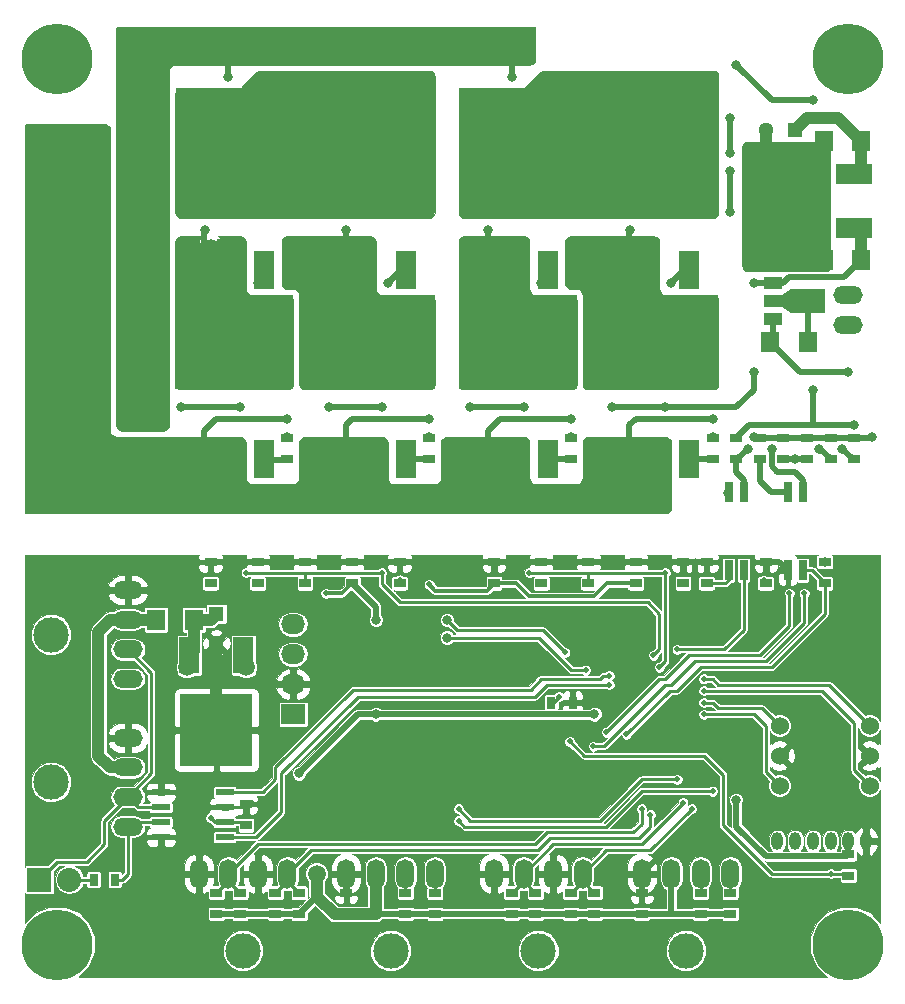
<source format=gbr>
G04 #@! TF.FileFunction,Copper,L2,Bot,Signal*
%FSLAX46Y46*%
G04 Gerber Fmt 4.6, Leading zero omitted, Abs format (unit mm)*
G04 Created by KiCad (PCBNEW 4.0.6) date 05/02/17 10:19:31*
%MOMM*%
%LPD*%
G01*
G04 APERTURE LIST*
%ADD10C,0.100000*%
%ADD11C,1.300000*%
%ADD12R,1.300000X1.300000*%
%ADD13O,1.500000X2.500000*%
%ADD14C,3.000000*%
%ADD15O,2.500000X1.500000*%
%ADD16C,1.700000*%
%ADD17R,1.700000X1.700000*%
%ADD18R,1.550000X0.600000*%
%ADD19R,1.000000X0.800000*%
%ADD20R,3.048000X1.651000*%
%ADD21R,6.096000X6.096000*%
%ADD22R,2.032000X2.032000*%
%ADD23O,2.032000X2.032000*%
%ADD24R,1.600000X1.800000*%
%ADD25R,0.800000X1.000000*%
%ADD26O,1.000000X1.524000*%
%ADD27C,1.524000*%
%ADD28R,3.000000X6.500000*%
%ADD29R,6.451600X3.000000*%
%ADD30R,1.651000X3.048000*%
%ADD31R,1.501140X1.000760*%
%ADD32R,2.999740X1.998980*%
%ADD33R,3.000000X2.000000*%
%ADD34R,2.500000X6.500000*%
%ADD35R,1.800000X3.300000*%
%ADD36R,3.000000X3.500000*%
%ADD37R,10.000000X8.000000*%
%ADD38R,0.650000X1.700000*%
%ADD39R,2.032000X1.727200*%
%ADD40O,2.032000X1.727200*%
%ADD41R,2.400000X5.500000*%
%ADD42R,5.500000X2.400000*%
%ADD43C,6.000000*%
%ADD44C,1.500000*%
%ADD45C,0.800000*%
%ADD46C,0.500000*%
%ADD47C,0.500000*%
%ADD48C,0.250000*%
%ADD49C,1.000000*%
%ADD50C,0.300000*%
%ADD51C,0.026000*%
G04 APERTURE END LIST*
D10*
D11*
X63000000Y-9000000D03*
D12*
X65500000Y-9000000D03*
D13*
X52500000Y-72000000D03*
X55000000Y-72000000D03*
X57500000Y-72000000D03*
X60000000Y-72000000D03*
D14*
X56250000Y-78500000D03*
D13*
X15000000Y-72000000D03*
X17500000Y-72000000D03*
X20000000Y-72000000D03*
X22500000Y-72000000D03*
D14*
X18750000Y-78500000D03*
D15*
X9000000Y-60500000D03*
X9000000Y-63000000D03*
X9000000Y-65500000D03*
X9000000Y-68000000D03*
D14*
X2500000Y-64250000D03*
D16*
X4000000Y-33500000D03*
D17*
X9000000Y-33500000D03*
D18*
X17200000Y-65095000D03*
X17200000Y-66365000D03*
X17200000Y-67635000D03*
X17200000Y-68905000D03*
X11800000Y-68905000D03*
X11800000Y-67635000D03*
X11800000Y-66365000D03*
X11800000Y-65095000D03*
D19*
X20000000Y-47400000D03*
X20000000Y-45600000D03*
D20*
X70500000Y-12714000D03*
D21*
X64150000Y-15000000D03*
D20*
X70500000Y-17286000D03*
D11*
X16500000Y-52500000D03*
D12*
X16500000Y-50000000D03*
D22*
X1500000Y-72500000D03*
D23*
X4040000Y-72500000D03*
D24*
X71100000Y-10000000D03*
X67900000Y-10000000D03*
X71100000Y-20000000D03*
X67900000Y-20000000D03*
D19*
X28000000Y-45600000D03*
X28000000Y-47400000D03*
X52000000Y-45600000D03*
X52000000Y-47400000D03*
X40000000Y-45600000D03*
X40000000Y-47400000D03*
X70000000Y-70350000D03*
X70000000Y-72150000D03*
D25*
X46650000Y-57500000D03*
X44850000Y-57500000D03*
D19*
X32000000Y-47400000D03*
X32000000Y-45600000D03*
X56000000Y-47400000D03*
X56000000Y-45600000D03*
X44000000Y-47400000D03*
X44000000Y-45600000D03*
D25*
X7900000Y-72500000D03*
X6100000Y-72500000D03*
D19*
X34500000Y-35100000D03*
X34500000Y-36900000D03*
X22500000Y-35100000D03*
X22500000Y-36900000D03*
X58500000Y-35100000D03*
X58500000Y-36900000D03*
X46500000Y-35100000D03*
X46500000Y-36900000D03*
X19000000Y-66100000D03*
X19000000Y-67900000D03*
X48000000Y-45600000D03*
X48000000Y-47400000D03*
X32500000Y-75400000D03*
X32500000Y-73600000D03*
X35000000Y-75400000D03*
X35000000Y-73600000D03*
X57500000Y-75400000D03*
X57500000Y-73600000D03*
X60000000Y-75400000D03*
X60000000Y-73600000D03*
X16000000Y-45600000D03*
X16000000Y-47400000D03*
X24000000Y-45600000D03*
X24000000Y-47400000D03*
D26*
X71500000Y-69250000D03*
X70000000Y-69250000D03*
X68500000Y-69250000D03*
X67000000Y-69250000D03*
X65500000Y-69250000D03*
X64000000Y-69250000D03*
D27*
X71810000Y-64540000D03*
X71810000Y-62000000D03*
X71810000Y-59460000D03*
X64190000Y-59460000D03*
X64190000Y-62000000D03*
X64190000Y-64540000D03*
D15*
X9000000Y-48000000D03*
X9000000Y-50500000D03*
X9000000Y-53000000D03*
X9000000Y-55500000D03*
D14*
X2500000Y-51750000D03*
D28*
X9800000Y-14000000D03*
D29*
X4100000Y-14400000D03*
D30*
X14214000Y-53500000D03*
D21*
X16500000Y-59850000D03*
D30*
X18786000Y-53500000D03*
D13*
X27500000Y-72000000D03*
X30000000Y-72000000D03*
X32500000Y-72000000D03*
X35000000Y-72000000D03*
D14*
X31250000Y-78500000D03*
D24*
X11400000Y-50500000D03*
X14600000Y-50500000D03*
D19*
X63000000Y-45600000D03*
X63000000Y-47400000D03*
D24*
X66600000Y-27000000D03*
X63400000Y-27000000D03*
D13*
X40000000Y-72000000D03*
X42500000Y-72000000D03*
X45000000Y-72000000D03*
X47500000Y-72000000D03*
D14*
X43750000Y-78500000D03*
D19*
X60500000Y-35100000D03*
X60500000Y-36900000D03*
X64500000Y-36900000D03*
X64500000Y-35100000D03*
D31*
X63648340Y-25001140D03*
X63648340Y-23500000D03*
X63648340Y-21998860D03*
D32*
X66599820Y-23500000D03*
D10*
G36*
X64376050Y-22999620D02*
X65125350Y-22499240D01*
X65125350Y-24500760D01*
X64376050Y-24000380D01*
X64376050Y-22999620D01*
X64376050Y-22999620D01*
G37*
D19*
X18500000Y-73600000D03*
X18500000Y-75400000D03*
X23500000Y-73600000D03*
X23500000Y-75400000D03*
X43500000Y-73600000D03*
X43500000Y-75400000D03*
X48500000Y-73600000D03*
X48500000Y-75400000D03*
X27500000Y-73600000D03*
X27500000Y-75400000D03*
X52500000Y-73600000D03*
X52500000Y-75400000D03*
X16500000Y-75400000D03*
X16500000Y-73600000D03*
X21500000Y-75400000D03*
X21500000Y-73600000D03*
X41500000Y-75400000D03*
X41500000Y-73600000D03*
X46500000Y-75400000D03*
X46500000Y-73600000D03*
D33*
X38500000Y-1500000D03*
X38500000Y-6500000D03*
X14500000Y-1500000D03*
X14500000Y-6500000D03*
X41500000Y-1500000D03*
X41500000Y-6500000D03*
X17500000Y-1500000D03*
X17500000Y-6500000D03*
D34*
X11300000Y-22500000D03*
D29*
X4100000Y-23400000D03*
D24*
X9100000Y-27000000D03*
X5900000Y-27000000D03*
X9100000Y-9500000D03*
X5900000Y-9500000D03*
D19*
X70500000Y-36900000D03*
X70500000Y-35100000D03*
X68500000Y-36900000D03*
X68500000Y-35100000D03*
X66500000Y-36900000D03*
X66500000Y-35100000D03*
D35*
X32540000Y-20900000D03*
D36*
X27460000Y-21000000D03*
D37*
X30000000Y-11000000D03*
D35*
X44540000Y-20900000D03*
D36*
X39460000Y-21000000D03*
D37*
X42000000Y-11000000D03*
D35*
X56540000Y-20900000D03*
D36*
X51460000Y-21000000D03*
D37*
X54000000Y-11000000D03*
D35*
X20540000Y-36900000D03*
D36*
X15460000Y-37000000D03*
D37*
X18000000Y-27000000D03*
D35*
X32540000Y-36900000D03*
D36*
X27460000Y-37000000D03*
D37*
X30000000Y-27000000D03*
D35*
X44540000Y-36900000D03*
D36*
X39460000Y-37000000D03*
D37*
X42000000Y-27000000D03*
D35*
X56540000Y-36900000D03*
D36*
X51460000Y-37000000D03*
D37*
X54000000Y-27000000D03*
D19*
X58000000Y-47400000D03*
X58000000Y-45600000D03*
X68000000Y-47400000D03*
X68000000Y-45600000D03*
X62500000Y-35100000D03*
X62500000Y-36900000D03*
D38*
X64865000Y-39700000D03*
X66135000Y-39700000D03*
X66135000Y-46300000D03*
X64865000Y-46300000D03*
X61135000Y-46300000D03*
X59865000Y-46300000D03*
X59865000Y-39700000D03*
X61135000Y-39700000D03*
D39*
X23000000Y-58500000D03*
D40*
X23000000Y-55960000D03*
X23000000Y-53420000D03*
X23000000Y-50880000D03*
D35*
X20540000Y-20900000D03*
D36*
X15460000Y-21000000D03*
D37*
X18000000Y-11000000D03*
D41*
X41700000Y-21000000D03*
D42*
X48900000Y-20100000D03*
D41*
X17700000Y-21000000D03*
D42*
X24900000Y-20100000D03*
D15*
X70000000Y-25500000D03*
X70000000Y-23000000D03*
D43*
X70000000Y-3000000D03*
X3000000Y-3000000D03*
X3000000Y-78000000D03*
X70000000Y-78000000D03*
D44*
X16000000Y-19000000D03*
D45*
X60000000Y-48500000D03*
X23500000Y-65000000D03*
D46*
X14750000Y-47000000D03*
X53750000Y-47250000D03*
X51750000Y-53750000D03*
X12500000Y-45500000D03*
X24000000Y-45600000D03*
X48000000Y-45600000D03*
X36000000Y-45600000D03*
X19500000Y-66000000D03*
X53500000Y-45600000D03*
X41500000Y-45600000D03*
X29500000Y-45600000D03*
X17500000Y-45600000D03*
X49250000Y-59250000D03*
X49250000Y-57750000D03*
X47750000Y-59250000D03*
X47750000Y-57750000D03*
X46400000Y-60800000D03*
X68500000Y-72000000D03*
D45*
X30000000Y-58500000D03*
X30000000Y-50500000D03*
D46*
X36500000Y-58500000D03*
D45*
X68000000Y-45600000D03*
X23500000Y-63500000D03*
X60500000Y-65750000D03*
D46*
X62825000Y-47150000D03*
X52000000Y-47400000D03*
X34500000Y-47500000D03*
X25750000Y-48250000D03*
X40000000Y-47400000D03*
X16000000Y-67250000D03*
X43479542Y-58500000D03*
D45*
X48500000Y-58500000D03*
D46*
X16000000Y-47400000D03*
X28000000Y-47400000D03*
D45*
X70000000Y-29500000D03*
X72000000Y-35000000D03*
X62000000Y-35000000D03*
X59800000Y-39800000D03*
X58500000Y-33500000D03*
X46500000Y-33500000D03*
X34500000Y-33500000D03*
X22500000Y-33500000D03*
X15500000Y-17500000D03*
D44*
X16000000Y-29500000D03*
X17500000Y-28000000D03*
X17500000Y-26500000D03*
X17500000Y-25000000D03*
X14500000Y-20500000D03*
X14500000Y-19000000D03*
X16000000Y-20500000D03*
X16000000Y-22000000D03*
X14500000Y-22000000D03*
X14500000Y-23500000D03*
X16000000Y-23500000D03*
X16000000Y-25000000D03*
X14500000Y-25000000D03*
X14500000Y-26500000D03*
X16000000Y-26500000D03*
X16000000Y-28000000D03*
X14500000Y-28000000D03*
X14500000Y-29500000D03*
X38500000Y-19000000D03*
D45*
X39500000Y-17500000D03*
D44*
X41500000Y-25000000D03*
X41500000Y-26500000D03*
X41500000Y-28000000D03*
X40000000Y-19000000D03*
X40000000Y-20500000D03*
X38500000Y-20500000D03*
X38500000Y-22000000D03*
X40000000Y-22000000D03*
X40000000Y-23500000D03*
X38500000Y-23500000D03*
X38500000Y-25000000D03*
X40000000Y-25000000D03*
X40000000Y-26500000D03*
X38500000Y-26500000D03*
X38500000Y-28000000D03*
X40000000Y-28000000D03*
X40000000Y-29500000D03*
X38500000Y-29500000D03*
D45*
X60000000Y-8000000D03*
X60000000Y-11000000D03*
X63500000Y-36000000D03*
X41500000Y-4500000D03*
X17500000Y-4500000D03*
D44*
X9000000Y-19500000D03*
X9000000Y-21000000D03*
X9000000Y-22500000D03*
X9000000Y-24000000D03*
X9000000Y-25500000D03*
X10500000Y-27000000D03*
X9000000Y-27000000D03*
X9000000Y-18000000D03*
X10500000Y-18000000D03*
D46*
X58500000Y-65000000D03*
X37000000Y-67500000D03*
X37000000Y-66500000D03*
X55500000Y-64000000D03*
D45*
X27500000Y-17500000D03*
D44*
X28000000Y-22000000D03*
X26500000Y-22000000D03*
X25000000Y-22000000D03*
X28000000Y-20500000D03*
X28000000Y-19000000D03*
X26500000Y-29500000D03*
X25000000Y-29500000D03*
X25000000Y-28000000D03*
X26500000Y-28000000D03*
X28000000Y-28000000D03*
X28000000Y-26500000D03*
X26500000Y-26500000D03*
X25000000Y-26500000D03*
X25000000Y-25000000D03*
X26500000Y-25000000D03*
X28000000Y-25000000D03*
X28000000Y-23500000D03*
X26500000Y-23500000D03*
X25000000Y-23500000D03*
X52000000Y-19000000D03*
D45*
X51500000Y-17500000D03*
D44*
X52000000Y-20500000D03*
X49000000Y-22000000D03*
X52000000Y-23500000D03*
X52000000Y-22000000D03*
X50500000Y-22000000D03*
X52000000Y-25000000D03*
X52000000Y-26500000D03*
X52000000Y-28000000D03*
X50500000Y-28000000D03*
X50500000Y-26500000D03*
X50500000Y-25000000D03*
X50500000Y-23500000D03*
X49000000Y-23500000D03*
X49000000Y-25000000D03*
X49000000Y-26500000D03*
X49000000Y-28000000D03*
X49000000Y-29500000D03*
X50500000Y-29500000D03*
D46*
X45500000Y-57000000D03*
X32000000Y-47400000D03*
X20000000Y-47400000D03*
X56000000Y-47400000D03*
X44000000Y-47400000D03*
X49750000Y-56000000D03*
X49750000Y-55250000D03*
D45*
X62000000Y-22000000D03*
X62000000Y-29500000D03*
X50000000Y-32500000D03*
X38000000Y-32500000D03*
X26000000Y-32500000D03*
X54500000Y-32500000D03*
X42500000Y-32500000D03*
X30500000Y-32500000D03*
X18500000Y-32500000D03*
X13500000Y-32500000D03*
X31000000Y-22000000D03*
X20000000Y-22000000D03*
X55000000Y-22000000D03*
X44000000Y-22000000D03*
D46*
X57750000Y-55500000D03*
X57750000Y-57500000D03*
D44*
X14000000Y-54500000D03*
X25000000Y-72000000D03*
X19000000Y-54500000D03*
D46*
X47750000Y-54750000D03*
D45*
X36000000Y-52000000D03*
X36000000Y-50500000D03*
D46*
X46000000Y-53250000D03*
X57750000Y-58500000D03*
X53500000Y-53500000D03*
X30500000Y-46500000D03*
X19000000Y-46500000D03*
X54000000Y-54500000D03*
X43000000Y-46500000D03*
X54500000Y-46500000D03*
D45*
X34500000Y-35000000D03*
X22500000Y-35000000D03*
X58500000Y-35000000D03*
X46500000Y-35000000D03*
X64000000Y-23500000D03*
X67000000Y-31000000D03*
X70500000Y-34000000D03*
X60000000Y-12500000D03*
X60000000Y-16000000D03*
X65500000Y-36900000D03*
X61500000Y-36000000D03*
D46*
X49500000Y-60000000D03*
X65000000Y-48250000D03*
X48400000Y-61200000D03*
X66250000Y-48250000D03*
D45*
X41500000Y-6000000D03*
X17500000Y-6000000D03*
D46*
X52500000Y-66500000D03*
X53250000Y-67000000D03*
X56000000Y-66000000D03*
X56750000Y-66500000D03*
X57750000Y-56500000D03*
D45*
X69500000Y-36000000D03*
X67500000Y-36000000D03*
D46*
X51200000Y-60200000D03*
X55500000Y-53000000D03*
D45*
X67000000Y-6500000D03*
X60500000Y-3500000D03*
D47*
X60000000Y-48500000D02*
X57500000Y-48500000D01*
X57000000Y-48000000D02*
X57000000Y-45600000D01*
X57500000Y-48500000D02*
X57000000Y-48000000D01*
X52500000Y-72000000D02*
X54500000Y-70000000D01*
X71500000Y-72500000D02*
X71500000Y-69250000D01*
X70500000Y-73500000D02*
X71500000Y-72500000D01*
X64000000Y-73500000D02*
X70500000Y-73500000D01*
X60500000Y-70000000D02*
X64000000Y-73500000D01*
X54500000Y-70000000D02*
X60500000Y-70000000D01*
X63000000Y-45600000D02*
X64165000Y-45600000D01*
X64165000Y-45600000D02*
X64865000Y-46300000D01*
X47750000Y-59250000D02*
X47500000Y-59500000D01*
X47500000Y-59500000D02*
X29000000Y-59500000D01*
X29000000Y-59500000D02*
X23500000Y-65000000D01*
X56000000Y-45600000D02*
X57000000Y-45600000D01*
X57000000Y-45600000D02*
X58000000Y-45600000D01*
D48*
X14750000Y-45500000D02*
X14750000Y-47000000D01*
X49250000Y-57750000D02*
X51750000Y-55250000D01*
X51750000Y-55250000D02*
X51750000Y-53750000D01*
D47*
X52500000Y-72000000D02*
X52500000Y-73600000D01*
X27500000Y-73600000D02*
X27500000Y-72000000D01*
D48*
X16000000Y-45600000D02*
X15900000Y-45500000D01*
X15900000Y-45500000D02*
X14750000Y-45500000D01*
X14750000Y-45500000D02*
X12500000Y-45500000D01*
X56000000Y-45600000D02*
X56100000Y-45500000D01*
X19000000Y-66100000D02*
X19100000Y-66000000D01*
X19100000Y-66000000D02*
X19500000Y-66000000D01*
X46650000Y-57500000D02*
X47500000Y-57500000D01*
X47500000Y-57500000D02*
X47750000Y-57750000D01*
D49*
X16500000Y-52500000D02*
X16500000Y-59850000D01*
D48*
X17200000Y-66365000D02*
X18735000Y-66365000D01*
X18735000Y-66365000D02*
X19000000Y-66100000D01*
X15000000Y-66365000D02*
X15000000Y-68000000D01*
X14095000Y-68905000D02*
X11800000Y-68905000D01*
X15000000Y-68000000D02*
X14095000Y-68905000D01*
X15000000Y-66365000D02*
X13730000Y-65095000D01*
X13730000Y-65095000D02*
X11800000Y-65095000D01*
X15000000Y-66365000D02*
X17200000Y-66365000D01*
D47*
X20000000Y-45600000D02*
X17500000Y-45600000D01*
X17500000Y-45600000D02*
X16000000Y-45600000D01*
X24000000Y-45600000D02*
X20000000Y-45600000D01*
X28000000Y-45600000D02*
X24000000Y-45600000D01*
X32000000Y-45600000D02*
X29500000Y-45600000D01*
X29500000Y-45600000D02*
X28000000Y-45600000D01*
X40000000Y-45600000D02*
X36000000Y-45600000D01*
X36000000Y-45600000D02*
X32000000Y-45600000D01*
X44000000Y-45600000D02*
X41500000Y-45600000D01*
X41500000Y-45600000D02*
X40000000Y-45600000D01*
X48000000Y-45600000D02*
X44000000Y-45600000D01*
X52000000Y-45600000D02*
X48000000Y-45600000D01*
X56000000Y-45600000D02*
X53500000Y-45600000D01*
X53500000Y-45600000D02*
X52000000Y-45600000D01*
D48*
X49250000Y-57750000D02*
X47750000Y-57750000D01*
X49250000Y-59250000D02*
X47750000Y-59250000D01*
X47600000Y-62000000D02*
X57800000Y-62000000D01*
X59400000Y-63600000D02*
X59400000Y-67900000D01*
X57800000Y-62000000D02*
X59400000Y-63600000D01*
X59400000Y-67900000D02*
X63500000Y-72000000D01*
X46400000Y-60800000D02*
X47600000Y-62000000D01*
X63500000Y-72000000D02*
X68500000Y-72000000D01*
X70000000Y-72150000D02*
X69850000Y-72000000D01*
X69850000Y-72000000D02*
X68500000Y-72000000D01*
D47*
X28000000Y-47400000D02*
X30000000Y-49400000D01*
X30000000Y-50500000D02*
X30000000Y-49400000D01*
X23500000Y-63500000D02*
X28500000Y-58500000D01*
X28500000Y-58500000D02*
X30000000Y-58500000D01*
X30000000Y-58500000D02*
X36000000Y-58500000D01*
X36000000Y-58500000D02*
X36500000Y-58500000D01*
X36500000Y-58500000D02*
X43479542Y-58500000D01*
X70000000Y-70350000D02*
X70000000Y-69250000D01*
X60500000Y-68000000D02*
X63000000Y-70500000D01*
X60500000Y-68000000D02*
X60500000Y-65750000D01*
X63000000Y-70500000D02*
X69850000Y-70500000D01*
X69850000Y-70500000D02*
X70000000Y-70350000D01*
D50*
X40000000Y-47400000D02*
X41900000Y-47400000D01*
X49600000Y-47400000D02*
X52000000Y-47400000D01*
X48500000Y-48500000D02*
X49600000Y-47400000D01*
X43000000Y-48500000D02*
X48500000Y-48500000D01*
X41900000Y-47400000D02*
X43000000Y-48500000D01*
X40000000Y-47400000D02*
X39375002Y-48024998D01*
X35024998Y-48024998D02*
X34500000Y-47500000D01*
X39375002Y-48024998D02*
X35024998Y-48024998D01*
X27150000Y-48250000D02*
X28000000Y-47400000D01*
X25750000Y-48250000D02*
X27150000Y-48250000D01*
D48*
X17200000Y-67635000D02*
X16385000Y-67635000D01*
X16385000Y-67635000D02*
X16000000Y-67250000D01*
X43479542Y-58500000D02*
X43500000Y-58500000D01*
D47*
X43500000Y-58500000D02*
X48500000Y-58500000D01*
D48*
X17200000Y-67635000D02*
X18735000Y-67635000D01*
X18735000Y-67635000D02*
X19000000Y-67900000D01*
D49*
X9000000Y-50500000D02*
X11400000Y-50500000D01*
X9000000Y-50500000D02*
X7500000Y-50500000D01*
X7500000Y-63000000D02*
X9000000Y-63000000D01*
X6500000Y-62000000D02*
X7500000Y-63000000D01*
X6500000Y-51500000D02*
X6500000Y-62000000D01*
X7500000Y-50500000D02*
X6500000Y-51500000D01*
D47*
X63400000Y-27000000D02*
X65900000Y-29500000D01*
X65900000Y-29500000D02*
X70000000Y-29500000D01*
X63400000Y-27000000D02*
X63648340Y-26751660D01*
X63648340Y-26751660D02*
X63648340Y-25001140D01*
X70500000Y-35100000D02*
X71900000Y-35100000D01*
X71900000Y-35100000D02*
X72000000Y-35000000D01*
X62000000Y-35000000D02*
X62400000Y-35000000D01*
X62400000Y-35000000D02*
X62500000Y-35100000D01*
X59800000Y-39800000D02*
X59865000Y-39735000D01*
X59865000Y-39735000D02*
X59865000Y-39700000D01*
D49*
X67900000Y-10000000D02*
X67900000Y-11250000D01*
X67900000Y-11250000D02*
X64150000Y-15000000D01*
X63000000Y-9000000D02*
X63000000Y-13850000D01*
X63000000Y-13850000D02*
X64150000Y-15000000D01*
X64150000Y-15000000D02*
X64150000Y-18650000D01*
X65500000Y-20000000D02*
X67900000Y-20000000D01*
X64150000Y-18650000D02*
X65500000Y-20000000D01*
D47*
X68500000Y-35100000D02*
X70500000Y-35100000D01*
X66500000Y-35100000D02*
X68500000Y-35100000D01*
X62500000Y-35100000D02*
X64500000Y-35100000D01*
X64500000Y-35100000D02*
X66500000Y-35100000D01*
X51460000Y-34040000D02*
X52000000Y-33500000D01*
X52000000Y-33500000D02*
X58500000Y-33500000D01*
X51460000Y-37000000D02*
X51460000Y-34040000D01*
X39460000Y-37000000D02*
X39460000Y-34540000D01*
X40500000Y-33500000D02*
X46500000Y-33500000D01*
X39460000Y-34540000D02*
X40500000Y-33500000D01*
X27460000Y-37000000D02*
X27460000Y-34040000D01*
X28000000Y-33500000D02*
X34500000Y-33500000D01*
X27460000Y-34040000D02*
X28000000Y-33500000D01*
X16500000Y-33500000D02*
X22500000Y-33500000D01*
X15460000Y-34540000D02*
X15460000Y-37000000D01*
X16500000Y-33500000D02*
X15460000Y-34540000D01*
X15460000Y-17540000D02*
X15460000Y-20000000D01*
X15500000Y-17500000D02*
X15460000Y-17540000D01*
D48*
X18000000Y-27000000D02*
X18000000Y-27500000D01*
X18000000Y-27500000D02*
X16000000Y-29500000D01*
X17500000Y-25000000D02*
X17500000Y-26500000D01*
X17500000Y-28000000D02*
X18000000Y-27000000D01*
D49*
X14500000Y-20500000D02*
X14500000Y-19000000D01*
X16000000Y-22000000D02*
X14500000Y-22000000D01*
X14500000Y-23500000D02*
X16000000Y-23500000D01*
X16000000Y-25000000D02*
X14500000Y-25000000D01*
X14500000Y-26500000D02*
X16000000Y-26500000D01*
X16000000Y-28000000D02*
X14500000Y-28000000D01*
X14500000Y-29500000D02*
X18000000Y-27000000D01*
D47*
X39460000Y-17540000D02*
X39460000Y-20000000D01*
X39500000Y-17500000D02*
X39460000Y-17540000D01*
X41500000Y-28000000D02*
X41500000Y-26500000D01*
X41500000Y-25000000D02*
X42000000Y-27000000D01*
X39460000Y-20000000D02*
X39460000Y-19540000D01*
X39460000Y-19540000D02*
X40000000Y-19000000D01*
X40000000Y-20500000D02*
X38500000Y-20500000D01*
X38500000Y-22000000D02*
X40000000Y-22000000D01*
X40000000Y-23500000D02*
X38500000Y-23500000D01*
X38500000Y-25000000D02*
X40000000Y-25000000D01*
X40000000Y-26500000D02*
X38500000Y-26500000D01*
X38500000Y-28000000D02*
X40000000Y-28000000D01*
X40000000Y-29500000D02*
X38500000Y-29500000D01*
X39460000Y-20000000D02*
X39460000Y-18540000D01*
X60000000Y-11000000D02*
X60000000Y-8000000D01*
X66135000Y-39700000D02*
X66135000Y-38635000D01*
X63500000Y-37500000D02*
X64000000Y-38000000D01*
X63500000Y-36000000D02*
X63500000Y-37500000D01*
X65500000Y-38000000D02*
X64000000Y-38000000D01*
X66135000Y-38635000D02*
X65500000Y-38000000D01*
X41500000Y-1500000D02*
X41500000Y-4500000D01*
X17500000Y-1500000D02*
X17500000Y-4500000D01*
D48*
X9000000Y-25500000D02*
X9000000Y-27000000D01*
X9000000Y-19500000D02*
X9000000Y-21000000D01*
X9000000Y-22500000D02*
X9000000Y-24000000D01*
X9000000Y-18000000D02*
X10500000Y-18000000D01*
X9000000Y-12000000D02*
X9000000Y-13500000D01*
X35000000Y-72000000D02*
X35000000Y-73600000D01*
X32500000Y-72000000D02*
X32500000Y-73600000D01*
X60000000Y-73600000D02*
X60000000Y-72000000D01*
X57500000Y-72000000D02*
X57500000Y-73600000D01*
X9000000Y-68000000D02*
X9000000Y-72000000D01*
X8500000Y-72500000D02*
X7900000Y-72500000D01*
X9000000Y-72000000D02*
X8500000Y-72500000D01*
X11800000Y-67635000D02*
X9365000Y-67635000D01*
X9365000Y-67635000D02*
X9000000Y-68000000D01*
X4040000Y-72500000D02*
X6100000Y-72500000D01*
X1500000Y-72500000D02*
X3000000Y-71000000D01*
X7000000Y-67500000D02*
X9000000Y-65500000D01*
X7000000Y-69500000D02*
X7000000Y-67500000D01*
X5500000Y-71000000D02*
X7000000Y-69500000D01*
X3000000Y-71000000D02*
X5500000Y-71000000D01*
X9000000Y-65500000D02*
X9865000Y-66365000D01*
X9865000Y-66365000D02*
X11800000Y-66365000D01*
X9000000Y-65500000D02*
X11000000Y-63500000D01*
X11000000Y-55000000D02*
X9000000Y-53000000D01*
X11000000Y-63500000D02*
X11000000Y-55000000D01*
X52500000Y-65000000D02*
X58500000Y-65000000D01*
X49500000Y-68000000D02*
X52500000Y-65000000D01*
X37500000Y-68000000D02*
X49500000Y-68000000D01*
X37000000Y-67500000D02*
X37500000Y-68000000D01*
X38000000Y-67500000D02*
X37000000Y-66500000D01*
X49000000Y-67500000D02*
X38000000Y-67500000D01*
X52500000Y-64000000D02*
X49000000Y-67500000D01*
X55500000Y-64000000D02*
X52500000Y-64000000D01*
D47*
X27500000Y-17500000D02*
X27460000Y-17540000D01*
X27460000Y-17540000D02*
X27460000Y-20000000D01*
X27460000Y-20000000D02*
X24900000Y-20100000D01*
X26500000Y-22000000D02*
X28000000Y-22000000D01*
X25000000Y-23500000D02*
X25000000Y-22000000D01*
X28000000Y-20500000D02*
X28000000Y-19000000D01*
X30000000Y-27000000D02*
X29000000Y-27000000D01*
X29000000Y-27000000D02*
X26500000Y-29500000D01*
X25000000Y-29500000D02*
X25000000Y-28000000D01*
X26500000Y-28000000D02*
X28000000Y-28000000D01*
X28000000Y-26500000D02*
X26500000Y-26500000D01*
X25000000Y-26500000D02*
X25000000Y-25000000D01*
X26500000Y-25000000D02*
X28000000Y-25000000D01*
X28000000Y-23500000D02*
X26500000Y-23500000D01*
X27460000Y-20000000D02*
X27460000Y-17540000D01*
X51460000Y-17540000D02*
X51460000Y-20000000D01*
X51500000Y-17500000D02*
X51460000Y-17540000D01*
X51460000Y-20000000D02*
X48900000Y-20100000D01*
X52000000Y-20500000D02*
X51460000Y-20000000D01*
X52000000Y-25000000D02*
X52000000Y-23500000D01*
X50500000Y-22000000D02*
X52000000Y-22000000D01*
X52000000Y-26500000D02*
X52000000Y-28000000D01*
X50500000Y-28000000D02*
X50500000Y-26500000D01*
X50500000Y-25000000D02*
X50500000Y-23500000D01*
X49000000Y-23500000D02*
X49000000Y-25000000D01*
X49000000Y-26500000D02*
X49000000Y-28000000D01*
X49000000Y-29500000D02*
X50500000Y-29500000D01*
D48*
X44850000Y-57500000D02*
X45000000Y-57500000D01*
X45000000Y-57500000D02*
X45500000Y-57000000D01*
D50*
X32000000Y-47000000D02*
X32000000Y-47400000D01*
D48*
X44500000Y-56000000D02*
X43500000Y-57000000D01*
X43500000Y-57000000D02*
X28500000Y-57000000D01*
X49750000Y-56000000D02*
X44500000Y-56000000D01*
X19845000Y-68905000D02*
X17200000Y-68905000D01*
X22000000Y-66750000D02*
X19845000Y-68905000D01*
X22000000Y-63500000D02*
X22000000Y-66750000D01*
X28500000Y-57000000D02*
X22000000Y-63500000D01*
X28100000Y-56400000D02*
X43100000Y-56400000D01*
X43100000Y-56400000D02*
X44000000Y-55500000D01*
X49750000Y-55250000D02*
X49250000Y-55250000D01*
X49000000Y-55500000D02*
X44000000Y-55500000D01*
X49250000Y-55250000D02*
X49000000Y-55500000D01*
X17200000Y-65095000D02*
X20405000Y-65095000D01*
X21500000Y-63000000D02*
X28100000Y-56400000D01*
X21500000Y-64000000D02*
X21500000Y-63000000D01*
X20405000Y-65095000D02*
X21500000Y-64000000D01*
D47*
X63648340Y-21998860D02*
X62001140Y-21998860D01*
X62001140Y-21998860D02*
X62000000Y-22000000D01*
X63648340Y-21998860D02*
X64501140Y-21998860D01*
X69600000Y-21500000D02*
X71100000Y-20000000D01*
X65000000Y-21500000D02*
X69600000Y-21500000D01*
X64501140Y-21998860D02*
X65000000Y-21500000D01*
X62000000Y-29500000D02*
X62000000Y-31000000D01*
X62000000Y-31000000D02*
X60500000Y-32500000D01*
X60500000Y-32500000D02*
X54500000Y-32500000D01*
D49*
X70500000Y-17286000D02*
X71100000Y-17886000D01*
X71100000Y-17886000D02*
X71100000Y-20000000D01*
D47*
X54500000Y-32500000D02*
X50000000Y-32500000D01*
X42500000Y-32500000D02*
X38000000Y-32500000D01*
X30500000Y-32500000D02*
X26000000Y-32500000D01*
X13500000Y-32500000D02*
X18500000Y-32500000D01*
X31000000Y-22000000D02*
X32100000Y-20900000D01*
X32100000Y-20900000D02*
X32540000Y-20900000D01*
X32540000Y-20000000D02*
X32540000Y-20460000D01*
X32540000Y-37000000D02*
X32640000Y-36900000D01*
X32640000Y-36900000D02*
X34500000Y-36900000D01*
X20000000Y-22000000D02*
X20540000Y-21460000D01*
X20540000Y-21460000D02*
X20540000Y-20900000D01*
X20540000Y-20000000D02*
X20540000Y-21460000D01*
X20540000Y-20960000D02*
X20540000Y-20000000D01*
X20540000Y-20000000D02*
X20540000Y-20960000D01*
X20540000Y-20000000D02*
X20540000Y-20440000D01*
X20540000Y-21540000D02*
X20540000Y-20000000D01*
X22500000Y-36900000D02*
X22400000Y-37000000D01*
X22400000Y-37000000D02*
X20540000Y-37000000D01*
X55000000Y-22000000D02*
X56100000Y-20900000D01*
X56100000Y-20900000D02*
X56540000Y-20900000D01*
X56540000Y-20000000D02*
X56540000Y-20460000D01*
X56540000Y-20960000D02*
X56540000Y-20000000D01*
X56540000Y-37000000D02*
X56640000Y-36900000D01*
X56640000Y-36900000D02*
X58500000Y-36900000D01*
X44000000Y-22000000D02*
X44540000Y-21460000D01*
X44540000Y-21460000D02*
X44540000Y-20900000D01*
X44540000Y-20000000D02*
X44540000Y-21460000D01*
X44540000Y-37000000D02*
X44640000Y-36900000D01*
X44640000Y-36900000D02*
X46500000Y-36900000D01*
D48*
X57750000Y-55500000D02*
X58500000Y-55500000D01*
X68350000Y-56000000D02*
X71810000Y-59460000D01*
X59000000Y-56000000D02*
X68350000Y-56000000D01*
X58500000Y-55500000D02*
X59000000Y-56000000D01*
X57750000Y-57500000D02*
X58500000Y-57500000D01*
X62730000Y-58000000D02*
X64190000Y-59460000D01*
X59000000Y-58000000D02*
X62730000Y-58000000D01*
X58500000Y-57500000D02*
X59000000Y-58000000D01*
D49*
X14000000Y-54500000D02*
X14214000Y-54286000D01*
X14214000Y-54286000D02*
X14214000Y-53500000D01*
X14600000Y-50500000D02*
X14600000Y-53114000D01*
X14600000Y-53114000D02*
X14214000Y-53500000D01*
X14600000Y-50500000D02*
X16000000Y-50500000D01*
X16000000Y-50500000D02*
X16500000Y-50000000D01*
X65500000Y-9000000D02*
X66500000Y-8000000D01*
X69100000Y-8000000D02*
X71100000Y-10000000D01*
X66500000Y-8000000D02*
X69100000Y-8000000D01*
X71100000Y-10000000D02*
X71100000Y-12114000D01*
X71100000Y-12114000D02*
X70500000Y-12714000D01*
D47*
X48500000Y-75400000D02*
X52500000Y-75400000D01*
X46500000Y-75400000D02*
X48500000Y-75400000D01*
X43500000Y-75400000D02*
X46500000Y-75400000D01*
X41500000Y-75400000D02*
X43500000Y-75400000D01*
X35000000Y-75400000D02*
X41500000Y-75400000D01*
X25050000Y-73950000D02*
X24950000Y-73950000D01*
X24950000Y-73950000D02*
X23500000Y-75400000D01*
X21500000Y-75400000D02*
X23500000Y-75400000D01*
X18500000Y-75400000D02*
X21500000Y-75400000D01*
X16500000Y-75400000D02*
X18500000Y-75400000D01*
D49*
X27500000Y-75400000D02*
X30000000Y-75400000D01*
X27500000Y-75400000D02*
X26500000Y-75400000D01*
X25000000Y-73900000D02*
X25050000Y-73950000D01*
X25050000Y-73950000D02*
X26500000Y-75400000D01*
X25000000Y-72000000D02*
X25000000Y-73900000D01*
D47*
X55000000Y-75400000D02*
X52500000Y-75400000D01*
D49*
X19000000Y-54500000D02*
X18786000Y-54286000D01*
X18786000Y-54286000D02*
X18786000Y-53500000D01*
X30000000Y-72000000D02*
X30000000Y-75400000D01*
D47*
X30000000Y-75400000D02*
X32500000Y-75400000D01*
X55000000Y-75400000D02*
X55000000Y-72000000D01*
X32500000Y-75400000D02*
X35000000Y-75400000D01*
X60000000Y-75400000D02*
X57500000Y-75400000D01*
X57500000Y-75400000D02*
X55000000Y-75400000D01*
D48*
X47750000Y-54750000D02*
X46550000Y-54750000D01*
X43800000Y-52000000D02*
X36000000Y-52000000D01*
X46550000Y-54750000D02*
X43800000Y-52000000D01*
X36000000Y-50500000D02*
X36900000Y-51400000D01*
X44150000Y-51400000D02*
X46000000Y-53250000D01*
X36900000Y-51400000D02*
X44150000Y-51400000D01*
X57750000Y-58500000D02*
X62000000Y-58500000D01*
X63000000Y-63350000D02*
X64190000Y-64540000D01*
X63000000Y-59500000D02*
X63000000Y-63350000D01*
X62000000Y-58500000D02*
X63000000Y-59500000D01*
X64190000Y-64540000D02*
X63790000Y-64540000D01*
X53500000Y-53500000D02*
X54000000Y-53000000D01*
X32000000Y-49000000D02*
X30500000Y-47500000D01*
X53000000Y-49000000D02*
X32000000Y-49000000D01*
X54000000Y-50000000D02*
X53000000Y-49000000D01*
X54000000Y-53000000D02*
X54000000Y-50000000D01*
X30500000Y-46500000D02*
X30500000Y-47500000D01*
X24000000Y-47400000D02*
X24000000Y-46500000D01*
X30500000Y-46500000D02*
X24000000Y-46500000D01*
X24000000Y-46500000D02*
X19000000Y-46500000D01*
X54500000Y-54000000D02*
X54000000Y-54500000D01*
X54500000Y-46500000D02*
X54500000Y-54000000D01*
X48000000Y-46500000D02*
X48000000Y-47400000D01*
X43000000Y-46500000D02*
X48000000Y-46500000D01*
X48000000Y-46500000D02*
X54500000Y-46500000D01*
D47*
X34500000Y-35000000D02*
X34500000Y-35100000D01*
X22500000Y-35000000D02*
X22500000Y-35100000D01*
X58500000Y-35000000D02*
X58500000Y-35100000D01*
X46500000Y-35000000D02*
X46500000Y-35100000D01*
X66599820Y-23500000D02*
X66600000Y-23500180D01*
X66600000Y-23500180D02*
X66600000Y-27000000D01*
X64750700Y-23500000D02*
X66599820Y-23500000D01*
X63648340Y-23500000D02*
X64750700Y-23500000D01*
X64000000Y-23500000D02*
X63648340Y-23500000D01*
X67000000Y-34000000D02*
X67000000Y-31000000D01*
X67000000Y-34000000D02*
X67000000Y-33750000D01*
X67000000Y-33750000D02*
X67000000Y-34000000D01*
X70500000Y-34000000D02*
X67000000Y-34000000D01*
X67000000Y-34000000D02*
X61600000Y-34000000D01*
X61600000Y-34000000D02*
X60500000Y-35100000D01*
X60000000Y-12500000D02*
X60000000Y-16000000D01*
X64500000Y-36900000D02*
X65500000Y-36900000D01*
X65500000Y-36900000D02*
X66500000Y-36900000D01*
X60500000Y-36900000D02*
X60500000Y-38000000D01*
X61135000Y-38635000D02*
X61135000Y-39700000D01*
X60500000Y-38000000D02*
X61135000Y-38635000D01*
X60500000Y-36900000D02*
X60600000Y-36900000D01*
X60600000Y-36900000D02*
X61500000Y-36000000D01*
X60635000Y-37035000D02*
X60500000Y-36900000D01*
D48*
X56500000Y-53500000D02*
X54500000Y-55500000D01*
X54500000Y-55500000D02*
X54000000Y-55500000D01*
X50000000Y-59500000D02*
X54000000Y-55500000D01*
X49500000Y-60000000D02*
X50000000Y-59500000D01*
X65000000Y-48250000D02*
X65000000Y-51000000D01*
X62500000Y-53500000D02*
X56500000Y-53500000D01*
X65000000Y-51000000D02*
X62500000Y-53500000D01*
X49300000Y-61200000D02*
X54500000Y-56000000D01*
X48400000Y-61200000D02*
X49300000Y-61200000D01*
X54500000Y-56000000D02*
X55000000Y-56000000D01*
X66250000Y-50750000D02*
X63000000Y-54000000D01*
X66250000Y-48250000D02*
X66250000Y-50750000D01*
X63000000Y-54000000D02*
X57000000Y-54000000D01*
X55000000Y-56000000D02*
X57000000Y-54000000D01*
D47*
X41500000Y-6000000D02*
X41500000Y-6500000D01*
X17500000Y-6000000D02*
X17500000Y-6500000D01*
D48*
X18500000Y-73600000D02*
X17500000Y-72600000D01*
X17500000Y-72600000D02*
X17500000Y-72000000D01*
X16500000Y-73600000D02*
X17500000Y-72600000D01*
X17500000Y-72600000D02*
X17500000Y-72000000D01*
X44500000Y-68500000D02*
X51750000Y-68500000D01*
X52500000Y-67750000D02*
X52500000Y-66500000D01*
X51750000Y-68500000D02*
X52500000Y-67750000D01*
X20000000Y-69500000D02*
X43500000Y-69500000D01*
X17500000Y-72000000D02*
X20000000Y-69500000D01*
X43500000Y-69500000D02*
X44500000Y-68500000D01*
X23500000Y-73600000D02*
X22500000Y-72600000D01*
X22500000Y-72600000D02*
X22500000Y-72000000D01*
X21500000Y-73600000D02*
X22500000Y-72600000D01*
X22500000Y-72600000D02*
X22500000Y-72000000D01*
X52250000Y-69000000D02*
X44750000Y-69000000D01*
X53250000Y-68000000D02*
X52250000Y-69000000D01*
X53250000Y-67000000D02*
X53250000Y-68000000D01*
X24500000Y-70000000D02*
X43750000Y-70000000D01*
X43750000Y-70000000D02*
X44750000Y-69000000D01*
X22500000Y-72000000D02*
X24500000Y-70000000D01*
X42500000Y-72000000D02*
X42500000Y-72600000D01*
X42500000Y-72600000D02*
X43500000Y-73600000D01*
X41500000Y-73600000D02*
X42500000Y-72600000D01*
X42500000Y-72000000D02*
X45000000Y-69500000D01*
X52500000Y-69500000D02*
X56000000Y-66000000D01*
X45000000Y-69500000D02*
X52500000Y-69500000D01*
X48500000Y-73600000D02*
X47500000Y-72600000D01*
X47500000Y-72600000D02*
X47500000Y-72000000D01*
X46500000Y-73600000D02*
X47500000Y-72600000D01*
X47500000Y-72600000D02*
X47500000Y-72000000D01*
X53250000Y-70000000D02*
X49500000Y-70000000D01*
X56750000Y-66500000D02*
X53250000Y-70000000D01*
X47500000Y-72000000D02*
X49500000Y-70000000D01*
X71810000Y-64540000D02*
X70500000Y-63230000D01*
X67750000Y-56500000D02*
X57750000Y-56500000D01*
X70500000Y-59250000D02*
X67750000Y-56500000D01*
X70500000Y-63230000D02*
X70500000Y-59250000D01*
D47*
X69500000Y-36000000D02*
X70400000Y-36900000D01*
X70400000Y-36900000D02*
X70500000Y-36900000D01*
X68500000Y-36900000D02*
X67600000Y-36000000D01*
X67600000Y-36000000D02*
X67500000Y-36000000D01*
X64865000Y-39700000D02*
X63450000Y-39700000D01*
X63450000Y-39700000D02*
X62500000Y-38750000D01*
X62500000Y-38750000D02*
X62500000Y-36900000D01*
X62500000Y-36900000D02*
X62500000Y-38750000D01*
D48*
X51200000Y-60200000D02*
X54900000Y-56500000D01*
X54900000Y-56500000D02*
X55500000Y-56500000D01*
X68000000Y-47400000D02*
X66900000Y-46300000D01*
X66900000Y-46300000D02*
X66135000Y-46300000D01*
X57500000Y-54500000D02*
X55500000Y-56500000D01*
X68000000Y-47400000D02*
X68000000Y-50000000D01*
X63500000Y-54500000D02*
X57500000Y-54500000D01*
X68000000Y-50000000D02*
X63500000Y-54500000D01*
X61135000Y-46300000D02*
X61135000Y-51365000D01*
X59500000Y-53000000D02*
X61135000Y-51365000D01*
X55500000Y-53000000D02*
X59500000Y-53000000D01*
X59865000Y-46300000D02*
X59865000Y-47135000D01*
X59865000Y-47135000D02*
X59600000Y-47400000D01*
X59600000Y-47400000D02*
X58000000Y-47400000D01*
D47*
X67000000Y-6500000D02*
X63500000Y-6500000D01*
X63500000Y-6500000D02*
X60500000Y-3500000D01*
D51*
G36*
X14979000Y-45096367D02*
X14979000Y-45269750D01*
X15109250Y-45400000D01*
X15759000Y-45400000D01*
X15759000Y-45339000D01*
X16241000Y-45339000D01*
X16241000Y-45400000D01*
X16890750Y-45400000D01*
X17021000Y-45269750D01*
X17021000Y-45096367D01*
X16986468Y-45013000D01*
X19013532Y-45013000D01*
X18979000Y-45096367D01*
X18979000Y-45269750D01*
X19109250Y-45400000D01*
X19759000Y-45400000D01*
X19759000Y-45339000D01*
X20241000Y-45339000D01*
X20241000Y-45400000D01*
X20890750Y-45400000D01*
X21021000Y-45269750D01*
X21021000Y-45096367D01*
X20986468Y-45013000D01*
X23013532Y-45013000D01*
X22979000Y-45096367D01*
X22979000Y-45269750D01*
X23109250Y-45400000D01*
X23759000Y-45400000D01*
X23759000Y-45339000D01*
X24241000Y-45339000D01*
X24241000Y-45400000D01*
X24890750Y-45400000D01*
X25021000Y-45269750D01*
X25021000Y-45096367D01*
X24986468Y-45013000D01*
X27013532Y-45013000D01*
X26979000Y-45096367D01*
X26979000Y-45269750D01*
X27109250Y-45400000D01*
X27759000Y-45400000D01*
X27759000Y-45339000D01*
X28241000Y-45339000D01*
X28241000Y-45400000D01*
X28890750Y-45400000D01*
X29021000Y-45269750D01*
X29021000Y-45096367D01*
X28986468Y-45013000D01*
X31013532Y-45013000D01*
X30979000Y-45096367D01*
X30979000Y-45269750D01*
X31109250Y-45400000D01*
X31759000Y-45400000D01*
X31759000Y-45339000D01*
X32241000Y-45339000D01*
X32241000Y-45400000D01*
X32890750Y-45400000D01*
X33021000Y-45269750D01*
X33021000Y-45096367D01*
X32986468Y-45013000D01*
X39013532Y-45013000D01*
X38979000Y-45096367D01*
X38979000Y-45269750D01*
X39109250Y-45400000D01*
X39759000Y-45400000D01*
X39759000Y-45339000D01*
X40241000Y-45339000D01*
X40241000Y-45400000D01*
X40890750Y-45400000D01*
X41021000Y-45269750D01*
X41021000Y-45096367D01*
X40986468Y-45013000D01*
X43013532Y-45013000D01*
X42979000Y-45096367D01*
X42979000Y-45269750D01*
X43109250Y-45400000D01*
X43759000Y-45400000D01*
X43759000Y-45339000D01*
X44241000Y-45339000D01*
X44241000Y-45400000D01*
X44890750Y-45400000D01*
X45021000Y-45269750D01*
X45021000Y-45096367D01*
X44986468Y-45013000D01*
X47013532Y-45013000D01*
X46979000Y-45096367D01*
X46979000Y-45269750D01*
X47109250Y-45400000D01*
X47759000Y-45400000D01*
X47759000Y-45339000D01*
X48241000Y-45339000D01*
X48241000Y-45400000D01*
X48890750Y-45400000D01*
X49021000Y-45269750D01*
X49021000Y-45096367D01*
X48986468Y-45013000D01*
X51013532Y-45013000D01*
X50979000Y-45096367D01*
X50979000Y-45269750D01*
X51109250Y-45400000D01*
X51759000Y-45400000D01*
X51759000Y-45339000D01*
X52241000Y-45339000D01*
X52241000Y-45400000D01*
X52890750Y-45400000D01*
X53021000Y-45269750D01*
X53021000Y-45096367D01*
X52986468Y-45013000D01*
X55013532Y-45013000D01*
X54979000Y-45096367D01*
X54979000Y-45269750D01*
X55109250Y-45400000D01*
X55759000Y-45400000D01*
X55759000Y-45339000D01*
X56241000Y-45339000D01*
X56241000Y-45400000D01*
X56890750Y-45400000D01*
X57000000Y-45290750D01*
X57109250Y-45400000D01*
X57759000Y-45400000D01*
X57759000Y-45339000D01*
X58241000Y-45339000D01*
X58241000Y-45400000D01*
X58890750Y-45400000D01*
X59021000Y-45269750D01*
X59021000Y-45096367D01*
X58986468Y-45013000D01*
X62013532Y-45013000D01*
X61979000Y-45096367D01*
X61979000Y-45269750D01*
X62109250Y-45400000D01*
X62759000Y-45400000D01*
X62759000Y-45339000D01*
X63241000Y-45339000D01*
X63241000Y-45400000D01*
X63261000Y-45400000D01*
X63261000Y-45800000D01*
X63241000Y-45800000D01*
X63241000Y-46390750D01*
X63371250Y-46521000D01*
X63603634Y-46521000D01*
X63795123Y-46441682D01*
X63941683Y-46295122D01*
X64021000Y-46103633D01*
X64021000Y-45930750D01*
X64149250Y-46059000D01*
X64702500Y-46059000D01*
X64702500Y-46039000D01*
X65027500Y-46039000D01*
X65027500Y-46059000D01*
X65126000Y-46059000D01*
X65126000Y-46541000D01*
X65027500Y-46541000D01*
X65027500Y-47540750D01*
X65157750Y-47671000D01*
X65293634Y-47671000D01*
X65485123Y-47591682D01*
X65631683Y-47445122D01*
X65683069Y-47321065D01*
X65725508Y-47350062D01*
X65810000Y-47367172D01*
X66460000Y-47367172D01*
X66538933Y-47352320D01*
X66611428Y-47305671D01*
X66660062Y-47234492D01*
X66677172Y-47150000D01*
X66677172Y-46638000D01*
X66759996Y-46638000D01*
X67282828Y-47160832D01*
X67282828Y-47800000D01*
X67297680Y-47878933D01*
X67344329Y-47951428D01*
X67415508Y-48000062D01*
X67500000Y-48017172D01*
X67662000Y-48017172D01*
X67662000Y-49859996D01*
X63359996Y-54162000D01*
X63316004Y-54162000D01*
X66489002Y-50989002D01*
X66562271Y-50879347D01*
X66588000Y-50750000D01*
X66588000Y-48566800D01*
X66642284Y-48512611D01*
X66712920Y-48342500D01*
X66713080Y-48158308D01*
X66642741Y-47988074D01*
X66512611Y-47857716D01*
X66342500Y-47787080D01*
X66158308Y-47786920D01*
X65988074Y-47857259D01*
X65857716Y-47987389D01*
X65787080Y-48157500D01*
X65786920Y-48341692D01*
X65857259Y-48511926D01*
X65912000Y-48566763D01*
X65912000Y-50609996D01*
X62859996Y-53662000D01*
X62816004Y-53662000D01*
X65239002Y-51239002D01*
X65312271Y-51129347D01*
X65338000Y-51000000D01*
X65338000Y-48566800D01*
X65392284Y-48512611D01*
X65462920Y-48342500D01*
X65463080Y-48158308D01*
X65392741Y-47988074D01*
X65262611Y-47857716D01*
X65092500Y-47787080D01*
X64908308Y-47786920D01*
X64738074Y-47857259D01*
X64607716Y-47987389D01*
X64537080Y-48157500D01*
X64536920Y-48341692D01*
X64607259Y-48511926D01*
X64662000Y-48566763D01*
X64662000Y-50859996D01*
X62359996Y-53162000D01*
X59816004Y-53162000D01*
X61374002Y-51604002D01*
X61447271Y-51494347D01*
X61473000Y-51365000D01*
X61473000Y-47364726D01*
X61538933Y-47352320D01*
X61611428Y-47305671D01*
X61660062Y-47234492D01*
X61677172Y-47150000D01*
X61677172Y-47000000D01*
X62282828Y-47000000D01*
X62282828Y-47800000D01*
X62297680Y-47878933D01*
X62344329Y-47951428D01*
X62415508Y-48000062D01*
X62500000Y-48017172D01*
X63500000Y-48017172D01*
X63578933Y-48002320D01*
X63651428Y-47955671D01*
X63700062Y-47884492D01*
X63717172Y-47800000D01*
X63717172Y-47000000D01*
X63702320Y-46921067D01*
X63655671Y-46848572D01*
X63584492Y-46799938D01*
X63500000Y-46782828D01*
X63112679Y-46782828D01*
X63087611Y-46757716D01*
X62917500Y-46687080D01*
X62733308Y-46686920D01*
X62563074Y-46757259D01*
X62537460Y-46782828D01*
X62500000Y-46782828D01*
X62421067Y-46797680D01*
X62348572Y-46844329D01*
X62299938Y-46915508D01*
X62282828Y-47000000D01*
X61677172Y-47000000D01*
X61677172Y-46671250D01*
X64019000Y-46671250D01*
X64019000Y-47253633D01*
X64098317Y-47445122D01*
X64244877Y-47591682D01*
X64436366Y-47671000D01*
X64572250Y-47671000D01*
X64702500Y-47540750D01*
X64702500Y-46541000D01*
X64149250Y-46541000D01*
X64019000Y-46671250D01*
X61677172Y-46671250D01*
X61677172Y-45930250D01*
X61979000Y-45930250D01*
X61979000Y-46103633D01*
X62058317Y-46295122D01*
X62204877Y-46441682D01*
X62396366Y-46521000D01*
X62628750Y-46521000D01*
X62759000Y-46390750D01*
X62759000Y-45800000D01*
X62109250Y-45800000D01*
X61979000Y-45930250D01*
X61677172Y-45930250D01*
X61677172Y-45450000D01*
X61662320Y-45371067D01*
X61615671Y-45298572D01*
X61544492Y-45249938D01*
X61460000Y-45232828D01*
X60810000Y-45232828D01*
X60731067Y-45247680D01*
X60658572Y-45294329D01*
X60609938Y-45365508D01*
X60592828Y-45450000D01*
X60592828Y-47150000D01*
X60607680Y-47228933D01*
X60654329Y-47301428D01*
X60725508Y-47350062D01*
X60797000Y-47364539D01*
X60797000Y-51224996D01*
X59359996Y-52662000D01*
X55816800Y-52662000D01*
X55762611Y-52607716D01*
X55592500Y-52537080D01*
X55408308Y-52536920D01*
X55238074Y-52607259D01*
X55107716Y-52737389D01*
X55037080Y-52907500D01*
X55036920Y-53091692D01*
X55107259Y-53261926D01*
X55237389Y-53392284D01*
X55407500Y-53462920D01*
X55591692Y-53463080D01*
X55761926Y-53392741D01*
X55816763Y-53338000D01*
X56183996Y-53338000D01*
X54359996Y-55162000D01*
X54000000Y-55162000D01*
X53870653Y-55187729D01*
X53760998Y-55260998D01*
X49485009Y-59536987D01*
X49408308Y-59536920D01*
X49238074Y-59607259D01*
X49107716Y-59737389D01*
X49037080Y-59907500D01*
X49036920Y-60091692D01*
X49107259Y-60261926D01*
X49237389Y-60392284D01*
X49407500Y-60462920D01*
X49558944Y-60463052D01*
X49159996Y-60862000D01*
X48716800Y-60862000D01*
X48662611Y-60807716D01*
X48492500Y-60737080D01*
X48308308Y-60736920D01*
X48138074Y-60807259D01*
X48007716Y-60937389D01*
X47937080Y-61107500D01*
X47936920Y-61291692D01*
X48007259Y-61461926D01*
X48137389Y-61592284D01*
X48305284Y-61662000D01*
X47740004Y-61662000D01*
X46863013Y-60785009D01*
X46863080Y-60708308D01*
X46792741Y-60538074D01*
X46662611Y-60407716D01*
X46492500Y-60337080D01*
X46308308Y-60336920D01*
X46138074Y-60407259D01*
X46007716Y-60537389D01*
X45937080Y-60707500D01*
X45936920Y-60891692D01*
X46007259Y-61061926D01*
X46137389Y-61192284D01*
X46307500Y-61262920D01*
X46384983Y-61262987D01*
X47360998Y-62239002D01*
X47470653Y-62312271D01*
X47600000Y-62338000D01*
X57659996Y-62338000D01*
X59062000Y-63740004D01*
X59062000Y-67900000D01*
X59087729Y-68029347D01*
X59160998Y-68139002D01*
X63260998Y-72239002D01*
X63370653Y-72312271D01*
X63500000Y-72338000D01*
X68183200Y-72338000D01*
X68237389Y-72392284D01*
X68407500Y-72462920D01*
X68591692Y-72463080D01*
X68761926Y-72392741D01*
X68816763Y-72338000D01*
X69282828Y-72338000D01*
X69282828Y-72550000D01*
X69297680Y-72628933D01*
X69344329Y-72701428D01*
X69415508Y-72750062D01*
X69500000Y-72767172D01*
X70500000Y-72767172D01*
X70578933Y-72752320D01*
X70651428Y-72705671D01*
X70700062Y-72634492D01*
X70717172Y-72550000D01*
X70717172Y-71750000D01*
X70702320Y-71671067D01*
X70655671Y-71598572D01*
X70584492Y-71549938D01*
X70500000Y-71532828D01*
X69500000Y-71532828D01*
X69421067Y-71547680D01*
X69348572Y-71594329D01*
X69302335Y-71662000D01*
X68816800Y-71662000D01*
X68762611Y-71607716D01*
X68592500Y-71537080D01*
X68408308Y-71536920D01*
X68238074Y-71607259D01*
X68183237Y-71662000D01*
X63640004Y-71662000D01*
X62926355Y-70948351D01*
X63000000Y-70963000D01*
X69479398Y-70963000D01*
X69500000Y-70967172D01*
X70500000Y-70967172D01*
X70578933Y-70952320D01*
X70651428Y-70905671D01*
X70700062Y-70834492D01*
X70717172Y-70750000D01*
X70717172Y-70142491D01*
X70881429Y-70327664D01*
X71106761Y-70454233D01*
X71259000Y-70369528D01*
X71259000Y-69491000D01*
X71741000Y-69491000D01*
X71741000Y-70369528D01*
X71893239Y-70454233D01*
X72118571Y-70327664D01*
X72383626Y-70028858D01*
X72514157Y-69651365D01*
X72393223Y-69491000D01*
X71741000Y-69491000D01*
X71259000Y-69491000D01*
X71239000Y-69491000D01*
X71239000Y-69009000D01*
X71259000Y-69009000D01*
X71259000Y-68130472D01*
X71741000Y-68130472D01*
X71741000Y-69009000D01*
X72393223Y-69009000D01*
X72514157Y-68848635D01*
X72383626Y-68471142D01*
X72118571Y-68172336D01*
X71893239Y-68045767D01*
X71741000Y-68130472D01*
X71259000Y-68130472D01*
X71106761Y-68045767D01*
X70881429Y-68172336D01*
X70616374Y-68471142D01*
X70579569Y-68577580D01*
X70504167Y-68464732D01*
X70272853Y-68310173D01*
X70000000Y-68255899D01*
X69727147Y-68310173D01*
X69495833Y-68464732D01*
X69341274Y-68696046D01*
X69287000Y-68968899D01*
X69287000Y-69531101D01*
X69341274Y-69803954D01*
X69341631Y-69804488D01*
X69299938Y-69865508D01*
X69282828Y-69950000D01*
X69282828Y-70037000D01*
X69001575Y-70037000D01*
X69004167Y-70035268D01*
X69158726Y-69803954D01*
X69213000Y-69531101D01*
X69213000Y-68968899D01*
X69158726Y-68696046D01*
X69004167Y-68464732D01*
X68772853Y-68310173D01*
X68500000Y-68255899D01*
X68227147Y-68310173D01*
X67995833Y-68464732D01*
X67841274Y-68696046D01*
X67787000Y-68968899D01*
X67787000Y-69531101D01*
X67841274Y-69803954D01*
X67995833Y-70035268D01*
X67998425Y-70037000D01*
X67501575Y-70037000D01*
X67504167Y-70035268D01*
X67658726Y-69803954D01*
X67713000Y-69531101D01*
X67713000Y-68968899D01*
X67658726Y-68696046D01*
X67504167Y-68464732D01*
X67272853Y-68310173D01*
X67000000Y-68255899D01*
X66727147Y-68310173D01*
X66495833Y-68464732D01*
X66341274Y-68696046D01*
X66287000Y-68968899D01*
X66287000Y-69531101D01*
X66341274Y-69803954D01*
X66495833Y-70035268D01*
X66498425Y-70037000D01*
X66001575Y-70037000D01*
X66004167Y-70035268D01*
X66158726Y-69803954D01*
X66213000Y-69531101D01*
X66213000Y-68968899D01*
X66158726Y-68696046D01*
X66004167Y-68464732D01*
X65772853Y-68310173D01*
X65500000Y-68255899D01*
X65227147Y-68310173D01*
X64995833Y-68464732D01*
X64841274Y-68696046D01*
X64787000Y-68968899D01*
X64787000Y-69531101D01*
X64841274Y-69803954D01*
X64995833Y-70035268D01*
X64998425Y-70037000D01*
X64501575Y-70037000D01*
X64504167Y-70035268D01*
X64658726Y-69803954D01*
X64713000Y-69531101D01*
X64713000Y-68968899D01*
X64658726Y-68696046D01*
X64504167Y-68464732D01*
X64272853Y-68310173D01*
X64000000Y-68255899D01*
X63727147Y-68310173D01*
X63495833Y-68464732D01*
X63341274Y-68696046D01*
X63287000Y-68968899D01*
X63287000Y-69531101D01*
X63341274Y-69803954D01*
X63495833Y-70035268D01*
X63498425Y-70037000D01*
X63191781Y-70037000D01*
X60963000Y-67808220D01*
X60963000Y-66153965D01*
X61019373Y-66097690D01*
X61112893Y-65872468D01*
X61113106Y-65628602D01*
X61019979Y-65403217D01*
X60847690Y-65230627D01*
X60622468Y-65137107D01*
X60378602Y-65136894D01*
X60153217Y-65230021D01*
X59980627Y-65402310D01*
X59887107Y-65627532D01*
X59886894Y-65871398D01*
X59980021Y-66096783D01*
X60037000Y-66153862D01*
X60037000Y-68000000D01*
X60051649Y-68073645D01*
X59738000Y-67759996D01*
X59738000Y-63600000D01*
X59712271Y-63470653D01*
X59639002Y-63360998D01*
X58039002Y-61760998D01*
X57929347Y-61687729D01*
X57800000Y-61662000D01*
X48494306Y-61662000D01*
X48661926Y-61592741D01*
X48716763Y-61538000D01*
X49300000Y-61538000D01*
X49429347Y-61512271D01*
X49539002Y-61439002D01*
X50736964Y-60241040D01*
X50736920Y-60291692D01*
X50807259Y-60461926D01*
X50937389Y-60592284D01*
X51107500Y-60662920D01*
X51291692Y-60663080D01*
X51461926Y-60592741D01*
X51592284Y-60462611D01*
X51662920Y-60292500D01*
X51662987Y-60215017D01*
X54286312Y-57591692D01*
X57286920Y-57591692D01*
X57357259Y-57761926D01*
X57487389Y-57892284D01*
X57657500Y-57962920D01*
X57841692Y-57963080D01*
X58011926Y-57892741D01*
X58066763Y-57838000D01*
X58359996Y-57838000D01*
X58683996Y-58162000D01*
X58066800Y-58162000D01*
X58012611Y-58107716D01*
X57842500Y-58037080D01*
X57658308Y-58036920D01*
X57488074Y-58107259D01*
X57357716Y-58237389D01*
X57287080Y-58407500D01*
X57286920Y-58591692D01*
X57357259Y-58761926D01*
X57487389Y-58892284D01*
X57657500Y-58962920D01*
X57841692Y-58963080D01*
X58011926Y-58892741D01*
X58066763Y-58838000D01*
X61859996Y-58838000D01*
X62662000Y-59640004D01*
X62662000Y-63350000D01*
X62687729Y-63479347D01*
X62760998Y-63589002D01*
X63303789Y-64131793D01*
X63215170Y-64345210D01*
X63214831Y-64733089D01*
X63362954Y-65091571D01*
X63636986Y-65366082D01*
X63995210Y-65514830D01*
X64383089Y-65515169D01*
X64741571Y-65367046D01*
X65016082Y-65093014D01*
X65164830Y-64734790D01*
X65165169Y-64346911D01*
X65017046Y-63988429D01*
X64743014Y-63713918D01*
X64384790Y-63565170D01*
X63996911Y-63564831D01*
X63781742Y-63653738D01*
X63338000Y-63209996D01*
X63338000Y-62997623D01*
X63435603Y-63095226D01*
X63545143Y-62985686D01*
X63629232Y-63181844D01*
X64124190Y-63306478D01*
X64629167Y-63232213D01*
X64750768Y-63181844D01*
X64834858Y-62985684D01*
X64190000Y-62340825D01*
X64175858Y-62354968D01*
X63835032Y-62014142D01*
X63849175Y-62000000D01*
X64530825Y-62000000D01*
X65175684Y-62644858D01*
X65371844Y-62560768D01*
X65496478Y-62065810D01*
X65422213Y-61560833D01*
X65371844Y-61439232D01*
X65175684Y-61355142D01*
X64530825Y-62000000D01*
X63849175Y-62000000D01*
X63835032Y-61985858D01*
X64175858Y-61645032D01*
X64190000Y-61659175D01*
X64834858Y-61014316D01*
X64750768Y-60818156D01*
X64255810Y-60693522D01*
X63750833Y-60767787D01*
X63629232Y-60818156D01*
X63545143Y-61014314D01*
X63435603Y-60904774D01*
X63338000Y-61002377D01*
X63338000Y-59951178D01*
X63362954Y-60011571D01*
X63636986Y-60286082D01*
X63995210Y-60434830D01*
X64383089Y-60435169D01*
X64741571Y-60287046D01*
X65016082Y-60013014D01*
X65164830Y-59654790D01*
X65165169Y-59266911D01*
X65017046Y-58908429D01*
X64743014Y-58633918D01*
X64384790Y-58485170D01*
X63996911Y-58484831D01*
X63781742Y-58573738D01*
X62969002Y-57760998D01*
X62859347Y-57687729D01*
X62730000Y-57662000D01*
X59140004Y-57662000D01*
X58739002Y-57260998D01*
X58629347Y-57187729D01*
X58500000Y-57162000D01*
X58066800Y-57162000D01*
X58012611Y-57107716D01*
X57842500Y-57037080D01*
X57658308Y-57036920D01*
X57488074Y-57107259D01*
X57357716Y-57237389D01*
X57287080Y-57407500D01*
X57286920Y-57591692D01*
X54286312Y-57591692D01*
X55040004Y-56838000D01*
X55500000Y-56838000D01*
X55629347Y-56812271D01*
X55739002Y-56739002D01*
X57640004Y-54838000D01*
X63500000Y-54838000D01*
X63629347Y-54812271D01*
X63739002Y-54739002D01*
X68239002Y-50239002D01*
X68312271Y-50129347D01*
X68338000Y-50000000D01*
X68338000Y-48017172D01*
X68500000Y-48017172D01*
X68578933Y-48002320D01*
X68651428Y-47955671D01*
X68700062Y-47884492D01*
X68717172Y-47800000D01*
X68717172Y-47000000D01*
X68702320Y-46921067D01*
X68655671Y-46848572D01*
X68584492Y-46799938D01*
X68500000Y-46782828D01*
X67860832Y-46782828D01*
X67139002Y-46060998D01*
X67029347Y-45987729D01*
X66900000Y-45962000D01*
X66677172Y-45962000D01*
X66677172Y-45450000D01*
X66662320Y-45371067D01*
X66615671Y-45298572D01*
X66544492Y-45249938D01*
X66460000Y-45232828D01*
X65810000Y-45232828D01*
X65731067Y-45247680D01*
X65682948Y-45278643D01*
X65631683Y-45154878D01*
X65489805Y-45013000D01*
X67397259Y-45013000D01*
X67348572Y-45044329D01*
X67299938Y-45115508D01*
X67282828Y-45200000D01*
X67282828Y-46000000D01*
X67297680Y-46078933D01*
X67344329Y-46151428D01*
X67415508Y-46200062D01*
X67500000Y-46217172D01*
X68500000Y-46217172D01*
X68578933Y-46202320D01*
X68651428Y-46155671D01*
X68700062Y-46084492D01*
X68717172Y-46000000D01*
X68717172Y-45200000D01*
X68702320Y-45121067D01*
X68655671Y-45048572D01*
X68603609Y-45013000D01*
X72712000Y-45013000D01*
X72712000Y-59089830D01*
X72637046Y-58908429D01*
X72363014Y-58633918D01*
X72004790Y-58485170D01*
X71616911Y-58484831D01*
X71401742Y-58573738D01*
X68589002Y-55760998D01*
X68479347Y-55687729D01*
X68350000Y-55662000D01*
X59140004Y-55662000D01*
X58739002Y-55260998D01*
X58629347Y-55187729D01*
X58500000Y-55162000D01*
X58066800Y-55162000D01*
X58012611Y-55107716D01*
X57842500Y-55037080D01*
X57658308Y-55036920D01*
X57488074Y-55107259D01*
X57357716Y-55237389D01*
X57287080Y-55407500D01*
X57286920Y-55591692D01*
X57357259Y-55761926D01*
X57487389Y-55892284D01*
X57657500Y-55962920D01*
X57841692Y-55963080D01*
X58011926Y-55892741D01*
X58066763Y-55838000D01*
X58359996Y-55838000D01*
X58683996Y-56162000D01*
X58066800Y-56162000D01*
X58012611Y-56107716D01*
X57842500Y-56037080D01*
X57658308Y-56036920D01*
X57488074Y-56107259D01*
X57357716Y-56237389D01*
X57287080Y-56407500D01*
X57286920Y-56591692D01*
X57357259Y-56761926D01*
X57487389Y-56892284D01*
X57657500Y-56962920D01*
X57841692Y-56963080D01*
X58011926Y-56892741D01*
X58066763Y-56838000D01*
X67609996Y-56838000D01*
X70162000Y-59390004D01*
X70162000Y-63230000D01*
X70187729Y-63359347D01*
X70260998Y-63469002D01*
X70923789Y-64131793D01*
X70835170Y-64345210D01*
X70834831Y-64733089D01*
X70982954Y-65091571D01*
X71256986Y-65366082D01*
X71615210Y-65514830D01*
X72003089Y-65515169D01*
X72361571Y-65367046D01*
X72636082Y-65093014D01*
X72712000Y-64910184D01*
X72712000Y-76168900D01*
X71822394Y-75277740D01*
X70641909Y-74787559D01*
X69363699Y-74786444D01*
X68182360Y-75274563D01*
X67277740Y-76177606D01*
X66787559Y-77358091D01*
X66786444Y-78636301D01*
X67274563Y-79817640D01*
X68167364Y-80712000D01*
X4831100Y-80712000D01*
X5722260Y-79822394D01*
X6130501Y-78839242D01*
X17036703Y-78839242D01*
X17296942Y-79469069D01*
X17778396Y-79951364D01*
X18407768Y-80212702D01*
X19089242Y-80213297D01*
X19719069Y-79953058D01*
X20201364Y-79471604D01*
X20462702Y-78842232D01*
X20462704Y-78839242D01*
X29536703Y-78839242D01*
X29796942Y-79469069D01*
X30278396Y-79951364D01*
X30907768Y-80212702D01*
X31589242Y-80213297D01*
X32219069Y-79953058D01*
X32701364Y-79471604D01*
X32962702Y-78842232D01*
X32962704Y-78839242D01*
X42036703Y-78839242D01*
X42296942Y-79469069D01*
X42778396Y-79951364D01*
X43407768Y-80212702D01*
X44089242Y-80213297D01*
X44719069Y-79953058D01*
X45201364Y-79471604D01*
X45462702Y-78842232D01*
X45462704Y-78839242D01*
X54536703Y-78839242D01*
X54796942Y-79469069D01*
X55278396Y-79951364D01*
X55907768Y-80212702D01*
X56589242Y-80213297D01*
X57219069Y-79953058D01*
X57701364Y-79471604D01*
X57962702Y-78842232D01*
X57963297Y-78160758D01*
X57703058Y-77530931D01*
X57221604Y-77048636D01*
X56592232Y-76787298D01*
X55910758Y-76786703D01*
X55280931Y-77046942D01*
X54798636Y-77528396D01*
X54537298Y-78157768D01*
X54536703Y-78839242D01*
X45462704Y-78839242D01*
X45463297Y-78160758D01*
X45203058Y-77530931D01*
X44721604Y-77048636D01*
X44092232Y-76787298D01*
X43410758Y-76786703D01*
X42780931Y-77046942D01*
X42298636Y-77528396D01*
X42037298Y-78157768D01*
X42036703Y-78839242D01*
X32962704Y-78839242D01*
X32963297Y-78160758D01*
X32703058Y-77530931D01*
X32221604Y-77048636D01*
X31592232Y-76787298D01*
X30910758Y-76786703D01*
X30280931Y-77046942D01*
X29798636Y-77528396D01*
X29537298Y-78157768D01*
X29536703Y-78839242D01*
X20462704Y-78839242D01*
X20463297Y-78160758D01*
X20203058Y-77530931D01*
X19721604Y-77048636D01*
X19092232Y-76787298D01*
X18410758Y-76786703D01*
X17780931Y-77046942D01*
X17298636Y-77528396D01*
X17037298Y-78157768D01*
X17036703Y-78839242D01*
X6130501Y-78839242D01*
X6212441Y-78641909D01*
X6213556Y-77363699D01*
X5725437Y-76182360D01*
X4822394Y-75277740D01*
X3641909Y-74787559D01*
X2363699Y-74786444D01*
X1182360Y-75274563D01*
X288000Y-76167364D01*
X288000Y-73604755D01*
X328329Y-73667428D01*
X399508Y-73716062D01*
X484000Y-73733172D01*
X2516000Y-73733172D01*
X2594933Y-73718320D01*
X2667428Y-73671671D01*
X2716062Y-73600492D01*
X2733172Y-73516000D01*
X2733172Y-71744832D01*
X3140004Y-71338000D01*
X3582120Y-71338000D01*
X3569682Y-71340474D01*
X3170966Y-71606888D01*
X2904552Y-72005604D01*
X2811000Y-72475922D01*
X2811000Y-72524078D01*
X2904552Y-72994396D01*
X3170966Y-73393112D01*
X3569682Y-73659526D01*
X4040000Y-73753078D01*
X4510318Y-73659526D01*
X4909034Y-73393112D01*
X5175448Y-72994396D01*
X5206557Y-72838000D01*
X5482828Y-72838000D01*
X5482828Y-73000000D01*
X5497680Y-73078933D01*
X5544329Y-73151428D01*
X5615508Y-73200062D01*
X5700000Y-73217172D01*
X6500000Y-73217172D01*
X6578933Y-73202320D01*
X6651428Y-73155671D01*
X6700062Y-73084492D01*
X6717172Y-73000000D01*
X6717172Y-72000000D01*
X7282828Y-72000000D01*
X7282828Y-73000000D01*
X7297680Y-73078933D01*
X7344329Y-73151428D01*
X7415508Y-73200062D01*
X7500000Y-73217172D01*
X8300000Y-73217172D01*
X8378933Y-73202320D01*
X8451428Y-73155671D01*
X8500062Y-73084492D01*
X8517172Y-73000000D01*
X8517172Y-72834584D01*
X8629347Y-72812271D01*
X8739002Y-72739002D01*
X9237004Y-72241000D01*
X13729000Y-72241000D01*
X13729000Y-72741000D01*
X13917976Y-73209046D01*
X14271680Y-73569146D01*
X14566746Y-73694877D01*
X14759000Y-73615002D01*
X14759000Y-72241000D01*
X15241000Y-72241000D01*
X15241000Y-73615002D01*
X15433254Y-73694877D01*
X15728320Y-73569146D01*
X15782828Y-73513652D01*
X15782828Y-74000000D01*
X15797680Y-74078933D01*
X15844329Y-74151428D01*
X15915508Y-74200062D01*
X16000000Y-74217172D01*
X17000000Y-74217172D01*
X17078933Y-74202320D01*
X17151428Y-74155671D01*
X17200062Y-74084492D01*
X17217172Y-74000000D01*
X17217172Y-73435404D01*
X17500000Y-73491662D01*
X17782828Y-73435404D01*
X17782828Y-74000000D01*
X17797680Y-74078933D01*
X17844329Y-74151428D01*
X17915508Y-74200062D01*
X18000000Y-74217172D01*
X19000000Y-74217172D01*
X19078933Y-74202320D01*
X19151428Y-74155671D01*
X19200062Y-74084492D01*
X19217172Y-74000000D01*
X19217172Y-73513652D01*
X19271680Y-73569146D01*
X19566746Y-73694877D01*
X19759000Y-73615002D01*
X19759000Y-72241000D01*
X18729000Y-72241000D01*
X18729000Y-72741000D01*
X18826639Y-72982828D01*
X18360832Y-72982828D01*
X18343831Y-72965827D01*
X18389696Y-72897186D01*
X18463000Y-72528662D01*
X18463000Y-71515004D01*
X18735769Y-71242235D01*
X18729000Y-71259000D01*
X18729000Y-71759000D01*
X19759000Y-71759000D01*
X19759000Y-70384998D01*
X20241000Y-70384998D01*
X20241000Y-71759000D01*
X21271000Y-71759000D01*
X21271000Y-71259000D01*
X21082024Y-70790954D01*
X20728320Y-70430854D01*
X20433254Y-70305123D01*
X20241000Y-70384998D01*
X19759000Y-70384998D01*
X19641728Y-70336276D01*
X20140004Y-69838000D01*
X24183996Y-69838000D01*
X23201235Y-70820761D01*
X23180944Y-70790394D01*
X22868524Y-70581642D01*
X22500000Y-70508338D01*
X22131476Y-70581642D01*
X21819056Y-70790394D01*
X21610304Y-71102814D01*
X21537000Y-71471338D01*
X21537000Y-72528662D01*
X21610304Y-72897186D01*
X21656169Y-72965827D01*
X21639168Y-72982828D01*
X21173361Y-72982828D01*
X21271000Y-72741000D01*
X21271000Y-72241000D01*
X20241000Y-72241000D01*
X20241000Y-73615002D01*
X20433254Y-73694877D01*
X20728320Y-73569146D01*
X20782828Y-73513652D01*
X20782828Y-74000000D01*
X20797680Y-74078933D01*
X20844329Y-74151428D01*
X20915508Y-74200062D01*
X21000000Y-74217172D01*
X22000000Y-74217172D01*
X22078933Y-74202320D01*
X22151428Y-74155671D01*
X22200062Y-74084492D01*
X22217172Y-74000000D01*
X22217172Y-73435404D01*
X22500000Y-73491662D01*
X22782828Y-73435404D01*
X22782828Y-74000000D01*
X22797680Y-74078933D01*
X22844329Y-74151428D01*
X22915508Y-74200062D01*
X23000000Y-74217172D01*
X24000000Y-74217172D01*
X24034548Y-74210671D01*
X23462392Y-74782828D01*
X23000000Y-74782828D01*
X22921067Y-74797680D01*
X22848572Y-74844329D01*
X22799938Y-74915508D01*
X22795586Y-74937000D01*
X22205318Y-74937000D01*
X22202320Y-74921067D01*
X22155671Y-74848572D01*
X22084492Y-74799938D01*
X22000000Y-74782828D01*
X21000000Y-74782828D01*
X20921067Y-74797680D01*
X20848572Y-74844329D01*
X20799938Y-74915508D01*
X20795586Y-74937000D01*
X19205318Y-74937000D01*
X19202320Y-74921067D01*
X19155671Y-74848572D01*
X19084492Y-74799938D01*
X19000000Y-74782828D01*
X18000000Y-74782828D01*
X17921067Y-74797680D01*
X17848572Y-74844329D01*
X17799938Y-74915508D01*
X17795586Y-74937000D01*
X17205318Y-74937000D01*
X17202320Y-74921067D01*
X17155671Y-74848572D01*
X17084492Y-74799938D01*
X17000000Y-74782828D01*
X16000000Y-74782828D01*
X15921067Y-74797680D01*
X15848572Y-74844329D01*
X15799938Y-74915508D01*
X15782828Y-75000000D01*
X15782828Y-75800000D01*
X15797680Y-75878933D01*
X15844329Y-75951428D01*
X15915508Y-76000062D01*
X16000000Y-76017172D01*
X17000000Y-76017172D01*
X17078933Y-76002320D01*
X17151428Y-75955671D01*
X17200062Y-75884492D01*
X17204414Y-75863000D01*
X17794682Y-75863000D01*
X17797680Y-75878933D01*
X17844329Y-75951428D01*
X17915508Y-76000062D01*
X18000000Y-76017172D01*
X19000000Y-76017172D01*
X19078933Y-76002320D01*
X19151428Y-75955671D01*
X19200062Y-75884492D01*
X19204414Y-75863000D01*
X20794682Y-75863000D01*
X20797680Y-75878933D01*
X20844329Y-75951428D01*
X20915508Y-76000062D01*
X21000000Y-76017172D01*
X22000000Y-76017172D01*
X22078933Y-76002320D01*
X22151428Y-75955671D01*
X22200062Y-75884492D01*
X22204414Y-75863000D01*
X22794682Y-75863000D01*
X22797680Y-75878933D01*
X22844329Y-75951428D01*
X22915508Y-76000062D01*
X23000000Y-76017172D01*
X24000000Y-76017172D01*
X24078933Y-76002320D01*
X24151428Y-75955671D01*
X24200062Y-75884492D01*
X24217172Y-75800000D01*
X24217172Y-75337608D01*
X24823223Y-74731557D01*
X25995833Y-75904167D01*
X26227147Y-76058726D01*
X26500000Y-76113000D01*
X30000000Y-76113000D01*
X30272853Y-76058726D01*
X30504167Y-75904167D01*
X30531674Y-75863000D01*
X31794682Y-75863000D01*
X31797680Y-75878933D01*
X31844329Y-75951428D01*
X31915508Y-76000062D01*
X32000000Y-76017172D01*
X33000000Y-76017172D01*
X33078933Y-76002320D01*
X33151428Y-75955671D01*
X33200062Y-75884492D01*
X33204414Y-75863000D01*
X34294682Y-75863000D01*
X34297680Y-75878933D01*
X34344329Y-75951428D01*
X34415508Y-76000062D01*
X34500000Y-76017172D01*
X35500000Y-76017172D01*
X35578933Y-76002320D01*
X35651428Y-75955671D01*
X35700062Y-75884492D01*
X35704414Y-75863000D01*
X40794682Y-75863000D01*
X40797680Y-75878933D01*
X40844329Y-75951428D01*
X40915508Y-76000062D01*
X41000000Y-76017172D01*
X42000000Y-76017172D01*
X42078933Y-76002320D01*
X42151428Y-75955671D01*
X42200062Y-75884492D01*
X42204414Y-75863000D01*
X42794682Y-75863000D01*
X42797680Y-75878933D01*
X42844329Y-75951428D01*
X42915508Y-76000062D01*
X43000000Y-76017172D01*
X44000000Y-76017172D01*
X44078933Y-76002320D01*
X44151428Y-75955671D01*
X44200062Y-75884492D01*
X44204414Y-75863000D01*
X45794682Y-75863000D01*
X45797680Y-75878933D01*
X45844329Y-75951428D01*
X45915508Y-76000062D01*
X46000000Y-76017172D01*
X47000000Y-76017172D01*
X47078933Y-76002320D01*
X47151428Y-75955671D01*
X47200062Y-75884492D01*
X47204414Y-75863000D01*
X47794682Y-75863000D01*
X47797680Y-75878933D01*
X47844329Y-75951428D01*
X47915508Y-76000062D01*
X48000000Y-76017172D01*
X49000000Y-76017172D01*
X49078933Y-76002320D01*
X49151428Y-75955671D01*
X49200062Y-75884492D01*
X49204414Y-75863000D01*
X51794682Y-75863000D01*
X51797680Y-75878933D01*
X51844329Y-75951428D01*
X51915508Y-76000062D01*
X52000000Y-76017172D01*
X53000000Y-76017172D01*
X53078933Y-76002320D01*
X53151428Y-75955671D01*
X53200062Y-75884492D01*
X53204414Y-75863000D01*
X56794682Y-75863000D01*
X56797680Y-75878933D01*
X56844329Y-75951428D01*
X56915508Y-76000062D01*
X57000000Y-76017172D01*
X58000000Y-76017172D01*
X58078933Y-76002320D01*
X58151428Y-75955671D01*
X58200062Y-75884492D01*
X58204414Y-75863000D01*
X59294682Y-75863000D01*
X59297680Y-75878933D01*
X59344329Y-75951428D01*
X59415508Y-76000062D01*
X59500000Y-76017172D01*
X60500000Y-76017172D01*
X60578933Y-76002320D01*
X60651428Y-75955671D01*
X60700062Y-75884492D01*
X60717172Y-75800000D01*
X60717172Y-75000000D01*
X60702320Y-74921067D01*
X60655671Y-74848572D01*
X60584492Y-74799938D01*
X60500000Y-74782828D01*
X59500000Y-74782828D01*
X59421067Y-74797680D01*
X59348572Y-74844329D01*
X59299938Y-74915508D01*
X59295586Y-74937000D01*
X58205318Y-74937000D01*
X58202320Y-74921067D01*
X58155671Y-74848572D01*
X58084492Y-74799938D01*
X58000000Y-74782828D01*
X57000000Y-74782828D01*
X56921067Y-74797680D01*
X56848572Y-74844329D01*
X56799938Y-74915508D01*
X56795586Y-74937000D01*
X55463000Y-74937000D01*
X55463000Y-73355231D01*
X55680944Y-73209606D01*
X55889696Y-72897186D01*
X55963000Y-72528662D01*
X55963000Y-71471338D01*
X56537000Y-71471338D01*
X56537000Y-72528662D01*
X56610304Y-72897186D01*
X56789761Y-73165763D01*
X56782828Y-73200000D01*
X56782828Y-74000000D01*
X56797680Y-74078933D01*
X56844329Y-74151428D01*
X56915508Y-74200062D01*
X57000000Y-74217172D01*
X58000000Y-74217172D01*
X58078933Y-74202320D01*
X58151428Y-74155671D01*
X58200062Y-74084492D01*
X58217172Y-74000000D01*
X58217172Y-73200000D01*
X58210622Y-73165190D01*
X58389696Y-72897186D01*
X58463000Y-72528662D01*
X58463000Y-71471338D01*
X59037000Y-71471338D01*
X59037000Y-72528662D01*
X59110304Y-72897186D01*
X59289761Y-73165763D01*
X59282828Y-73200000D01*
X59282828Y-74000000D01*
X59297680Y-74078933D01*
X59344329Y-74151428D01*
X59415508Y-74200062D01*
X59500000Y-74217172D01*
X60500000Y-74217172D01*
X60578933Y-74202320D01*
X60651428Y-74155671D01*
X60700062Y-74084492D01*
X60717172Y-74000000D01*
X60717172Y-73200000D01*
X60710622Y-73165190D01*
X60889696Y-72897186D01*
X60963000Y-72528662D01*
X60963000Y-71471338D01*
X60889696Y-71102814D01*
X60680944Y-70790394D01*
X60368524Y-70581642D01*
X60000000Y-70508338D01*
X59631476Y-70581642D01*
X59319056Y-70790394D01*
X59110304Y-71102814D01*
X59037000Y-71471338D01*
X58463000Y-71471338D01*
X58389696Y-71102814D01*
X58180944Y-70790394D01*
X57868524Y-70581642D01*
X57500000Y-70508338D01*
X57131476Y-70581642D01*
X56819056Y-70790394D01*
X56610304Y-71102814D01*
X56537000Y-71471338D01*
X55963000Y-71471338D01*
X55889696Y-71102814D01*
X55680944Y-70790394D01*
X55368524Y-70581642D01*
X55000000Y-70508338D01*
X54631476Y-70581642D01*
X54319056Y-70790394D01*
X54110304Y-71102814D01*
X54037000Y-71471338D01*
X54037000Y-72528662D01*
X54110304Y-72897186D01*
X54319056Y-73209606D01*
X54537000Y-73355231D01*
X54537000Y-74937000D01*
X53205318Y-74937000D01*
X53202320Y-74921067D01*
X53155671Y-74848572D01*
X53084492Y-74799938D01*
X53000000Y-74782828D01*
X52000000Y-74782828D01*
X51921067Y-74797680D01*
X51848572Y-74844329D01*
X51799938Y-74915508D01*
X51795586Y-74937000D01*
X49205318Y-74937000D01*
X49202320Y-74921067D01*
X49155671Y-74848572D01*
X49084492Y-74799938D01*
X49000000Y-74782828D01*
X48000000Y-74782828D01*
X47921067Y-74797680D01*
X47848572Y-74844329D01*
X47799938Y-74915508D01*
X47795586Y-74937000D01*
X47205318Y-74937000D01*
X47202320Y-74921067D01*
X47155671Y-74848572D01*
X47084492Y-74799938D01*
X47000000Y-74782828D01*
X46000000Y-74782828D01*
X45921067Y-74797680D01*
X45848572Y-74844329D01*
X45799938Y-74915508D01*
X45795586Y-74937000D01*
X44205318Y-74937000D01*
X44202320Y-74921067D01*
X44155671Y-74848572D01*
X44084492Y-74799938D01*
X44000000Y-74782828D01*
X43000000Y-74782828D01*
X42921067Y-74797680D01*
X42848572Y-74844329D01*
X42799938Y-74915508D01*
X42795586Y-74937000D01*
X42205318Y-74937000D01*
X42202320Y-74921067D01*
X42155671Y-74848572D01*
X42084492Y-74799938D01*
X42000000Y-74782828D01*
X41000000Y-74782828D01*
X40921067Y-74797680D01*
X40848572Y-74844329D01*
X40799938Y-74915508D01*
X40795586Y-74937000D01*
X35705318Y-74937000D01*
X35702320Y-74921067D01*
X35655671Y-74848572D01*
X35584492Y-74799938D01*
X35500000Y-74782828D01*
X34500000Y-74782828D01*
X34421067Y-74797680D01*
X34348572Y-74844329D01*
X34299938Y-74915508D01*
X34295586Y-74937000D01*
X33205318Y-74937000D01*
X33202320Y-74921067D01*
X33155671Y-74848572D01*
X33084492Y-74799938D01*
X33000000Y-74782828D01*
X32000000Y-74782828D01*
X31921067Y-74797680D01*
X31848572Y-74844329D01*
X31799938Y-74915508D01*
X31795586Y-74937000D01*
X30713000Y-74937000D01*
X30713000Y-73161631D01*
X30889696Y-72897186D01*
X30963000Y-72528662D01*
X30963000Y-71471338D01*
X31537000Y-71471338D01*
X31537000Y-72528662D01*
X31610304Y-72897186D01*
X31789761Y-73165763D01*
X31782828Y-73200000D01*
X31782828Y-74000000D01*
X31797680Y-74078933D01*
X31844329Y-74151428D01*
X31915508Y-74200062D01*
X32000000Y-74217172D01*
X33000000Y-74217172D01*
X33078933Y-74202320D01*
X33151428Y-74155671D01*
X33200062Y-74084492D01*
X33217172Y-74000000D01*
X33217172Y-73200000D01*
X33210622Y-73165190D01*
X33389696Y-72897186D01*
X33463000Y-72528662D01*
X33463000Y-71471338D01*
X34037000Y-71471338D01*
X34037000Y-72528662D01*
X34110304Y-72897186D01*
X34289761Y-73165763D01*
X34282828Y-73200000D01*
X34282828Y-74000000D01*
X34297680Y-74078933D01*
X34344329Y-74151428D01*
X34415508Y-74200062D01*
X34500000Y-74217172D01*
X35500000Y-74217172D01*
X35578933Y-74202320D01*
X35651428Y-74155671D01*
X35700062Y-74084492D01*
X35717172Y-74000000D01*
X35717172Y-73200000D01*
X35710622Y-73165190D01*
X35889696Y-72897186D01*
X35963000Y-72528662D01*
X35963000Y-72241000D01*
X38729000Y-72241000D01*
X38729000Y-72741000D01*
X38917976Y-73209046D01*
X39271680Y-73569146D01*
X39566746Y-73694877D01*
X39759000Y-73615002D01*
X39759000Y-72241000D01*
X38729000Y-72241000D01*
X35963000Y-72241000D01*
X35963000Y-71471338D01*
X35889696Y-71102814D01*
X35680944Y-70790394D01*
X35368524Y-70581642D01*
X35000000Y-70508338D01*
X34631476Y-70581642D01*
X34319056Y-70790394D01*
X34110304Y-71102814D01*
X34037000Y-71471338D01*
X33463000Y-71471338D01*
X33389696Y-71102814D01*
X33180944Y-70790394D01*
X32868524Y-70581642D01*
X32500000Y-70508338D01*
X32131476Y-70581642D01*
X31819056Y-70790394D01*
X31610304Y-71102814D01*
X31537000Y-71471338D01*
X30963000Y-71471338D01*
X30889696Y-71102814D01*
X30680944Y-70790394D01*
X30368524Y-70581642D01*
X30000000Y-70508338D01*
X29631476Y-70581642D01*
X29319056Y-70790394D01*
X29110304Y-71102814D01*
X29037000Y-71471338D01*
X29037000Y-72528662D01*
X29110304Y-72897186D01*
X29287000Y-73161631D01*
X29287000Y-74687000D01*
X26795334Y-74687000D01*
X26038584Y-73930250D01*
X26479000Y-73930250D01*
X26479000Y-74103633D01*
X26558317Y-74295122D01*
X26704877Y-74441682D01*
X26896366Y-74521000D01*
X27128750Y-74521000D01*
X27259000Y-74390750D01*
X27259000Y-73800000D01*
X27741000Y-73800000D01*
X27741000Y-74390750D01*
X27871250Y-74521000D01*
X28103634Y-74521000D01*
X28295123Y-74441682D01*
X28441683Y-74295122D01*
X28521000Y-74103633D01*
X28521000Y-73930250D01*
X28390750Y-73800000D01*
X27741000Y-73800000D01*
X27259000Y-73800000D01*
X26609250Y-73800000D01*
X26479000Y-73930250D01*
X26038584Y-73930250D01*
X25713000Y-73604666D01*
X25713000Y-72648943D01*
X25815915Y-72546208D01*
X25942648Y-72241000D01*
X26229000Y-72241000D01*
X26229000Y-72741000D01*
X26417976Y-73209046D01*
X26771680Y-73569146D01*
X27066746Y-73694877D01*
X27259000Y-73615002D01*
X27259000Y-72241000D01*
X27741000Y-72241000D01*
X27741000Y-73615002D01*
X27933254Y-73694877D01*
X28228320Y-73569146D01*
X28582024Y-73209046D01*
X28771000Y-72741000D01*
X28771000Y-72241000D01*
X27741000Y-72241000D01*
X27259000Y-72241000D01*
X26229000Y-72241000D01*
X25942648Y-72241000D01*
X25962832Y-72192393D01*
X25963167Y-71809288D01*
X25816867Y-71455217D01*
X25546208Y-71184085D01*
X25192393Y-71037168D01*
X24809288Y-71036833D01*
X24455217Y-71183133D01*
X24184085Y-71453792D01*
X24037168Y-71807607D01*
X24036833Y-72190712D01*
X24183133Y-72544783D01*
X24287000Y-72648832D01*
X24287000Y-73900000D01*
X24296659Y-73948560D01*
X24210050Y-74035169D01*
X24217172Y-74000000D01*
X24217172Y-73200000D01*
X24202320Y-73121067D01*
X24155671Y-73048572D01*
X24084492Y-72999938D01*
X24000000Y-72982828D01*
X23360832Y-72982828D01*
X23343831Y-72965827D01*
X23389696Y-72897186D01*
X23463000Y-72528662D01*
X23463000Y-71515004D01*
X24640004Y-70338000D01*
X26989590Y-70338000D01*
X26771680Y-70430854D01*
X26417976Y-70790954D01*
X26229000Y-71259000D01*
X26229000Y-71759000D01*
X27259000Y-71759000D01*
X27259000Y-71739000D01*
X27741000Y-71739000D01*
X27741000Y-71759000D01*
X28771000Y-71759000D01*
X28771000Y-71259000D01*
X28582024Y-70790954D01*
X28228320Y-70430854D01*
X28010410Y-70338000D01*
X39489590Y-70338000D01*
X39271680Y-70430854D01*
X38917976Y-70790954D01*
X38729000Y-71259000D01*
X38729000Y-71759000D01*
X39759000Y-71759000D01*
X39759000Y-71739000D01*
X40241000Y-71739000D01*
X40241000Y-71759000D01*
X41271000Y-71759000D01*
X41271000Y-71259000D01*
X41082024Y-70790954D01*
X40728320Y-70430854D01*
X40510410Y-70338000D01*
X43683996Y-70338000D01*
X43201235Y-70820761D01*
X43180944Y-70790394D01*
X42868524Y-70581642D01*
X42500000Y-70508338D01*
X42131476Y-70581642D01*
X41819056Y-70790394D01*
X41610304Y-71102814D01*
X41537000Y-71471338D01*
X41537000Y-72528662D01*
X41610304Y-72897186D01*
X41656169Y-72965827D01*
X41639168Y-72982828D01*
X41173361Y-72982828D01*
X41271000Y-72741000D01*
X41271000Y-72241000D01*
X40241000Y-72241000D01*
X40241000Y-73615002D01*
X40433254Y-73694877D01*
X40728320Y-73569146D01*
X40782828Y-73513652D01*
X40782828Y-74000000D01*
X40797680Y-74078933D01*
X40844329Y-74151428D01*
X40915508Y-74200062D01*
X41000000Y-74217172D01*
X42000000Y-74217172D01*
X42078933Y-74202320D01*
X42151428Y-74155671D01*
X42200062Y-74084492D01*
X42217172Y-74000000D01*
X42217172Y-73435404D01*
X42500000Y-73491662D01*
X42782828Y-73435404D01*
X42782828Y-74000000D01*
X42797680Y-74078933D01*
X42844329Y-74151428D01*
X42915508Y-74200062D01*
X43000000Y-74217172D01*
X44000000Y-74217172D01*
X44078933Y-74202320D01*
X44151428Y-74155671D01*
X44200062Y-74084492D01*
X44217172Y-74000000D01*
X44217172Y-73513652D01*
X44271680Y-73569146D01*
X44566746Y-73694877D01*
X44759000Y-73615002D01*
X44759000Y-72241000D01*
X43729000Y-72241000D01*
X43729000Y-72741000D01*
X43826639Y-72982828D01*
X43360832Y-72982828D01*
X43343831Y-72965827D01*
X43389696Y-72897186D01*
X43463000Y-72528662D01*
X43463000Y-71515004D01*
X43735769Y-71242235D01*
X43729000Y-71259000D01*
X43729000Y-71759000D01*
X44759000Y-71759000D01*
X44759000Y-70384998D01*
X45241000Y-70384998D01*
X45241000Y-71759000D01*
X46271000Y-71759000D01*
X46271000Y-71259000D01*
X46082024Y-70790954D01*
X45728320Y-70430854D01*
X45433254Y-70305123D01*
X45241000Y-70384998D01*
X44759000Y-70384998D01*
X44641728Y-70336276D01*
X45140004Y-69838000D01*
X49183996Y-69838000D01*
X48201235Y-70820761D01*
X48180944Y-70790394D01*
X47868524Y-70581642D01*
X47500000Y-70508338D01*
X47131476Y-70581642D01*
X46819056Y-70790394D01*
X46610304Y-71102814D01*
X46537000Y-71471338D01*
X46537000Y-72528662D01*
X46610304Y-72897186D01*
X46656169Y-72965827D01*
X46639168Y-72982828D01*
X46173361Y-72982828D01*
X46271000Y-72741000D01*
X46271000Y-72241000D01*
X45241000Y-72241000D01*
X45241000Y-73615002D01*
X45433254Y-73694877D01*
X45728320Y-73569146D01*
X45782828Y-73513652D01*
X45782828Y-74000000D01*
X45797680Y-74078933D01*
X45844329Y-74151428D01*
X45915508Y-74200062D01*
X46000000Y-74217172D01*
X47000000Y-74217172D01*
X47078933Y-74202320D01*
X47151428Y-74155671D01*
X47200062Y-74084492D01*
X47217172Y-74000000D01*
X47217172Y-73435404D01*
X47500000Y-73491662D01*
X47782828Y-73435404D01*
X47782828Y-74000000D01*
X47797680Y-74078933D01*
X47844329Y-74151428D01*
X47915508Y-74200062D01*
X48000000Y-74217172D01*
X49000000Y-74217172D01*
X49078933Y-74202320D01*
X49151428Y-74155671D01*
X49200062Y-74084492D01*
X49217172Y-74000000D01*
X49217172Y-73930250D01*
X51479000Y-73930250D01*
X51479000Y-74103633D01*
X51558317Y-74295122D01*
X51704877Y-74441682D01*
X51896366Y-74521000D01*
X52128750Y-74521000D01*
X52259000Y-74390750D01*
X52259000Y-73800000D01*
X52741000Y-73800000D01*
X52741000Y-74390750D01*
X52871250Y-74521000D01*
X53103634Y-74521000D01*
X53295123Y-74441682D01*
X53441683Y-74295122D01*
X53521000Y-74103633D01*
X53521000Y-73930250D01*
X53390750Y-73800000D01*
X52741000Y-73800000D01*
X52259000Y-73800000D01*
X51609250Y-73800000D01*
X51479000Y-73930250D01*
X49217172Y-73930250D01*
X49217172Y-73200000D01*
X49202320Y-73121067D01*
X49155671Y-73048572D01*
X49084492Y-72999938D01*
X49000000Y-72982828D01*
X48360832Y-72982828D01*
X48343831Y-72965827D01*
X48389696Y-72897186D01*
X48463000Y-72528662D01*
X48463000Y-72241000D01*
X51229000Y-72241000D01*
X51229000Y-72741000D01*
X51417976Y-73209046D01*
X51771680Y-73569146D01*
X52066746Y-73694877D01*
X52259000Y-73615002D01*
X52259000Y-72241000D01*
X52741000Y-72241000D01*
X52741000Y-73615002D01*
X52933254Y-73694877D01*
X53228320Y-73569146D01*
X53582024Y-73209046D01*
X53771000Y-72741000D01*
X53771000Y-72241000D01*
X52741000Y-72241000D01*
X52259000Y-72241000D01*
X51229000Y-72241000D01*
X48463000Y-72241000D01*
X48463000Y-71515004D01*
X49640004Y-70338000D01*
X51989590Y-70338000D01*
X51771680Y-70430854D01*
X51417976Y-70790954D01*
X51229000Y-71259000D01*
X51229000Y-71759000D01*
X52259000Y-71759000D01*
X52259000Y-71739000D01*
X52741000Y-71739000D01*
X52741000Y-71759000D01*
X53771000Y-71759000D01*
X53771000Y-71259000D01*
X53582024Y-70790954D01*
X53228320Y-70430854D01*
X53010410Y-70338000D01*
X53250000Y-70338000D01*
X53379347Y-70312271D01*
X53489002Y-70239002D01*
X56764991Y-66963013D01*
X56841692Y-66963080D01*
X57011926Y-66892741D01*
X57142284Y-66762611D01*
X57212920Y-66592500D01*
X57213080Y-66408308D01*
X57142741Y-66238074D01*
X57012611Y-66107716D01*
X56842500Y-66037080D01*
X56658308Y-66036920D01*
X56488074Y-66107259D01*
X56434645Y-66160595D01*
X56462920Y-66092500D01*
X56463080Y-65908308D01*
X56392741Y-65738074D01*
X56262611Y-65607716D01*
X56092500Y-65537080D01*
X55908308Y-65536920D01*
X55738074Y-65607259D01*
X55607716Y-65737389D01*
X55537080Y-65907500D01*
X55537013Y-65984983D01*
X53588000Y-67933996D01*
X53588000Y-67316800D01*
X53642284Y-67262611D01*
X53712920Y-67092500D01*
X53713080Y-66908308D01*
X53642741Y-66738074D01*
X53512611Y-66607716D01*
X53342500Y-66537080D01*
X53158308Y-66536920D01*
X52988074Y-66607259D01*
X52934645Y-66660595D01*
X52962920Y-66592500D01*
X52963080Y-66408308D01*
X52892741Y-66238074D01*
X52762611Y-66107716D01*
X52592500Y-66037080D01*
X52408308Y-66036920D01*
X52238074Y-66107259D01*
X52107716Y-66237389D01*
X52037080Y-66407500D01*
X52036920Y-66591692D01*
X52107259Y-66761926D01*
X52162000Y-66816763D01*
X52162000Y-67609996D01*
X51609996Y-68162000D01*
X49816004Y-68162000D01*
X52640004Y-65338000D01*
X58183200Y-65338000D01*
X58237389Y-65392284D01*
X58407500Y-65462920D01*
X58591692Y-65463080D01*
X58761926Y-65392741D01*
X58892284Y-65262611D01*
X58962920Y-65092500D01*
X58963080Y-64908308D01*
X58892741Y-64738074D01*
X58762611Y-64607716D01*
X58592500Y-64537080D01*
X58408308Y-64536920D01*
X58238074Y-64607259D01*
X58183237Y-64662000D01*
X52500000Y-64662000D01*
X52370653Y-64687729D01*
X52260998Y-64760998D01*
X49359996Y-67662000D01*
X49316004Y-67662000D01*
X52640004Y-64338000D01*
X55183200Y-64338000D01*
X55237389Y-64392284D01*
X55407500Y-64462920D01*
X55591692Y-64463080D01*
X55761926Y-64392741D01*
X55892284Y-64262611D01*
X55962920Y-64092500D01*
X55963080Y-63908308D01*
X55892741Y-63738074D01*
X55762611Y-63607716D01*
X55592500Y-63537080D01*
X55408308Y-63536920D01*
X55238074Y-63607259D01*
X55183237Y-63662000D01*
X52500000Y-63662000D01*
X52370653Y-63687729D01*
X52260998Y-63760998D01*
X48859996Y-67162000D01*
X38140004Y-67162000D01*
X37463013Y-66485009D01*
X37463080Y-66408308D01*
X37392741Y-66238074D01*
X37262611Y-66107716D01*
X37092500Y-66037080D01*
X36908308Y-66036920D01*
X36738074Y-66107259D01*
X36607716Y-66237389D01*
X36537080Y-66407500D01*
X36536920Y-66591692D01*
X36607259Y-66761926D01*
X36737389Y-66892284D01*
X36907500Y-66962920D01*
X36984983Y-66962987D01*
X37059047Y-67037051D01*
X36908308Y-67036920D01*
X36738074Y-67107259D01*
X36607716Y-67237389D01*
X36537080Y-67407500D01*
X36536920Y-67591692D01*
X36607259Y-67761926D01*
X36737389Y-67892284D01*
X36907500Y-67962920D01*
X36984983Y-67962987D01*
X37260998Y-68239002D01*
X37370653Y-68312271D01*
X37500000Y-68338000D01*
X44183996Y-68338000D01*
X43359996Y-69162000D01*
X20057066Y-69162000D01*
X20084002Y-69144002D01*
X22239002Y-66989002D01*
X22312271Y-66879347D01*
X22338000Y-66750000D01*
X22338000Y-63640004D01*
X22356606Y-63621398D01*
X22886894Y-63621398D01*
X22980021Y-63846783D01*
X23152310Y-64019373D01*
X23377532Y-64112893D01*
X23621398Y-64113106D01*
X23846783Y-64019979D01*
X24019373Y-63847690D01*
X24112893Y-63622468D01*
X24112963Y-63541817D01*
X28691781Y-58963000D01*
X29596035Y-58963000D01*
X29652310Y-59019373D01*
X29877532Y-59112893D01*
X30121398Y-59113106D01*
X30346783Y-59019979D01*
X30403862Y-58963000D01*
X36499596Y-58963000D01*
X36591692Y-58963080D01*
X36591886Y-58963000D01*
X43479138Y-58963000D01*
X43571234Y-58963080D01*
X43571428Y-58963000D01*
X48096035Y-58963000D01*
X48152310Y-59019373D01*
X48377532Y-59112893D01*
X48621398Y-59113106D01*
X48846783Y-59019979D01*
X49019373Y-58847690D01*
X49112893Y-58622468D01*
X49113106Y-58378602D01*
X49019979Y-58153217D01*
X48847690Y-57980627D01*
X48622468Y-57887107D01*
X48378602Y-57886894D01*
X48153217Y-57980021D01*
X48096138Y-58037000D01*
X47571000Y-58037000D01*
X47571000Y-57871250D01*
X47440750Y-57741000D01*
X46850000Y-57741000D01*
X46850000Y-57761000D01*
X46450000Y-57761000D01*
X46450000Y-57741000D01*
X45859250Y-57741000D01*
X45729000Y-57871250D01*
X45729000Y-58037000D01*
X45459679Y-58037000D01*
X45467172Y-58000000D01*
X45467172Y-57510832D01*
X45514991Y-57463013D01*
X45591692Y-57463080D01*
X45761926Y-57392741D01*
X45892284Y-57262611D01*
X45893783Y-57259000D01*
X46450000Y-57259000D01*
X46450000Y-56609250D01*
X46850000Y-56609250D01*
X46850000Y-57259000D01*
X47440750Y-57259000D01*
X47571000Y-57128750D01*
X47571000Y-56896366D01*
X47491682Y-56704877D01*
X47345122Y-56558317D01*
X47153633Y-56479000D01*
X46980250Y-56479000D01*
X46850000Y-56609250D01*
X46450000Y-56609250D01*
X46319750Y-56479000D01*
X46146367Y-56479000D01*
X45954878Y-56558317D01*
X45833982Y-56679213D01*
X45762611Y-56607716D01*
X45592500Y-56537080D01*
X45408308Y-56536920D01*
X45238074Y-56607259D01*
X45107716Y-56737389D01*
X45088848Y-56782828D01*
X44450000Y-56782828D01*
X44371067Y-56797680D01*
X44298572Y-56844329D01*
X44249938Y-56915508D01*
X44232828Y-57000000D01*
X44232828Y-58000000D01*
X44239790Y-58037000D01*
X43500000Y-58037000D01*
X43499913Y-58037017D01*
X43387850Y-58036920D01*
X43387656Y-58037000D01*
X36500404Y-58037000D01*
X36408308Y-58036920D01*
X36408114Y-58037000D01*
X30403965Y-58037000D01*
X30347690Y-57980627D01*
X30122468Y-57887107D01*
X29878602Y-57886894D01*
X29653217Y-57980021D01*
X29596138Y-58037000D01*
X28500000Y-58037000D01*
X28322818Y-58072244D01*
X28172610Y-58172609D01*
X23458256Y-62886964D01*
X23378602Y-62886894D01*
X23153217Y-62980021D01*
X22980627Y-63152310D01*
X22887107Y-63377532D01*
X22886894Y-63621398D01*
X22356606Y-63621398D01*
X28640004Y-57338000D01*
X43500000Y-57338000D01*
X43629347Y-57312271D01*
X43739002Y-57239002D01*
X44640004Y-56338000D01*
X49433200Y-56338000D01*
X49487389Y-56392284D01*
X49657500Y-56462920D01*
X49841692Y-56463080D01*
X50011926Y-56392741D01*
X50142284Y-56262611D01*
X50212920Y-56092500D01*
X50213080Y-55908308D01*
X50142741Y-55738074D01*
X50029782Y-55624917D01*
X50142284Y-55512611D01*
X50212920Y-55342500D01*
X50213080Y-55158308D01*
X50142741Y-54988074D01*
X50012611Y-54857716D01*
X49842500Y-54787080D01*
X49658308Y-54786920D01*
X49488074Y-54857259D01*
X49433237Y-54912000D01*
X49250000Y-54912000D01*
X49120653Y-54937729D01*
X49010998Y-55010998D01*
X48859996Y-55162000D01*
X47965315Y-55162000D01*
X48011926Y-55142741D01*
X48142284Y-55012611D01*
X48212920Y-54842500D01*
X48213080Y-54658308D01*
X48142741Y-54488074D01*
X48012611Y-54357716D01*
X47842500Y-54287080D01*
X47658308Y-54286920D01*
X47488074Y-54357259D01*
X47433237Y-54412000D01*
X46690004Y-54412000D01*
X45990997Y-53712993D01*
X46091692Y-53713080D01*
X46261926Y-53642741D01*
X46392284Y-53512611D01*
X46462920Y-53342500D01*
X46463080Y-53158308D01*
X46392741Y-52988074D01*
X46262611Y-52857716D01*
X46092500Y-52787080D01*
X46015017Y-52787013D01*
X44389002Y-51160998D01*
X44279347Y-51087729D01*
X44150000Y-51062000D01*
X37040004Y-51062000D01*
X36609249Y-50631245D01*
X36612893Y-50622468D01*
X36613106Y-50378602D01*
X36519979Y-50153217D01*
X36347690Y-49980627D01*
X36122468Y-49887107D01*
X35878602Y-49886894D01*
X35653217Y-49980021D01*
X35480627Y-50152310D01*
X35387107Y-50377532D01*
X35386894Y-50621398D01*
X35480021Y-50846783D01*
X35652310Y-51019373D01*
X35877532Y-51112893D01*
X36121398Y-51113106D01*
X36131095Y-51109099D01*
X36660998Y-51639002D01*
X36695417Y-51662000D01*
X36523608Y-51662000D01*
X36519979Y-51653217D01*
X36347690Y-51480627D01*
X36122468Y-51387107D01*
X35878602Y-51386894D01*
X35653217Y-51480021D01*
X35480627Y-51652310D01*
X35387107Y-51877532D01*
X35386894Y-52121398D01*
X35480021Y-52346783D01*
X35652310Y-52519373D01*
X35877532Y-52612893D01*
X36121398Y-52613106D01*
X36346783Y-52519979D01*
X36519373Y-52347690D01*
X36523397Y-52338000D01*
X43659996Y-52338000D01*
X46310998Y-54989002D01*
X46420653Y-55062271D01*
X46550000Y-55088000D01*
X47433200Y-55088000D01*
X47487389Y-55142284D01*
X47534871Y-55162000D01*
X44000000Y-55162000D01*
X43870653Y-55187729D01*
X43760998Y-55260998D01*
X42959996Y-56062000D01*
X28100000Y-56062000D01*
X27970653Y-56087729D01*
X27860998Y-56160998D01*
X21260998Y-62760998D01*
X21187729Y-62870653D01*
X21162000Y-63000000D01*
X21162000Y-63859996D01*
X20264996Y-64757000D01*
X18185022Y-64757000D01*
X18177320Y-64716067D01*
X18130671Y-64643572D01*
X18059492Y-64594938D01*
X17975000Y-64577828D01*
X16425000Y-64577828D01*
X16346067Y-64592680D01*
X16273572Y-64639329D01*
X16224938Y-64710508D01*
X16207828Y-64795000D01*
X16207828Y-65395000D01*
X16222680Y-65473933D01*
X16269329Y-65546428D01*
X16286757Y-65558336D01*
X16129878Y-65623317D01*
X15983318Y-65769877D01*
X15904000Y-65961366D01*
X15904000Y-66084750D01*
X16034250Y-66215000D01*
X16959000Y-66215000D01*
X16959000Y-66104000D01*
X17441000Y-66104000D01*
X17441000Y-66215000D01*
X17461000Y-66215000D01*
X17461000Y-66515000D01*
X17441000Y-66515000D01*
X17441000Y-66626000D01*
X16959000Y-66626000D01*
X16959000Y-66515000D01*
X16034250Y-66515000D01*
X15904000Y-66645250D01*
X15904000Y-66768634D01*
X15911576Y-66786923D01*
X15908308Y-66786920D01*
X15738074Y-66857259D01*
X15607716Y-66987389D01*
X15537080Y-67157500D01*
X15536920Y-67341692D01*
X15607259Y-67511926D01*
X15737389Y-67642284D01*
X15907500Y-67712920D01*
X15984983Y-67712987D01*
X16145998Y-67874002D01*
X16207828Y-67915315D01*
X16207828Y-67935000D01*
X16222680Y-68013933D01*
X16269329Y-68086428D01*
X16340508Y-68135062D01*
X16425000Y-68152172D01*
X17975000Y-68152172D01*
X18053933Y-68137320D01*
X18126428Y-68090671D01*
X18175062Y-68019492D01*
X18184477Y-67973000D01*
X18282828Y-67973000D01*
X18282828Y-68300000D01*
X18297680Y-68378933D01*
X18344329Y-68451428D01*
X18415508Y-68500062D01*
X18500000Y-68517172D01*
X19500000Y-68517172D01*
X19578933Y-68502320D01*
X19651428Y-68455671D01*
X19700062Y-68384492D01*
X19717172Y-68300000D01*
X19717172Y-67500000D01*
X19702320Y-67421067D01*
X19655671Y-67348572D01*
X19584492Y-67299938D01*
X19500000Y-67282828D01*
X18500000Y-67282828D01*
X18424681Y-67297000D01*
X18185022Y-67297000D01*
X18177320Y-67256067D01*
X18130671Y-67183572D01*
X18113243Y-67171664D01*
X18270122Y-67106683D01*
X18367685Y-67009120D01*
X18396366Y-67021000D01*
X18628750Y-67021000D01*
X18759000Y-66890750D01*
X18759000Y-66300000D01*
X19241000Y-66300000D01*
X19241000Y-66890750D01*
X19371250Y-67021000D01*
X19603634Y-67021000D01*
X19795123Y-66941682D01*
X19941683Y-66795122D01*
X20021000Y-66603633D01*
X20021000Y-66430250D01*
X19890750Y-66300000D01*
X19241000Y-66300000D01*
X18759000Y-66300000D01*
X18739000Y-66300000D01*
X18739000Y-65900000D01*
X18759000Y-65900000D01*
X18759000Y-65839000D01*
X19241000Y-65839000D01*
X19241000Y-65900000D01*
X19890750Y-65900000D01*
X20021000Y-65769750D01*
X20021000Y-65596367D01*
X19953331Y-65433000D01*
X20405000Y-65433000D01*
X20534347Y-65407271D01*
X20644002Y-65334002D01*
X21662000Y-64316004D01*
X21662000Y-66609996D01*
X19704996Y-68567000D01*
X18185022Y-68567000D01*
X18177320Y-68526067D01*
X18130671Y-68453572D01*
X18059492Y-68404938D01*
X17975000Y-68387828D01*
X16425000Y-68387828D01*
X16346067Y-68402680D01*
X16273572Y-68449329D01*
X16224938Y-68520508D01*
X16207828Y-68605000D01*
X16207828Y-69205000D01*
X16222680Y-69283933D01*
X16269329Y-69356428D01*
X16340508Y-69405062D01*
X16425000Y-69422172D01*
X17975000Y-69422172D01*
X18053933Y-69407320D01*
X18126428Y-69360671D01*
X18175062Y-69289492D01*
X18184477Y-69243000D01*
X19787934Y-69243000D01*
X19760998Y-69260998D01*
X18201235Y-70820761D01*
X18180944Y-70790394D01*
X17868524Y-70581642D01*
X17500000Y-70508338D01*
X17131476Y-70581642D01*
X16819056Y-70790394D01*
X16610304Y-71102814D01*
X16537000Y-71471338D01*
X16537000Y-72528662D01*
X16610304Y-72897186D01*
X16656169Y-72965827D01*
X16639168Y-72982828D01*
X16173361Y-72982828D01*
X16271000Y-72741000D01*
X16271000Y-72241000D01*
X15241000Y-72241000D01*
X14759000Y-72241000D01*
X13729000Y-72241000D01*
X9237004Y-72241000D01*
X9239002Y-72239002D01*
X9312271Y-72129347D01*
X9338000Y-72000000D01*
X9338000Y-71259000D01*
X13729000Y-71259000D01*
X13729000Y-71759000D01*
X14759000Y-71759000D01*
X14759000Y-70384998D01*
X15241000Y-70384998D01*
X15241000Y-71759000D01*
X16271000Y-71759000D01*
X16271000Y-71259000D01*
X16082024Y-70790954D01*
X15728320Y-70430854D01*
X15433254Y-70305123D01*
X15241000Y-70384998D01*
X14759000Y-70384998D01*
X14566746Y-70305123D01*
X14271680Y-70430854D01*
X13917976Y-70790954D01*
X13729000Y-71259000D01*
X9338000Y-71259000D01*
X9338000Y-69185250D01*
X10504000Y-69185250D01*
X10504000Y-69308634D01*
X10583318Y-69500123D01*
X10729878Y-69646683D01*
X10921367Y-69726000D01*
X11428750Y-69726000D01*
X11559000Y-69595750D01*
X11559000Y-69055000D01*
X12041000Y-69055000D01*
X12041000Y-69595750D01*
X12171250Y-69726000D01*
X12678633Y-69726000D01*
X12870122Y-69646683D01*
X13016682Y-69500123D01*
X13096000Y-69308634D01*
X13096000Y-69185250D01*
X12965750Y-69055000D01*
X12041000Y-69055000D01*
X11559000Y-69055000D01*
X10634250Y-69055000D01*
X10504000Y-69185250D01*
X9338000Y-69185250D01*
X9338000Y-68963000D01*
X9528662Y-68963000D01*
X9897186Y-68889696D01*
X10209606Y-68680944D01*
X10418358Y-68368524D01*
X10491662Y-68000000D01*
X10486291Y-67973000D01*
X10814978Y-67973000D01*
X10822680Y-68013933D01*
X10869329Y-68086428D01*
X10886757Y-68098336D01*
X10729878Y-68163317D01*
X10583318Y-68309877D01*
X10504000Y-68501366D01*
X10504000Y-68624750D01*
X10634250Y-68755000D01*
X11559000Y-68755000D01*
X11559000Y-68644000D01*
X12041000Y-68644000D01*
X12041000Y-68755000D01*
X12965750Y-68755000D01*
X13096000Y-68624750D01*
X13096000Y-68501366D01*
X13016682Y-68309877D01*
X12870122Y-68163317D01*
X12714018Y-68098657D01*
X12726428Y-68090671D01*
X12775062Y-68019492D01*
X12792172Y-67935000D01*
X12792172Y-67335000D01*
X12777320Y-67256067D01*
X12730671Y-67183572D01*
X12659492Y-67134938D01*
X12575000Y-67117828D01*
X11025000Y-67117828D01*
X10946067Y-67132680D01*
X10873572Y-67179329D01*
X10824938Y-67250508D01*
X10815523Y-67297000D01*
X10176597Y-67297000D01*
X9897186Y-67110304D01*
X9528662Y-67037000D01*
X8471338Y-67037000D01*
X8102814Y-67110304D01*
X7790394Y-67319056D01*
X7581642Y-67631476D01*
X7508338Y-68000000D01*
X7581642Y-68368524D01*
X7790394Y-68680944D01*
X8102814Y-68889696D01*
X8471338Y-68963000D01*
X8662000Y-68963000D01*
X8662000Y-71859996D01*
X8517172Y-72004824D01*
X8517172Y-72000000D01*
X8502320Y-71921067D01*
X8455671Y-71848572D01*
X8384492Y-71799938D01*
X8300000Y-71782828D01*
X7500000Y-71782828D01*
X7421067Y-71797680D01*
X7348572Y-71844329D01*
X7299938Y-71915508D01*
X7282828Y-72000000D01*
X6717172Y-72000000D01*
X6702320Y-71921067D01*
X6655671Y-71848572D01*
X6584492Y-71799938D01*
X6500000Y-71782828D01*
X5700000Y-71782828D01*
X5621067Y-71797680D01*
X5548572Y-71844329D01*
X5499938Y-71915508D01*
X5482828Y-72000000D01*
X5482828Y-72162000D01*
X5206557Y-72162000D01*
X5175448Y-72005604D01*
X4909034Y-71606888D01*
X4510318Y-71340474D01*
X4497880Y-71338000D01*
X5500000Y-71338000D01*
X5629347Y-71312271D01*
X5739002Y-71239002D01*
X7239002Y-69739002D01*
X7312271Y-69629347D01*
X7338000Y-69500000D01*
X7338000Y-67640004D01*
X8515004Y-66463000D01*
X9484996Y-66463000D01*
X9625998Y-66604002D01*
X9735653Y-66677271D01*
X9865000Y-66703000D01*
X10814978Y-66703000D01*
X10822680Y-66743933D01*
X10869329Y-66816428D01*
X10940508Y-66865062D01*
X11025000Y-66882172D01*
X12575000Y-66882172D01*
X12653933Y-66867320D01*
X12726428Y-66820671D01*
X12775062Y-66749492D01*
X12792172Y-66665000D01*
X12792172Y-66065000D01*
X12777320Y-65986067D01*
X12730671Y-65913572D01*
X12713243Y-65901664D01*
X12870122Y-65836683D01*
X13016682Y-65690123D01*
X13096000Y-65498634D01*
X13096000Y-65375250D01*
X12965750Y-65245000D01*
X12041000Y-65245000D01*
X12041000Y-65356000D01*
X11559000Y-65356000D01*
X11559000Y-65245000D01*
X10634250Y-65245000D01*
X10504000Y-65375250D01*
X10504000Y-65498634D01*
X10583318Y-65690123D01*
X10729878Y-65836683D01*
X10885982Y-65901343D01*
X10873572Y-65909329D01*
X10824938Y-65980508D01*
X10815523Y-66027000D01*
X10312468Y-66027000D01*
X10418358Y-65868524D01*
X10491662Y-65500000D01*
X10418358Y-65131476D01*
X10209606Y-64819056D01*
X10179239Y-64798765D01*
X10286638Y-64691366D01*
X10504000Y-64691366D01*
X10504000Y-64814750D01*
X10634250Y-64945000D01*
X11559000Y-64945000D01*
X11559000Y-64404250D01*
X12041000Y-64404250D01*
X12041000Y-64945000D01*
X12965750Y-64945000D01*
X13096000Y-64814750D01*
X13096000Y-64691366D01*
X13016682Y-64499877D01*
X12870122Y-64353317D01*
X12678633Y-64274000D01*
X12171250Y-64274000D01*
X12041000Y-64404250D01*
X11559000Y-64404250D01*
X11428750Y-64274000D01*
X10921367Y-64274000D01*
X10729878Y-64353317D01*
X10583318Y-64499877D01*
X10504000Y-64691366D01*
X10286638Y-64691366D01*
X11239002Y-63739002D01*
X11312271Y-63629347D01*
X11338000Y-63500000D01*
X11338000Y-60221250D01*
X12931000Y-60221250D01*
X12931000Y-63001634D01*
X13010318Y-63193123D01*
X13156878Y-63339683D01*
X13348367Y-63419000D01*
X16128750Y-63419000D01*
X16259000Y-63288750D01*
X16259000Y-60091000D01*
X16741000Y-60091000D01*
X16741000Y-63288750D01*
X16871250Y-63419000D01*
X19651633Y-63419000D01*
X19843122Y-63339683D01*
X19989682Y-63193123D01*
X20069000Y-63001634D01*
X20069000Y-60221250D01*
X19938750Y-60091000D01*
X16741000Y-60091000D01*
X16259000Y-60091000D01*
X13061250Y-60091000D01*
X12931000Y-60221250D01*
X11338000Y-60221250D01*
X11338000Y-56698366D01*
X12931000Y-56698366D01*
X12931000Y-59478750D01*
X13061250Y-59609000D01*
X16259000Y-59609000D01*
X16259000Y-56411250D01*
X16741000Y-56411250D01*
X16741000Y-59609000D01*
X19938750Y-59609000D01*
X20069000Y-59478750D01*
X20069000Y-57636400D01*
X21766828Y-57636400D01*
X21766828Y-59363600D01*
X21781680Y-59442533D01*
X21828329Y-59515028D01*
X21899508Y-59563662D01*
X21984000Y-59580772D01*
X24016000Y-59580772D01*
X24094933Y-59565920D01*
X24167428Y-59519271D01*
X24216062Y-59448092D01*
X24233172Y-59363600D01*
X24233172Y-57636400D01*
X24218320Y-57557467D01*
X24171671Y-57484972D01*
X24100492Y-57436338D01*
X24016000Y-57419228D01*
X21984000Y-57419228D01*
X21905067Y-57434080D01*
X21832572Y-57480729D01*
X21783938Y-57551908D01*
X21766828Y-57636400D01*
X20069000Y-57636400D01*
X20069000Y-56698366D01*
X19989682Y-56506877D01*
X19894131Y-56411326D01*
X21538622Y-56411326D01*
X21681607Y-56697627D01*
X22052641Y-57087685D01*
X22544700Y-57306063D01*
X22759000Y-57206625D01*
X22759000Y-56201000D01*
X23241000Y-56201000D01*
X23241000Y-57206625D01*
X23455300Y-57306063D01*
X23947359Y-57087685D01*
X24318393Y-56697627D01*
X24461378Y-56411326D01*
X24383380Y-56201000D01*
X23241000Y-56201000D01*
X22759000Y-56201000D01*
X21616620Y-56201000D01*
X21538622Y-56411326D01*
X19894131Y-56411326D01*
X19843122Y-56360317D01*
X19651633Y-56281000D01*
X16871250Y-56281000D01*
X16741000Y-56411250D01*
X16259000Y-56411250D01*
X16128750Y-56281000D01*
X13348367Y-56281000D01*
X13156878Y-56360317D01*
X13010318Y-56506877D01*
X12931000Y-56698366D01*
X11338000Y-56698366D01*
X11338000Y-55508674D01*
X21538622Y-55508674D01*
X21616620Y-55719000D01*
X22759000Y-55719000D01*
X22759000Y-54713375D01*
X23241000Y-54713375D01*
X23241000Y-55719000D01*
X24383380Y-55719000D01*
X24461378Y-55508674D01*
X24318393Y-55222373D01*
X23947359Y-54832315D01*
X23455300Y-54613937D01*
X23241000Y-54713375D01*
X22759000Y-54713375D01*
X22544700Y-54613937D01*
X22052641Y-54832315D01*
X21681607Y-55222373D01*
X21538622Y-55508674D01*
X11338000Y-55508674D01*
X11338000Y-55000000D01*
X11312271Y-54870653D01*
X11239002Y-54760998D01*
X11168716Y-54690712D01*
X13036833Y-54690712D01*
X13171328Y-55016213D01*
X13171328Y-55024000D01*
X13186180Y-55102933D01*
X13232829Y-55175428D01*
X13304008Y-55224062D01*
X13376818Y-55238806D01*
X13453792Y-55315915D01*
X13807607Y-55462832D01*
X14190712Y-55463167D01*
X14544783Y-55316867D01*
X14620610Y-55241172D01*
X15039500Y-55241172D01*
X15118433Y-55226320D01*
X15190928Y-55179671D01*
X15239562Y-55108492D01*
X15256672Y-55024000D01*
X15256672Y-53402997D01*
X15937829Y-53402997D01*
X16007638Y-53587692D01*
X16461359Y-53693316D01*
X16920962Y-53617267D01*
X16992362Y-53587692D01*
X17062171Y-53402997D01*
X16500000Y-52840825D01*
X15937829Y-53402997D01*
X15256672Y-53402997D01*
X15256672Y-53389928D01*
X15258726Y-53386854D01*
X15313000Y-53114000D01*
X15313000Y-52499530D01*
X15382733Y-52920962D01*
X15412308Y-52992362D01*
X15597003Y-53062171D01*
X16159175Y-52500000D01*
X16840825Y-52500000D01*
X17402997Y-53062171D01*
X17587692Y-52992362D01*
X17693316Y-52538641D01*
X17617267Y-52079038D01*
X17587692Y-52007638D01*
X17503987Y-51976000D01*
X17743328Y-51976000D01*
X17743328Y-55024000D01*
X17758180Y-55102933D01*
X17804829Y-55175428D01*
X17876008Y-55224062D01*
X17960500Y-55241172D01*
X18379179Y-55241172D01*
X18453792Y-55315915D01*
X18807607Y-55462832D01*
X19190712Y-55463167D01*
X19544783Y-55316867D01*
X19622726Y-55239060D01*
X19690433Y-55226320D01*
X19762928Y-55179671D01*
X19811562Y-55108492D01*
X19828672Y-55024000D01*
X19828672Y-55015486D01*
X19962832Y-54692393D01*
X19963167Y-54309288D01*
X19828672Y-53983787D01*
X19828672Y-53420000D01*
X21746922Y-53420000D01*
X21828873Y-53831997D01*
X22062251Y-54181271D01*
X22411525Y-54414649D01*
X22823522Y-54496600D01*
X23176478Y-54496600D01*
X23588475Y-54414649D01*
X23937749Y-54181271D01*
X24171127Y-53831997D01*
X24253078Y-53420000D01*
X24171127Y-53008003D01*
X23937749Y-52658729D01*
X23588475Y-52425351D01*
X23176478Y-52343400D01*
X22823522Y-52343400D01*
X22411525Y-52425351D01*
X22062251Y-52658729D01*
X21828873Y-53008003D01*
X21746922Y-53420000D01*
X19828672Y-53420000D01*
X19828672Y-51976000D01*
X19813820Y-51897067D01*
X19767171Y-51824572D01*
X19695992Y-51775938D01*
X19611500Y-51758828D01*
X17960500Y-51758828D01*
X17881567Y-51773680D01*
X17809072Y-51820329D01*
X17760438Y-51891508D01*
X17743328Y-51976000D01*
X17503987Y-51976000D01*
X17402997Y-51937829D01*
X16840825Y-52500000D01*
X16159175Y-52500000D01*
X15597003Y-51937829D01*
X15412308Y-52007638D01*
X15313000Y-52434228D01*
X15313000Y-51617172D01*
X15400000Y-51617172D01*
X15478933Y-51602320D01*
X15487195Y-51597003D01*
X15937829Y-51597003D01*
X16500000Y-52159175D01*
X17062171Y-51597003D01*
X16992362Y-51412308D01*
X16538641Y-51306684D01*
X16079038Y-51382733D01*
X16007638Y-51412308D01*
X15937829Y-51597003D01*
X15487195Y-51597003D01*
X15551428Y-51555671D01*
X15600062Y-51484492D01*
X15617172Y-51400000D01*
X15617172Y-51213000D01*
X16000000Y-51213000D01*
X16272853Y-51158726D01*
X16504167Y-51004167D01*
X16628334Y-50880000D01*
X21746922Y-50880000D01*
X21828873Y-51291997D01*
X22062251Y-51641271D01*
X22411525Y-51874649D01*
X22823522Y-51956600D01*
X23176478Y-51956600D01*
X23588475Y-51874649D01*
X23937749Y-51641271D01*
X24171127Y-51291997D01*
X24253078Y-50880000D01*
X24171127Y-50468003D01*
X23937749Y-50118729D01*
X23588475Y-49885351D01*
X23176478Y-49803400D01*
X22823522Y-49803400D01*
X22411525Y-49885351D01*
X22062251Y-50118729D01*
X21828873Y-50468003D01*
X21746922Y-50880000D01*
X16628334Y-50880000D01*
X16641162Y-50867172D01*
X17150000Y-50867172D01*
X17228933Y-50852320D01*
X17301428Y-50805671D01*
X17350062Y-50734492D01*
X17367172Y-50650000D01*
X17367172Y-49350000D01*
X17352320Y-49271067D01*
X17305671Y-49198572D01*
X17234492Y-49149938D01*
X17150000Y-49132828D01*
X15850000Y-49132828D01*
X15771067Y-49147680D01*
X15698572Y-49194329D01*
X15649938Y-49265508D01*
X15632828Y-49350000D01*
X15632828Y-49787000D01*
X15617172Y-49787000D01*
X15617172Y-49600000D01*
X15602320Y-49521067D01*
X15555671Y-49448572D01*
X15484492Y-49399938D01*
X15400000Y-49382828D01*
X13800000Y-49382828D01*
X13721067Y-49397680D01*
X13648572Y-49444329D01*
X13599938Y-49515508D01*
X13582828Y-49600000D01*
X13582828Y-51400000D01*
X13597680Y-51478933D01*
X13644329Y-51551428D01*
X13715508Y-51600062D01*
X13800000Y-51617172D01*
X13887000Y-51617172D01*
X13887000Y-51758828D01*
X13388500Y-51758828D01*
X13309567Y-51773680D01*
X13237072Y-51820329D01*
X13188438Y-51891508D01*
X13171328Y-51976000D01*
X13171328Y-53984514D01*
X13037168Y-54307607D01*
X13036833Y-54690712D01*
X11168716Y-54690712D01*
X10179239Y-53701235D01*
X10209606Y-53680944D01*
X10418358Y-53368524D01*
X10491662Y-53000000D01*
X10418358Y-52631476D01*
X10209606Y-52319056D01*
X9897186Y-52110304D01*
X9528662Y-52037000D01*
X8471338Y-52037000D01*
X8102814Y-52110304D01*
X7790394Y-52319056D01*
X7581642Y-52631476D01*
X7508338Y-53000000D01*
X7581642Y-53368524D01*
X7790394Y-53680944D01*
X8102814Y-53889696D01*
X8471338Y-53963000D01*
X9484996Y-53963000D01*
X10662000Y-55140004D01*
X10662000Y-59989590D01*
X10569146Y-59771680D01*
X10209046Y-59417976D01*
X9741000Y-59229000D01*
X9241000Y-59229000D01*
X9241000Y-60259000D01*
X9261000Y-60259000D01*
X9261000Y-60741000D01*
X9241000Y-60741000D01*
X9241000Y-61771000D01*
X9741000Y-61771000D01*
X10209046Y-61582024D01*
X10569146Y-61228320D01*
X10662000Y-61010410D01*
X10662000Y-63359996D01*
X9484996Y-64537000D01*
X8471338Y-64537000D01*
X8102814Y-64610304D01*
X7790394Y-64819056D01*
X7581642Y-65131476D01*
X7508338Y-65500000D01*
X7581642Y-65868524D01*
X7790394Y-66180944D01*
X7820761Y-66201235D01*
X6760998Y-67260998D01*
X6687729Y-67370653D01*
X6662000Y-67500000D01*
X6662000Y-69359996D01*
X5359996Y-70662000D01*
X3000000Y-70662000D01*
X2870653Y-70687729D01*
X2760998Y-70760998D01*
X2255168Y-71266828D01*
X484000Y-71266828D01*
X405067Y-71281680D01*
X332572Y-71328329D01*
X288000Y-71393563D01*
X288000Y-64589242D01*
X786703Y-64589242D01*
X1046942Y-65219069D01*
X1528396Y-65701364D01*
X2157768Y-65962702D01*
X2839242Y-65963297D01*
X3469069Y-65703058D01*
X3951364Y-65221604D01*
X4212702Y-64592232D01*
X4213297Y-63910758D01*
X3953058Y-63280931D01*
X3471604Y-62798636D01*
X2842232Y-62537298D01*
X2160758Y-62536703D01*
X1530931Y-62796942D01*
X1048636Y-63278396D01*
X787298Y-63907768D01*
X786703Y-64589242D01*
X288000Y-64589242D01*
X288000Y-52089242D01*
X786703Y-52089242D01*
X1046942Y-52719069D01*
X1528396Y-53201364D01*
X2157768Y-53462702D01*
X2839242Y-53463297D01*
X3469069Y-53203058D01*
X3951364Y-52721604D01*
X4212702Y-52092232D01*
X4213219Y-51500000D01*
X5787000Y-51500000D01*
X5787000Y-62000000D01*
X5841274Y-62272853D01*
X5995833Y-62504167D01*
X6995833Y-63504167D01*
X7227147Y-63658726D01*
X7500000Y-63713000D01*
X7838369Y-63713000D01*
X8102814Y-63889696D01*
X8471338Y-63963000D01*
X9528662Y-63963000D01*
X9897186Y-63889696D01*
X10209606Y-63680944D01*
X10418358Y-63368524D01*
X10491662Y-63000000D01*
X10418358Y-62631476D01*
X10209606Y-62319056D01*
X9897186Y-62110304D01*
X9528662Y-62037000D01*
X8471338Y-62037000D01*
X8102814Y-62110304D01*
X7838369Y-62287000D01*
X7795334Y-62287000D01*
X7213000Y-61704666D01*
X7213000Y-60933254D01*
X7305123Y-60933254D01*
X7430854Y-61228320D01*
X7790954Y-61582024D01*
X8259000Y-61771000D01*
X8759000Y-61771000D01*
X8759000Y-60741000D01*
X7384998Y-60741000D01*
X7305123Y-60933254D01*
X7213000Y-60933254D01*
X7213000Y-60066746D01*
X7305123Y-60066746D01*
X7384998Y-60259000D01*
X8759000Y-60259000D01*
X8759000Y-59229000D01*
X8259000Y-59229000D01*
X7790954Y-59417976D01*
X7430854Y-59771680D01*
X7305123Y-60066746D01*
X7213000Y-60066746D01*
X7213000Y-55500000D01*
X7508338Y-55500000D01*
X7581642Y-55868524D01*
X7790394Y-56180944D01*
X8102814Y-56389696D01*
X8471338Y-56463000D01*
X9528662Y-56463000D01*
X9897186Y-56389696D01*
X10209606Y-56180944D01*
X10418358Y-55868524D01*
X10491662Y-55500000D01*
X10418358Y-55131476D01*
X10209606Y-54819056D01*
X9897186Y-54610304D01*
X9528662Y-54537000D01*
X8471338Y-54537000D01*
X8102814Y-54610304D01*
X7790394Y-54819056D01*
X7581642Y-55131476D01*
X7508338Y-55500000D01*
X7213000Y-55500000D01*
X7213000Y-51795334D01*
X7795334Y-51213000D01*
X7838369Y-51213000D01*
X8102814Y-51389696D01*
X8471338Y-51463000D01*
X9528662Y-51463000D01*
X9897186Y-51389696D01*
X10161631Y-51213000D01*
X10382828Y-51213000D01*
X10382828Y-51400000D01*
X10397680Y-51478933D01*
X10444329Y-51551428D01*
X10515508Y-51600062D01*
X10600000Y-51617172D01*
X12200000Y-51617172D01*
X12278933Y-51602320D01*
X12351428Y-51555671D01*
X12400062Y-51484492D01*
X12417172Y-51400000D01*
X12417172Y-49600000D01*
X12402320Y-49521067D01*
X12355671Y-49448572D01*
X12284492Y-49399938D01*
X12200000Y-49382828D01*
X10600000Y-49382828D01*
X10521067Y-49397680D01*
X10448572Y-49444329D01*
X10399938Y-49515508D01*
X10382828Y-49600000D01*
X10382828Y-49787000D01*
X10161631Y-49787000D01*
X9897186Y-49610304D01*
X9528662Y-49537000D01*
X8471338Y-49537000D01*
X8102814Y-49610304D01*
X7838369Y-49787000D01*
X7500000Y-49787000D01*
X7227147Y-49841274D01*
X6995833Y-49995833D01*
X5995833Y-50995833D01*
X5841274Y-51227147D01*
X5787000Y-51500000D01*
X4213219Y-51500000D01*
X4213297Y-51410758D01*
X3953058Y-50780931D01*
X3471604Y-50298636D01*
X2842232Y-50037298D01*
X2160758Y-50036703D01*
X1530931Y-50296942D01*
X1048636Y-50778396D01*
X787298Y-51407768D01*
X786703Y-52089242D01*
X288000Y-52089242D01*
X288000Y-48433254D01*
X7305123Y-48433254D01*
X7430854Y-48728320D01*
X7790954Y-49082024D01*
X8259000Y-49271000D01*
X8759000Y-49271000D01*
X8759000Y-48241000D01*
X9241000Y-48241000D01*
X9241000Y-49271000D01*
X9741000Y-49271000D01*
X10209046Y-49082024D01*
X10569146Y-48728320D01*
X10694877Y-48433254D01*
X10615002Y-48241000D01*
X9241000Y-48241000D01*
X8759000Y-48241000D01*
X7384998Y-48241000D01*
X7305123Y-48433254D01*
X288000Y-48433254D01*
X288000Y-47566746D01*
X7305123Y-47566746D01*
X7384998Y-47759000D01*
X8759000Y-47759000D01*
X8759000Y-46729000D01*
X9241000Y-46729000D01*
X9241000Y-47759000D01*
X10615002Y-47759000D01*
X10694877Y-47566746D01*
X10569146Y-47271680D01*
X10292554Y-47000000D01*
X15282828Y-47000000D01*
X15282828Y-47800000D01*
X15297680Y-47878933D01*
X15344329Y-47951428D01*
X15415508Y-48000062D01*
X15500000Y-48017172D01*
X16500000Y-48017172D01*
X16578933Y-48002320D01*
X16651428Y-47955671D01*
X16700062Y-47884492D01*
X16717172Y-47800000D01*
X16717172Y-47000000D01*
X16702320Y-46921067D01*
X16655671Y-46848572D01*
X16584492Y-46799938D01*
X16500000Y-46782828D01*
X15500000Y-46782828D01*
X15421067Y-46797680D01*
X15348572Y-46844329D01*
X15299938Y-46915508D01*
X15282828Y-47000000D01*
X10292554Y-47000000D01*
X10209046Y-46917976D01*
X9741000Y-46729000D01*
X9241000Y-46729000D01*
X8759000Y-46729000D01*
X8259000Y-46729000D01*
X7790954Y-46917976D01*
X7430854Y-47271680D01*
X7305123Y-47566746D01*
X288000Y-47566746D01*
X288000Y-46591692D01*
X18536920Y-46591692D01*
X18607259Y-46761926D01*
X18737389Y-46892284D01*
X18907500Y-46962920D01*
X19091692Y-46963080D01*
X19261926Y-46892741D01*
X19316763Y-46838000D01*
X19358408Y-46838000D01*
X19348572Y-46844329D01*
X19299938Y-46915508D01*
X19282828Y-47000000D01*
X19282828Y-47800000D01*
X19297680Y-47878933D01*
X19344329Y-47951428D01*
X19415508Y-48000062D01*
X19500000Y-48017172D01*
X20500000Y-48017172D01*
X20578933Y-48002320D01*
X20651428Y-47955671D01*
X20700062Y-47884492D01*
X20717172Y-47800000D01*
X20717172Y-47000000D01*
X20702320Y-46921067D01*
X20655671Y-46848572D01*
X20640198Y-46838000D01*
X23358408Y-46838000D01*
X23348572Y-46844329D01*
X23299938Y-46915508D01*
X23282828Y-47000000D01*
X23282828Y-47800000D01*
X23297680Y-47878933D01*
X23344329Y-47951428D01*
X23415508Y-48000062D01*
X23500000Y-48017172D01*
X24500000Y-48017172D01*
X24578933Y-48002320D01*
X24651428Y-47955671D01*
X24700062Y-47884492D01*
X24717172Y-47800000D01*
X24717172Y-47000000D01*
X24702320Y-46921067D01*
X24655671Y-46848572D01*
X24640198Y-46838000D01*
X27358408Y-46838000D01*
X27348572Y-46844329D01*
X27299938Y-46915508D01*
X27282828Y-47000000D01*
X27282828Y-47603812D01*
X26999640Y-47887000D01*
X26041844Y-47887000D01*
X26012611Y-47857716D01*
X25842500Y-47787080D01*
X25658308Y-47786920D01*
X25488074Y-47857259D01*
X25357716Y-47987389D01*
X25287080Y-48157500D01*
X25286920Y-48341692D01*
X25357259Y-48511926D01*
X25487389Y-48642284D01*
X25657500Y-48712920D01*
X25841692Y-48713080D01*
X26011926Y-48642741D01*
X26041719Y-48613000D01*
X27150000Y-48613000D01*
X27288914Y-48585368D01*
X27406680Y-48506680D01*
X27896187Y-48017172D01*
X27962392Y-48017172D01*
X29537000Y-49591781D01*
X29537000Y-50096035D01*
X29480627Y-50152310D01*
X29387107Y-50377532D01*
X29386894Y-50621398D01*
X29480021Y-50846783D01*
X29652310Y-51019373D01*
X29877532Y-51112893D01*
X30121398Y-51113106D01*
X30346783Y-51019979D01*
X30519373Y-50847690D01*
X30612893Y-50622468D01*
X30613106Y-50378602D01*
X30519979Y-50153217D01*
X30463000Y-50096138D01*
X30463000Y-49400000D01*
X30427756Y-49222818D01*
X30427756Y-49222817D01*
X30327390Y-49072609D01*
X28717172Y-47462392D01*
X28717172Y-47000000D01*
X28702320Y-46921067D01*
X28655671Y-46848572D01*
X28640198Y-46838000D01*
X30162000Y-46838000D01*
X30162000Y-47500000D01*
X30187729Y-47629347D01*
X30260998Y-47739002D01*
X31760998Y-49239002D01*
X31870653Y-49312271D01*
X32000000Y-49338000D01*
X52859996Y-49338000D01*
X53662000Y-50140004D01*
X53662000Y-52859996D01*
X53485009Y-53036987D01*
X53408308Y-53036920D01*
X53238074Y-53107259D01*
X53107716Y-53237389D01*
X53037080Y-53407500D01*
X53036920Y-53591692D01*
X53107259Y-53761926D01*
X53237389Y-53892284D01*
X53407500Y-53962920D01*
X53591692Y-53963080D01*
X53761926Y-53892741D01*
X53892284Y-53762611D01*
X53962920Y-53592500D01*
X53962987Y-53515017D01*
X54162000Y-53316004D01*
X54162000Y-53859996D01*
X53985009Y-54036987D01*
X53908308Y-54036920D01*
X53738074Y-54107259D01*
X53607716Y-54237389D01*
X53537080Y-54407500D01*
X53536920Y-54591692D01*
X53607259Y-54761926D01*
X53737389Y-54892284D01*
X53907500Y-54962920D01*
X54091692Y-54963080D01*
X54261926Y-54892741D01*
X54392284Y-54762611D01*
X54462920Y-54592500D01*
X54462987Y-54515017D01*
X54739002Y-54239002D01*
X54812271Y-54129347D01*
X54838000Y-54000000D01*
X54838000Y-47000000D01*
X55282828Y-47000000D01*
X55282828Y-47800000D01*
X55297680Y-47878933D01*
X55344329Y-47951428D01*
X55415508Y-48000062D01*
X55500000Y-48017172D01*
X56500000Y-48017172D01*
X56578933Y-48002320D01*
X56651428Y-47955671D01*
X56700062Y-47884492D01*
X56717172Y-47800000D01*
X56717172Y-47000000D01*
X57282828Y-47000000D01*
X57282828Y-47800000D01*
X57297680Y-47878933D01*
X57344329Y-47951428D01*
X57415508Y-48000062D01*
X57500000Y-48017172D01*
X58500000Y-48017172D01*
X58578933Y-48002320D01*
X58651428Y-47955671D01*
X58700062Y-47884492D01*
X58717172Y-47800000D01*
X58717172Y-47738000D01*
X59600000Y-47738000D01*
X59729347Y-47712271D01*
X59839002Y-47639002D01*
X60104002Y-47374002D01*
X60108566Y-47367172D01*
X60190000Y-47367172D01*
X60268933Y-47352320D01*
X60341428Y-47305671D01*
X60390062Y-47234492D01*
X60407172Y-47150000D01*
X60407172Y-45450000D01*
X60392320Y-45371067D01*
X60345671Y-45298572D01*
X60274492Y-45249938D01*
X60190000Y-45232828D01*
X59540000Y-45232828D01*
X59461067Y-45247680D01*
X59388572Y-45294329D01*
X59339938Y-45365508D01*
X59322828Y-45450000D01*
X59322828Y-47062000D01*
X58717172Y-47062000D01*
X58717172Y-47000000D01*
X58702320Y-46921067D01*
X58655671Y-46848572D01*
X58584492Y-46799938D01*
X58500000Y-46782828D01*
X57500000Y-46782828D01*
X57421067Y-46797680D01*
X57348572Y-46844329D01*
X57299938Y-46915508D01*
X57282828Y-47000000D01*
X56717172Y-47000000D01*
X56702320Y-46921067D01*
X56655671Y-46848572D01*
X56584492Y-46799938D01*
X56500000Y-46782828D01*
X55500000Y-46782828D01*
X55421067Y-46797680D01*
X55348572Y-46844329D01*
X55299938Y-46915508D01*
X55282828Y-47000000D01*
X54838000Y-47000000D01*
X54838000Y-46816800D01*
X54892284Y-46762611D01*
X54962920Y-46592500D01*
X54963080Y-46408308D01*
X54892741Y-46238074D01*
X54762611Y-46107716D01*
X54592500Y-46037080D01*
X54408308Y-46036920D01*
X54238074Y-46107259D01*
X54183237Y-46162000D01*
X52996824Y-46162000D01*
X53021000Y-46103633D01*
X53021000Y-45930250D01*
X54979000Y-45930250D01*
X54979000Y-46103633D01*
X55058317Y-46295122D01*
X55204877Y-46441682D01*
X55396366Y-46521000D01*
X55628750Y-46521000D01*
X55759000Y-46390750D01*
X55759000Y-45800000D01*
X56241000Y-45800000D01*
X56241000Y-46390750D01*
X56371250Y-46521000D01*
X56603634Y-46521000D01*
X56795123Y-46441682D01*
X56941683Y-46295122D01*
X57000000Y-46154332D01*
X57058317Y-46295122D01*
X57204877Y-46441682D01*
X57396366Y-46521000D01*
X57628750Y-46521000D01*
X57759000Y-46390750D01*
X57759000Y-45800000D01*
X58241000Y-45800000D01*
X58241000Y-46390750D01*
X58371250Y-46521000D01*
X58603634Y-46521000D01*
X58795123Y-46441682D01*
X58941683Y-46295122D01*
X59021000Y-46103633D01*
X59021000Y-45930250D01*
X58890750Y-45800000D01*
X58241000Y-45800000D01*
X57759000Y-45800000D01*
X57109250Y-45800000D01*
X57000000Y-45909250D01*
X56890750Y-45800000D01*
X56241000Y-45800000D01*
X55759000Y-45800000D01*
X55109250Y-45800000D01*
X54979000Y-45930250D01*
X53021000Y-45930250D01*
X52890750Y-45800000D01*
X52241000Y-45800000D01*
X52241000Y-45861000D01*
X51759000Y-45861000D01*
X51759000Y-45800000D01*
X51109250Y-45800000D01*
X50979000Y-45930250D01*
X50979000Y-46103633D01*
X51003176Y-46162000D01*
X48996824Y-46162000D01*
X49021000Y-46103633D01*
X49021000Y-45930250D01*
X48890750Y-45800000D01*
X48241000Y-45800000D01*
X48241000Y-45861000D01*
X47759000Y-45861000D01*
X47759000Y-45800000D01*
X47109250Y-45800000D01*
X46979000Y-45930250D01*
X46979000Y-46103633D01*
X47003176Y-46162000D01*
X44996824Y-46162000D01*
X45021000Y-46103633D01*
X45021000Y-45930250D01*
X44890750Y-45800000D01*
X44241000Y-45800000D01*
X44241000Y-45861000D01*
X43759000Y-45861000D01*
X43759000Y-45800000D01*
X43109250Y-45800000D01*
X42979000Y-45930250D01*
X42979000Y-46036981D01*
X42908308Y-46036920D01*
X42738074Y-46107259D01*
X42607716Y-46237389D01*
X42537080Y-46407500D01*
X42536920Y-46591692D01*
X42607259Y-46761926D01*
X42737389Y-46892284D01*
X42907500Y-46962920D01*
X43091692Y-46963080D01*
X43261926Y-46892741D01*
X43316763Y-46838000D01*
X43358408Y-46838000D01*
X43348572Y-46844329D01*
X43299938Y-46915508D01*
X43282828Y-47000000D01*
X43282828Y-47800000D01*
X43297680Y-47878933D01*
X43344329Y-47951428D01*
X43415508Y-48000062D01*
X43500000Y-48017172D01*
X44500000Y-48017172D01*
X44578933Y-48002320D01*
X44651428Y-47955671D01*
X44700062Y-47884492D01*
X44717172Y-47800000D01*
X44717172Y-47000000D01*
X44702320Y-46921067D01*
X44655671Y-46848572D01*
X44640198Y-46838000D01*
X47358408Y-46838000D01*
X47348572Y-46844329D01*
X47299938Y-46915508D01*
X47282828Y-47000000D01*
X47282828Y-47800000D01*
X47297680Y-47878933D01*
X47344329Y-47951428D01*
X47415508Y-48000062D01*
X47500000Y-48017172D01*
X48469468Y-48017172D01*
X48349640Y-48137000D01*
X43150360Y-48137000D01*
X42156680Y-47143320D01*
X42038914Y-47064632D01*
X41900000Y-47037000D01*
X40717172Y-47037000D01*
X40717172Y-47000000D01*
X40702320Y-46921067D01*
X40655671Y-46848572D01*
X40584492Y-46799938D01*
X40500000Y-46782828D01*
X39500000Y-46782828D01*
X39421067Y-46797680D01*
X39348572Y-46844329D01*
X39299938Y-46915508D01*
X39282828Y-47000000D01*
X39282828Y-47603812D01*
X39224642Y-47661998D01*
X35175358Y-47661998D01*
X34963044Y-47449684D01*
X34963080Y-47408308D01*
X34892741Y-47238074D01*
X34762611Y-47107716D01*
X34592500Y-47037080D01*
X34408308Y-47036920D01*
X34238074Y-47107259D01*
X34107716Y-47237389D01*
X34037080Y-47407500D01*
X34036920Y-47591692D01*
X34107259Y-47761926D01*
X34237389Y-47892284D01*
X34407500Y-47962920D01*
X34449597Y-47962957D01*
X34768318Y-48281678D01*
X34886084Y-48360366D01*
X35024998Y-48387998D01*
X39375002Y-48387998D01*
X39513916Y-48360366D01*
X39631682Y-48281678D01*
X39896188Y-48017172D01*
X40500000Y-48017172D01*
X40578933Y-48002320D01*
X40651428Y-47955671D01*
X40700062Y-47884492D01*
X40717172Y-47800000D01*
X40717172Y-47763000D01*
X41749640Y-47763000D01*
X42648640Y-48662000D01*
X32140004Y-48662000D01*
X31493951Y-48015947D01*
X31500000Y-48017172D01*
X32500000Y-48017172D01*
X32578933Y-48002320D01*
X32651428Y-47955671D01*
X32700062Y-47884492D01*
X32717172Y-47800000D01*
X32717172Y-47000000D01*
X32702320Y-46921067D01*
X32655671Y-46848572D01*
X32584492Y-46799938D01*
X32500000Y-46782828D01*
X32283078Y-46782828D01*
X32256680Y-46743320D01*
X32138914Y-46664632D01*
X32000000Y-46637000D01*
X31861086Y-46664632D01*
X31743320Y-46743320D01*
X31716922Y-46782828D01*
X31500000Y-46782828D01*
X31421067Y-46797680D01*
X31348572Y-46844329D01*
X31299938Y-46915508D01*
X31282828Y-47000000D01*
X31282828Y-47800000D01*
X31283946Y-47805942D01*
X30838000Y-47359996D01*
X30838000Y-46816800D01*
X30892284Y-46762611D01*
X30962920Y-46592500D01*
X30963080Y-46408308D01*
X30892741Y-46238074D01*
X30762611Y-46107716D01*
X30592500Y-46037080D01*
X30408308Y-46036920D01*
X30238074Y-46107259D01*
X30183237Y-46162000D01*
X28996824Y-46162000D01*
X29021000Y-46103633D01*
X29021000Y-45930250D01*
X30979000Y-45930250D01*
X30979000Y-46103633D01*
X31058317Y-46295122D01*
X31204877Y-46441682D01*
X31396366Y-46521000D01*
X31628750Y-46521000D01*
X31759000Y-46390750D01*
X31759000Y-45800000D01*
X32241000Y-45800000D01*
X32241000Y-46390750D01*
X32371250Y-46521000D01*
X32603634Y-46521000D01*
X32795123Y-46441682D01*
X32941683Y-46295122D01*
X33021000Y-46103633D01*
X33021000Y-45930250D01*
X38979000Y-45930250D01*
X38979000Y-46103633D01*
X39058317Y-46295122D01*
X39204877Y-46441682D01*
X39396366Y-46521000D01*
X39628750Y-46521000D01*
X39759000Y-46390750D01*
X39759000Y-45800000D01*
X40241000Y-45800000D01*
X40241000Y-46390750D01*
X40371250Y-46521000D01*
X40603634Y-46521000D01*
X40795123Y-46441682D01*
X40941683Y-46295122D01*
X41021000Y-46103633D01*
X41021000Y-45930250D01*
X40890750Y-45800000D01*
X40241000Y-45800000D01*
X39759000Y-45800000D01*
X39109250Y-45800000D01*
X38979000Y-45930250D01*
X33021000Y-45930250D01*
X32890750Y-45800000D01*
X32241000Y-45800000D01*
X31759000Y-45800000D01*
X31109250Y-45800000D01*
X30979000Y-45930250D01*
X29021000Y-45930250D01*
X28890750Y-45800000D01*
X28241000Y-45800000D01*
X28241000Y-45861000D01*
X27759000Y-45861000D01*
X27759000Y-45800000D01*
X27109250Y-45800000D01*
X26979000Y-45930250D01*
X26979000Y-46103633D01*
X27003176Y-46162000D01*
X24996824Y-46162000D01*
X25021000Y-46103633D01*
X25021000Y-45930250D01*
X24890750Y-45800000D01*
X24241000Y-45800000D01*
X24241000Y-45861000D01*
X23759000Y-45861000D01*
X23759000Y-45800000D01*
X23109250Y-45800000D01*
X22979000Y-45930250D01*
X22979000Y-46103633D01*
X23003176Y-46162000D01*
X20996824Y-46162000D01*
X21021000Y-46103633D01*
X21021000Y-45930250D01*
X20890750Y-45800000D01*
X20241000Y-45800000D01*
X20241000Y-45861000D01*
X19759000Y-45861000D01*
X19759000Y-45800000D01*
X19109250Y-45800000D01*
X18979000Y-45930250D01*
X18979000Y-46036981D01*
X18908308Y-46036920D01*
X18738074Y-46107259D01*
X18607716Y-46237389D01*
X18537080Y-46407500D01*
X18536920Y-46591692D01*
X288000Y-46591692D01*
X288000Y-45930250D01*
X14979000Y-45930250D01*
X14979000Y-46103633D01*
X15058317Y-46295122D01*
X15204877Y-46441682D01*
X15396366Y-46521000D01*
X15628750Y-46521000D01*
X15759000Y-46390750D01*
X15759000Y-45800000D01*
X16241000Y-45800000D01*
X16241000Y-46390750D01*
X16371250Y-46521000D01*
X16603634Y-46521000D01*
X16795123Y-46441682D01*
X16941683Y-46295122D01*
X17021000Y-46103633D01*
X17021000Y-45930250D01*
X16890750Y-45800000D01*
X16241000Y-45800000D01*
X15759000Y-45800000D01*
X15109250Y-45800000D01*
X14979000Y-45930250D01*
X288000Y-45930250D01*
X288000Y-45013000D01*
X15013532Y-45013000D01*
X14979000Y-45096367D01*
X14979000Y-45096367D01*
G37*
X14979000Y-45096367D02*
X14979000Y-45269750D01*
X15109250Y-45400000D01*
X15759000Y-45400000D01*
X15759000Y-45339000D01*
X16241000Y-45339000D01*
X16241000Y-45400000D01*
X16890750Y-45400000D01*
X17021000Y-45269750D01*
X17021000Y-45096367D01*
X16986468Y-45013000D01*
X19013532Y-45013000D01*
X18979000Y-45096367D01*
X18979000Y-45269750D01*
X19109250Y-45400000D01*
X19759000Y-45400000D01*
X19759000Y-45339000D01*
X20241000Y-45339000D01*
X20241000Y-45400000D01*
X20890750Y-45400000D01*
X21021000Y-45269750D01*
X21021000Y-45096367D01*
X20986468Y-45013000D01*
X23013532Y-45013000D01*
X22979000Y-45096367D01*
X22979000Y-45269750D01*
X23109250Y-45400000D01*
X23759000Y-45400000D01*
X23759000Y-45339000D01*
X24241000Y-45339000D01*
X24241000Y-45400000D01*
X24890750Y-45400000D01*
X25021000Y-45269750D01*
X25021000Y-45096367D01*
X24986468Y-45013000D01*
X27013532Y-45013000D01*
X26979000Y-45096367D01*
X26979000Y-45269750D01*
X27109250Y-45400000D01*
X27759000Y-45400000D01*
X27759000Y-45339000D01*
X28241000Y-45339000D01*
X28241000Y-45400000D01*
X28890750Y-45400000D01*
X29021000Y-45269750D01*
X29021000Y-45096367D01*
X28986468Y-45013000D01*
X31013532Y-45013000D01*
X30979000Y-45096367D01*
X30979000Y-45269750D01*
X31109250Y-45400000D01*
X31759000Y-45400000D01*
X31759000Y-45339000D01*
X32241000Y-45339000D01*
X32241000Y-45400000D01*
X32890750Y-45400000D01*
X33021000Y-45269750D01*
X33021000Y-45096367D01*
X32986468Y-45013000D01*
X39013532Y-45013000D01*
X38979000Y-45096367D01*
X38979000Y-45269750D01*
X39109250Y-45400000D01*
X39759000Y-45400000D01*
X39759000Y-45339000D01*
X40241000Y-45339000D01*
X40241000Y-45400000D01*
X40890750Y-45400000D01*
X41021000Y-45269750D01*
X41021000Y-45096367D01*
X40986468Y-45013000D01*
X43013532Y-45013000D01*
X42979000Y-45096367D01*
X42979000Y-45269750D01*
X43109250Y-45400000D01*
X43759000Y-45400000D01*
X43759000Y-45339000D01*
X44241000Y-45339000D01*
X44241000Y-45400000D01*
X44890750Y-45400000D01*
X45021000Y-45269750D01*
X45021000Y-45096367D01*
X44986468Y-45013000D01*
X47013532Y-45013000D01*
X46979000Y-45096367D01*
X46979000Y-45269750D01*
X47109250Y-45400000D01*
X47759000Y-45400000D01*
X47759000Y-45339000D01*
X48241000Y-45339000D01*
X48241000Y-45400000D01*
X48890750Y-45400000D01*
X49021000Y-45269750D01*
X49021000Y-45096367D01*
X48986468Y-45013000D01*
X51013532Y-45013000D01*
X50979000Y-45096367D01*
X50979000Y-45269750D01*
X51109250Y-45400000D01*
X51759000Y-45400000D01*
X51759000Y-45339000D01*
X52241000Y-45339000D01*
X52241000Y-45400000D01*
X52890750Y-45400000D01*
X53021000Y-45269750D01*
X53021000Y-45096367D01*
X52986468Y-45013000D01*
X55013532Y-45013000D01*
X54979000Y-45096367D01*
X54979000Y-45269750D01*
X55109250Y-45400000D01*
X55759000Y-45400000D01*
X55759000Y-45339000D01*
X56241000Y-45339000D01*
X56241000Y-45400000D01*
X56890750Y-45400000D01*
X57000000Y-45290750D01*
X57109250Y-45400000D01*
X57759000Y-45400000D01*
X57759000Y-45339000D01*
X58241000Y-45339000D01*
X58241000Y-45400000D01*
X58890750Y-45400000D01*
X59021000Y-45269750D01*
X59021000Y-45096367D01*
X58986468Y-45013000D01*
X62013532Y-45013000D01*
X61979000Y-45096367D01*
X61979000Y-45269750D01*
X62109250Y-45400000D01*
X62759000Y-45400000D01*
X62759000Y-45339000D01*
X63241000Y-45339000D01*
X63241000Y-45400000D01*
X63261000Y-45400000D01*
X63261000Y-45800000D01*
X63241000Y-45800000D01*
X63241000Y-46390750D01*
X63371250Y-46521000D01*
X63603634Y-46521000D01*
X63795123Y-46441682D01*
X63941683Y-46295122D01*
X64021000Y-46103633D01*
X64021000Y-45930750D01*
X64149250Y-46059000D01*
X64702500Y-46059000D01*
X64702500Y-46039000D01*
X65027500Y-46039000D01*
X65027500Y-46059000D01*
X65126000Y-46059000D01*
X65126000Y-46541000D01*
X65027500Y-46541000D01*
X65027500Y-47540750D01*
X65157750Y-47671000D01*
X65293634Y-47671000D01*
X65485123Y-47591682D01*
X65631683Y-47445122D01*
X65683069Y-47321065D01*
X65725508Y-47350062D01*
X65810000Y-47367172D01*
X66460000Y-47367172D01*
X66538933Y-47352320D01*
X66611428Y-47305671D01*
X66660062Y-47234492D01*
X66677172Y-47150000D01*
X66677172Y-46638000D01*
X66759996Y-46638000D01*
X67282828Y-47160832D01*
X67282828Y-47800000D01*
X67297680Y-47878933D01*
X67344329Y-47951428D01*
X67415508Y-48000062D01*
X67500000Y-48017172D01*
X67662000Y-48017172D01*
X67662000Y-49859996D01*
X63359996Y-54162000D01*
X63316004Y-54162000D01*
X66489002Y-50989002D01*
X66562271Y-50879347D01*
X66588000Y-50750000D01*
X66588000Y-48566800D01*
X66642284Y-48512611D01*
X66712920Y-48342500D01*
X66713080Y-48158308D01*
X66642741Y-47988074D01*
X66512611Y-47857716D01*
X66342500Y-47787080D01*
X66158308Y-47786920D01*
X65988074Y-47857259D01*
X65857716Y-47987389D01*
X65787080Y-48157500D01*
X65786920Y-48341692D01*
X65857259Y-48511926D01*
X65912000Y-48566763D01*
X65912000Y-50609996D01*
X62859996Y-53662000D01*
X62816004Y-53662000D01*
X65239002Y-51239002D01*
X65312271Y-51129347D01*
X65338000Y-51000000D01*
X65338000Y-48566800D01*
X65392284Y-48512611D01*
X65462920Y-48342500D01*
X65463080Y-48158308D01*
X65392741Y-47988074D01*
X65262611Y-47857716D01*
X65092500Y-47787080D01*
X64908308Y-47786920D01*
X64738074Y-47857259D01*
X64607716Y-47987389D01*
X64537080Y-48157500D01*
X64536920Y-48341692D01*
X64607259Y-48511926D01*
X64662000Y-48566763D01*
X64662000Y-50859996D01*
X62359996Y-53162000D01*
X59816004Y-53162000D01*
X61374002Y-51604002D01*
X61447271Y-51494347D01*
X61473000Y-51365000D01*
X61473000Y-47364726D01*
X61538933Y-47352320D01*
X61611428Y-47305671D01*
X61660062Y-47234492D01*
X61677172Y-47150000D01*
X61677172Y-47000000D01*
X62282828Y-47000000D01*
X62282828Y-47800000D01*
X62297680Y-47878933D01*
X62344329Y-47951428D01*
X62415508Y-48000062D01*
X62500000Y-48017172D01*
X63500000Y-48017172D01*
X63578933Y-48002320D01*
X63651428Y-47955671D01*
X63700062Y-47884492D01*
X63717172Y-47800000D01*
X63717172Y-47000000D01*
X63702320Y-46921067D01*
X63655671Y-46848572D01*
X63584492Y-46799938D01*
X63500000Y-46782828D01*
X63112679Y-46782828D01*
X63087611Y-46757716D01*
X62917500Y-46687080D01*
X62733308Y-46686920D01*
X62563074Y-46757259D01*
X62537460Y-46782828D01*
X62500000Y-46782828D01*
X62421067Y-46797680D01*
X62348572Y-46844329D01*
X62299938Y-46915508D01*
X62282828Y-47000000D01*
X61677172Y-47000000D01*
X61677172Y-46671250D01*
X64019000Y-46671250D01*
X64019000Y-47253633D01*
X64098317Y-47445122D01*
X64244877Y-47591682D01*
X64436366Y-47671000D01*
X64572250Y-47671000D01*
X64702500Y-47540750D01*
X64702500Y-46541000D01*
X64149250Y-46541000D01*
X64019000Y-46671250D01*
X61677172Y-46671250D01*
X61677172Y-45930250D01*
X61979000Y-45930250D01*
X61979000Y-46103633D01*
X62058317Y-46295122D01*
X62204877Y-46441682D01*
X62396366Y-46521000D01*
X62628750Y-46521000D01*
X62759000Y-46390750D01*
X62759000Y-45800000D01*
X62109250Y-45800000D01*
X61979000Y-45930250D01*
X61677172Y-45930250D01*
X61677172Y-45450000D01*
X61662320Y-45371067D01*
X61615671Y-45298572D01*
X61544492Y-45249938D01*
X61460000Y-45232828D01*
X60810000Y-45232828D01*
X60731067Y-45247680D01*
X60658572Y-45294329D01*
X60609938Y-45365508D01*
X60592828Y-45450000D01*
X60592828Y-47150000D01*
X60607680Y-47228933D01*
X60654329Y-47301428D01*
X60725508Y-47350062D01*
X60797000Y-47364539D01*
X60797000Y-51224996D01*
X59359996Y-52662000D01*
X55816800Y-52662000D01*
X55762611Y-52607716D01*
X55592500Y-52537080D01*
X55408308Y-52536920D01*
X55238074Y-52607259D01*
X55107716Y-52737389D01*
X55037080Y-52907500D01*
X55036920Y-53091692D01*
X55107259Y-53261926D01*
X55237389Y-53392284D01*
X55407500Y-53462920D01*
X55591692Y-53463080D01*
X55761926Y-53392741D01*
X55816763Y-53338000D01*
X56183996Y-53338000D01*
X54359996Y-55162000D01*
X54000000Y-55162000D01*
X53870653Y-55187729D01*
X53760998Y-55260998D01*
X49485009Y-59536987D01*
X49408308Y-59536920D01*
X49238074Y-59607259D01*
X49107716Y-59737389D01*
X49037080Y-59907500D01*
X49036920Y-60091692D01*
X49107259Y-60261926D01*
X49237389Y-60392284D01*
X49407500Y-60462920D01*
X49558944Y-60463052D01*
X49159996Y-60862000D01*
X48716800Y-60862000D01*
X48662611Y-60807716D01*
X48492500Y-60737080D01*
X48308308Y-60736920D01*
X48138074Y-60807259D01*
X48007716Y-60937389D01*
X47937080Y-61107500D01*
X47936920Y-61291692D01*
X48007259Y-61461926D01*
X48137389Y-61592284D01*
X48305284Y-61662000D01*
X47740004Y-61662000D01*
X46863013Y-60785009D01*
X46863080Y-60708308D01*
X46792741Y-60538074D01*
X46662611Y-60407716D01*
X46492500Y-60337080D01*
X46308308Y-60336920D01*
X46138074Y-60407259D01*
X46007716Y-60537389D01*
X45937080Y-60707500D01*
X45936920Y-60891692D01*
X46007259Y-61061926D01*
X46137389Y-61192284D01*
X46307500Y-61262920D01*
X46384983Y-61262987D01*
X47360998Y-62239002D01*
X47470653Y-62312271D01*
X47600000Y-62338000D01*
X57659996Y-62338000D01*
X59062000Y-63740004D01*
X59062000Y-67900000D01*
X59087729Y-68029347D01*
X59160998Y-68139002D01*
X63260998Y-72239002D01*
X63370653Y-72312271D01*
X63500000Y-72338000D01*
X68183200Y-72338000D01*
X68237389Y-72392284D01*
X68407500Y-72462920D01*
X68591692Y-72463080D01*
X68761926Y-72392741D01*
X68816763Y-72338000D01*
X69282828Y-72338000D01*
X69282828Y-72550000D01*
X69297680Y-72628933D01*
X69344329Y-72701428D01*
X69415508Y-72750062D01*
X69500000Y-72767172D01*
X70500000Y-72767172D01*
X70578933Y-72752320D01*
X70651428Y-72705671D01*
X70700062Y-72634492D01*
X70717172Y-72550000D01*
X70717172Y-71750000D01*
X70702320Y-71671067D01*
X70655671Y-71598572D01*
X70584492Y-71549938D01*
X70500000Y-71532828D01*
X69500000Y-71532828D01*
X69421067Y-71547680D01*
X69348572Y-71594329D01*
X69302335Y-71662000D01*
X68816800Y-71662000D01*
X68762611Y-71607716D01*
X68592500Y-71537080D01*
X68408308Y-71536920D01*
X68238074Y-71607259D01*
X68183237Y-71662000D01*
X63640004Y-71662000D01*
X62926355Y-70948351D01*
X63000000Y-70963000D01*
X69479398Y-70963000D01*
X69500000Y-70967172D01*
X70500000Y-70967172D01*
X70578933Y-70952320D01*
X70651428Y-70905671D01*
X70700062Y-70834492D01*
X70717172Y-70750000D01*
X70717172Y-70142491D01*
X70881429Y-70327664D01*
X71106761Y-70454233D01*
X71259000Y-70369528D01*
X71259000Y-69491000D01*
X71741000Y-69491000D01*
X71741000Y-70369528D01*
X71893239Y-70454233D01*
X72118571Y-70327664D01*
X72383626Y-70028858D01*
X72514157Y-69651365D01*
X72393223Y-69491000D01*
X71741000Y-69491000D01*
X71259000Y-69491000D01*
X71239000Y-69491000D01*
X71239000Y-69009000D01*
X71259000Y-69009000D01*
X71259000Y-68130472D01*
X71741000Y-68130472D01*
X71741000Y-69009000D01*
X72393223Y-69009000D01*
X72514157Y-68848635D01*
X72383626Y-68471142D01*
X72118571Y-68172336D01*
X71893239Y-68045767D01*
X71741000Y-68130472D01*
X71259000Y-68130472D01*
X71106761Y-68045767D01*
X70881429Y-68172336D01*
X70616374Y-68471142D01*
X70579569Y-68577580D01*
X70504167Y-68464732D01*
X70272853Y-68310173D01*
X70000000Y-68255899D01*
X69727147Y-68310173D01*
X69495833Y-68464732D01*
X69341274Y-68696046D01*
X69287000Y-68968899D01*
X69287000Y-69531101D01*
X69341274Y-69803954D01*
X69341631Y-69804488D01*
X69299938Y-69865508D01*
X69282828Y-69950000D01*
X69282828Y-70037000D01*
X69001575Y-70037000D01*
X69004167Y-70035268D01*
X69158726Y-69803954D01*
X69213000Y-69531101D01*
X69213000Y-68968899D01*
X69158726Y-68696046D01*
X69004167Y-68464732D01*
X68772853Y-68310173D01*
X68500000Y-68255899D01*
X68227147Y-68310173D01*
X67995833Y-68464732D01*
X67841274Y-68696046D01*
X67787000Y-68968899D01*
X67787000Y-69531101D01*
X67841274Y-69803954D01*
X67995833Y-70035268D01*
X67998425Y-70037000D01*
X67501575Y-70037000D01*
X67504167Y-70035268D01*
X67658726Y-69803954D01*
X67713000Y-69531101D01*
X67713000Y-68968899D01*
X67658726Y-68696046D01*
X67504167Y-68464732D01*
X67272853Y-68310173D01*
X67000000Y-68255899D01*
X66727147Y-68310173D01*
X66495833Y-68464732D01*
X66341274Y-68696046D01*
X66287000Y-68968899D01*
X66287000Y-69531101D01*
X66341274Y-69803954D01*
X66495833Y-70035268D01*
X66498425Y-70037000D01*
X66001575Y-70037000D01*
X66004167Y-70035268D01*
X66158726Y-69803954D01*
X66213000Y-69531101D01*
X66213000Y-68968899D01*
X66158726Y-68696046D01*
X66004167Y-68464732D01*
X65772853Y-68310173D01*
X65500000Y-68255899D01*
X65227147Y-68310173D01*
X64995833Y-68464732D01*
X64841274Y-68696046D01*
X64787000Y-68968899D01*
X64787000Y-69531101D01*
X64841274Y-69803954D01*
X64995833Y-70035268D01*
X64998425Y-70037000D01*
X64501575Y-70037000D01*
X64504167Y-70035268D01*
X64658726Y-69803954D01*
X64713000Y-69531101D01*
X64713000Y-68968899D01*
X64658726Y-68696046D01*
X64504167Y-68464732D01*
X64272853Y-68310173D01*
X64000000Y-68255899D01*
X63727147Y-68310173D01*
X63495833Y-68464732D01*
X63341274Y-68696046D01*
X63287000Y-68968899D01*
X63287000Y-69531101D01*
X63341274Y-69803954D01*
X63495833Y-70035268D01*
X63498425Y-70037000D01*
X63191781Y-70037000D01*
X60963000Y-67808220D01*
X60963000Y-66153965D01*
X61019373Y-66097690D01*
X61112893Y-65872468D01*
X61113106Y-65628602D01*
X61019979Y-65403217D01*
X60847690Y-65230627D01*
X60622468Y-65137107D01*
X60378602Y-65136894D01*
X60153217Y-65230021D01*
X59980627Y-65402310D01*
X59887107Y-65627532D01*
X59886894Y-65871398D01*
X59980021Y-66096783D01*
X60037000Y-66153862D01*
X60037000Y-68000000D01*
X60051649Y-68073645D01*
X59738000Y-67759996D01*
X59738000Y-63600000D01*
X59712271Y-63470653D01*
X59639002Y-63360998D01*
X58039002Y-61760998D01*
X57929347Y-61687729D01*
X57800000Y-61662000D01*
X48494306Y-61662000D01*
X48661926Y-61592741D01*
X48716763Y-61538000D01*
X49300000Y-61538000D01*
X49429347Y-61512271D01*
X49539002Y-61439002D01*
X50736964Y-60241040D01*
X50736920Y-60291692D01*
X50807259Y-60461926D01*
X50937389Y-60592284D01*
X51107500Y-60662920D01*
X51291692Y-60663080D01*
X51461926Y-60592741D01*
X51592284Y-60462611D01*
X51662920Y-60292500D01*
X51662987Y-60215017D01*
X54286312Y-57591692D01*
X57286920Y-57591692D01*
X57357259Y-57761926D01*
X57487389Y-57892284D01*
X57657500Y-57962920D01*
X57841692Y-57963080D01*
X58011926Y-57892741D01*
X58066763Y-57838000D01*
X58359996Y-57838000D01*
X58683996Y-58162000D01*
X58066800Y-58162000D01*
X58012611Y-58107716D01*
X57842500Y-58037080D01*
X57658308Y-58036920D01*
X57488074Y-58107259D01*
X57357716Y-58237389D01*
X57287080Y-58407500D01*
X57286920Y-58591692D01*
X57357259Y-58761926D01*
X57487389Y-58892284D01*
X57657500Y-58962920D01*
X57841692Y-58963080D01*
X58011926Y-58892741D01*
X58066763Y-58838000D01*
X61859996Y-58838000D01*
X62662000Y-59640004D01*
X62662000Y-63350000D01*
X62687729Y-63479347D01*
X62760998Y-63589002D01*
X63303789Y-64131793D01*
X63215170Y-64345210D01*
X63214831Y-64733089D01*
X63362954Y-65091571D01*
X63636986Y-65366082D01*
X63995210Y-65514830D01*
X64383089Y-65515169D01*
X64741571Y-65367046D01*
X65016082Y-65093014D01*
X65164830Y-64734790D01*
X65165169Y-64346911D01*
X65017046Y-63988429D01*
X64743014Y-63713918D01*
X64384790Y-63565170D01*
X63996911Y-63564831D01*
X63781742Y-63653738D01*
X63338000Y-63209996D01*
X63338000Y-62997623D01*
X63435603Y-63095226D01*
X63545143Y-62985686D01*
X63629232Y-63181844D01*
X64124190Y-63306478D01*
X64629167Y-63232213D01*
X64750768Y-63181844D01*
X64834858Y-62985684D01*
X64190000Y-62340825D01*
X64175858Y-62354968D01*
X63835032Y-62014142D01*
X63849175Y-62000000D01*
X64530825Y-62000000D01*
X65175684Y-62644858D01*
X65371844Y-62560768D01*
X65496478Y-62065810D01*
X65422213Y-61560833D01*
X65371844Y-61439232D01*
X65175684Y-61355142D01*
X64530825Y-62000000D01*
X63849175Y-62000000D01*
X63835032Y-61985858D01*
X64175858Y-61645032D01*
X64190000Y-61659175D01*
X64834858Y-61014316D01*
X64750768Y-60818156D01*
X64255810Y-60693522D01*
X63750833Y-60767787D01*
X63629232Y-60818156D01*
X63545143Y-61014314D01*
X63435603Y-60904774D01*
X63338000Y-61002377D01*
X63338000Y-59951178D01*
X63362954Y-60011571D01*
X63636986Y-60286082D01*
X63995210Y-60434830D01*
X64383089Y-60435169D01*
X64741571Y-60287046D01*
X65016082Y-60013014D01*
X65164830Y-59654790D01*
X65165169Y-59266911D01*
X65017046Y-58908429D01*
X64743014Y-58633918D01*
X64384790Y-58485170D01*
X63996911Y-58484831D01*
X63781742Y-58573738D01*
X62969002Y-57760998D01*
X62859347Y-57687729D01*
X62730000Y-57662000D01*
X59140004Y-57662000D01*
X58739002Y-57260998D01*
X58629347Y-57187729D01*
X58500000Y-57162000D01*
X58066800Y-57162000D01*
X58012611Y-57107716D01*
X57842500Y-57037080D01*
X57658308Y-57036920D01*
X57488074Y-57107259D01*
X57357716Y-57237389D01*
X57287080Y-57407500D01*
X57286920Y-57591692D01*
X54286312Y-57591692D01*
X55040004Y-56838000D01*
X55500000Y-56838000D01*
X55629347Y-56812271D01*
X55739002Y-56739002D01*
X57640004Y-54838000D01*
X63500000Y-54838000D01*
X63629347Y-54812271D01*
X63739002Y-54739002D01*
X68239002Y-50239002D01*
X68312271Y-50129347D01*
X68338000Y-50000000D01*
X68338000Y-48017172D01*
X68500000Y-48017172D01*
X68578933Y-48002320D01*
X68651428Y-47955671D01*
X68700062Y-47884492D01*
X68717172Y-47800000D01*
X68717172Y-47000000D01*
X68702320Y-46921067D01*
X68655671Y-46848572D01*
X68584492Y-46799938D01*
X68500000Y-46782828D01*
X67860832Y-46782828D01*
X67139002Y-46060998D01*
X67029347Y-45987729D01*
X66900000Y-45962000D01*
X66677172Y-45962000D01*
X66677172Y-45450000D01*
X66662320Y-45371067D01*
X66615671Y-45298572D01*
X66544492Y-45249938D01*
X66460000Y-45232828D01*
X65810000Y-45232828D01*
X65731067Y-45247680D01*
X65682948Y-45278643D01*
X65631683Y-45154878D01*
X65489805Y-45013000D01*
X67397259Y-45013000D01*
X67348572Y-45044329D01*
X67299938Y-45115508D01*
X67282828Y-45200000D01*
X67282828Y-46000000D01*
X67297680Y-46078933D01*
X67344329Y-46151428D01*
X67415508Y-46200062D01*
X67500000Y-46217172D01*
X68500000Y-46217172D01*
X68578933Y-46202320D01*
X68651428Y-46155671D01*
X68700062Y-46084492D01*
X68717172Y-46000000D01*
X68717172Y-45200000D01*
X68702320Y-45121067D01*
X68655671Y-45048572D01*
X68603609Y-45013000D01*
X72712000Y-45013000D01*
X72712000Y-59089830D01*
X72637046Y-58908429D01*
X72363014Y-58633918D01*
X72004790Y-58485170D01*
X71616911Y-58484831D01*
X71401742Y-58573738D01*
X68589002Y-55760998D01*
X68479347Y-55687729D01*
X68350000Y-55662000D01*
X59140004Y-55662000D01*
X58739002Y-55260998D01*
X58629347Y-55187729D01*
X58500000Y-55162000D01*
X58066800Y-55162000D01*
X58012611Y-55107716D01*
X57842500Y-55037080D01*
X57658308Y-55036920D01*
X57488074Y-55107259D01*
X57357716Y-55237389D01*
X57287080Y-55407500D01*
X57286920Y-55591692D01*
X57357259Y-55761926D01*
X57487389Y-55892284D01*
X57657500Y-55962920D01*
X57841692Y-55963080D01*
X58011926Y-55892741D01*
X58066763Y-55838000D01*
X58359996Y-55838000D01*
X58683996Y-56162000D01*
X58066800Y-56162000D01*
X58012611Y-56107716D01*
X57842500Y-56037080D01*
X57658308Y-56036920D01*
X57488074Y-56107259D01*
X57357716Y-56237389D01*
X57287080Y-56407500D01*
X57286920Y-56591692D01*
X57357259Y-56761926D01*
X57487389Y-56892284D01*
X57657500Y-56962920D01*
X57841692Y-56963080D01*
X58011926Y-56892741D01*
X58066763Y-56838000D01*
X67609996Y-56838000D01*
X70162000Y-59390004D01*
X70162000Y-63230000D01*
X70187729Y-63359347D01*
X70260998Y-63469002D01*
X70923789Y-64131793D01*
X70835170Y-64345210D01*
X70834831Y-64733089D01*
X70982954Y-65091571D01*
X71256986Y-65366082D01*
X71615210Y-65514830D01*
X72003089Y-65515169D01*
X72361571Y-65367046D01*
X72636082Y-65093014D01*
X72712000Y-64910184D01*
X72712000Y-76168900D01*
X71822394Y-75277740D01*
X70641909Y-74787559D01*
X69363699Y-74786444D01*
X68182360Y-75274563D01*
X67277740Y-76177606D01*
X66787559Y-77358091D01*
X66786444Y-78636301D01*
X67274563Y-79817640D01*
X68167364Y-80712000D01*
X4831100Y-80712000D01*
X5722260Y-79822394D01*
X6130501Y-78839242D01*
X17036703Y-78839242D01*
X17296942Y-79469069D01*
X17778396Y-79951364D01*
X18407768Y-80212702D01*
X19089242Y-80213297D01*
X19719069Y-79953058D01*
X20201364Y-79471604D01*
X20462702Y-78842232D01*
X20462704Y-78839242D01*
X29536703Y-78839242D01*
X29796942Y-79469069D01*
X30278396Y-79951364D01*
X30907768Y-80212702D01*
X31589242Y-80213297D01*
X32219069Y-79953058D01*
X32701364Y-79471604D01*
X32962702Y-78842232D01*
X32962704Y-78839242D01*
X42036703Y-78839242D01*
X42296942Y-79469069D01*
X42778396Y-79951364D01*
X43407768Y-80212702D01*
X44089242Y-80213297D01*
X44719069Y-79953058D01*
X45201364Y-79471604D01*
X45462702Y-78842232D01*
X45462704Y-78839242D01*
X54536703Y-78839242D01*
X54796942Y-79469069D01*
X55278396Y-79951364D01*
X55907768Y-80212702D01*
X56589242Y-80213297D01*
X57219069Y-79953058D01*
X57701364Y-79471604D01*
X57962702Y-78842232D01*
X57963297Y-78160758D01*
X57703058Y-77530931D01*
X57221604Y-77048636D01*
X56592232Y-76787298D01*
X55910758Y-76786703D01*
X55280931Y-77046942D01*
X54798636Y-77528396D01*
X54537298Y-78157768D01*
X54536703Y-78839242D01*
X45462704Y-78839242D01*
X45463297Y-78160758D01*
X45203058Y-77530931D01*
X44721604Y-77048636D01*
X44092232Y-76787298D01*
X43410758Y-76786703D01*
X42780931Y-77046942D01*
X42298636Y-77528396D01*
X42037298Y-78157768D01*
X42036703Y-78839242D01*
X32962704Y-78839242D01*
X32963297Y-78160758D01*
X32703058Y-77530931D01*
X32221604Y-77048636D01*
X31592232Y-76787298D01*
X30910758Y-76786703D01*
X30280931Y-77046942D01*
X29798636Y-77528396D01*
X29537298Y-78157768D01*
X29536703Y-78839242D01*
X20462704Y-78839242D01*
X20463297Y-78160758D01*
X20203058Y-77530931D01*
X19721604Y-77048636D01*
X19092232Y-76787298D01*
X18410758Y-76786703D01*
X17780931Y-77046942D01*
X17298636Y-77528396D01*
X17037298Y-78157768D01*
X17036703Y-78839242D01*
X6130501Y-78839242D01*
X6212441Y-78641909D01*
X6213556Y-77363699D01*
X5725437Y-76182360D01*
X4822394Y-75277740D01*
X3641909Y-74787559D01*
X2363699Y-74786444D01*
X1182360Y-75274563D01*
X288000Y-76167364D01*
X288000Y-73604755D01*
X328329Y-73667428D01*
X399508Y-73716062D01*
X484000Y-73733172D01*
X2516000Y-73733172D01*
X2594933Y-73718320D01*
X2667428Y-73671671D01*
X2716062Y-73600492D01*
X2733172Y-73516000D01*
X2733172Y-71744832D01*
X3140004Y-71338000D01*
X3582120Y-71338000D01*
X3569682Y-71340474D01*
X3170966Y-71606888D01*
X2904552Y-72005604D01*
X2811000Y-72475922D01*
X2811000Y-72524078D01*
X2904552Y-72994396D01*
X3170966Y-73393112D01*
X3569682Y-73659526D01*
X4040000Y-73753078D01*
X4510318Y-73659526D01*
X4909034Y-73393112D01*
X5175448Y-72994396D01*
X5206557Y-72838000D01*
X5482828Y-72838000D01*
X5482828Y-73000000D01*
X5497680Y-73078933D01*
X5544329Y-73151428D01*
X5615508Y-73200062D01*
X5700000Y-73217172D01*
X6500000Y-73217172D01*
X6578933Y-73202320D01*
X6651428Y-73155671D01*
X6700062Y-73084492D01*
X6717172Y-73000000D01*
X6717172Y-72000000D01*
X7282828Y-72000000D01*
X7282828Y-73000000D01*
X7297680Y-73078933D01*
X7344329Y-73151428D01*
X7415508Y-73200062D01*
X7500000Y-73217172D01*
X8300000Y-73217172D01*
X8378933Y-73202320D01*
X8451428Y-73155671D01*
X8500062Y-73084492D01*
X8517172Y-73000000D01*
X8517172Y-72834584D01*
X8629347Y-72812271D01*
X8739002Y-72739002D01*
X9237004Y-72241000D01*
X13729000Y-72241000D01*
X13729000Y-72741000D01*
X13917976Y-73209046D01*
X14271680Y-73569146D01*
X14566746Y-73694877D01*
X14759000Y-73615002D01*
X14759000Y-72241000D01*
X15241000Y-72241000D01*
X15241000Y-73615002D01*
X15433254Y-73694877D01*
X15728320Y-73569146D01*
X15782828Y-73513652D01*
X15782828Y-74000000D01*
X15797680Y-74078933D01*
X15844329Y-74151428D01*
X15915508Y-74200062D01*
X16000000Y-74217172D01*
X17000000Y-74217172D01*
X17078933Y-74202320D01*
X17151428Y-74155671D01*
X17200062Y-74084492D01*
X17217172Y-74000000D01*
X17217172Y-73435404D01*
X17500000Y-73491662D01*
X17782828Y-73435404D01*
X17782828Y-74000000D01*
X17797680Y-74078933D01*
X17844329Y-74151428D01*
X17915508Y-74200062D01*
X18000000Y-74217172D01*
X19000000Y-74217172D01*
X19078933Y-74202320D01*
X19151428Y-74155671D01*
X19200062Y-74084492D01*
X19217172Y-74000000D01*
X19217172Y-73513652D01*
X19271680Y-73569146D01*
X19566746Y-73694877D01*
X19759000Y-73615002D01*
X19759000Y-72241000D01*
X18729000Y-72241000D01*
X18729000Y-72741000D01*
X18826639Y-72982828D01*
X18360832Y-72982828D01*
X18343831Y-72965827D01*
X18389696Y-72897186D01*
X18463000Y-72528662D01*
X18463000Y-71515004D01*
X18735769Y-71242235D01*
X18729000Y-71259000D01*
X18729000Y-71759000D01*
X19759000Y-71759000D01*
X19759000Y-70384998D01*
X20241000Y-70384998D01*
X20241000Y-71759000D01*
X21271000Y-71759000D01*
X21271000Y-71259000D01*
X21082024Y-70790954D01*
X20728320Y-70430854D01*
X20433254Y-70305123D01*
X20241000Y-70384998D01*
X19759000Y-70384998D01*
X19641728Y-70336276D01*
X20140004Y-69838000D01*
X24183996Y-69838000D01*
X23201235Y-70820761D01*
X23180944Y-70790394D01*
X22868524Y-70581642D01*
X22500000Y-70508338D01*
X22131476Y-70581642D01*
X21819056Y-70790394D01*
X21610304Y-71102814D01*
X21537000Y-71471338D01*
X21537000Y-72528662D01*
X21610304Y-72897186D01*
X21656169Y-72965827D01*
X21639168Y-72982828D01*
X21173361Y-72982828D01*
X21271000Y-72741000D01*
X21271000Y-72241000D01*
X20241000Y-72241000D01*
X20241000Y-73615002D01*
X20433254Y-73694877D01*
X20728320Y-73569146D01*
X20782828Y-73513652D01*
X20782828Y-74000000D01*
X20797680Y-74078933D01*
X20844329Y-74151428D01*
X20915508Y-74200062D01*
X21000000Y-74217172D01*
X22000000Y-74217172D01*
X22078933Y-74202320D01*
X22151428Y-74155671D01*
X22200062Y-74084492D01*
X22217172Y-74000000D01*
X22217172Y-73435404D01*
X22500000Y-73491662D01*
X22782828Y-73435404D01*
X22782828Y-74000000D01*
X22797680Y-74078933D01*
X22844329Y-74151428D01*
X22915508Y-74200062D01*
X23000000Y-74217172D01*
X24000000Y-74217172D01*
X24034548Y-74210671D01*
X23462392Y-74782828D01*
X23000000Y-74782828D01*
X22921067Y-74797680D01*
X22848572Y-74844329D01*
X22799938Y-74915508D01*
X22795586Y-74937000D01*
X22205318Y-74937000D01*
X22202320Y-74921067D01*
X22155671Y-74848572D01*
X22084492Y-74799938D01*
X22000000Y-74782828D01*
X21000000Y-74782828D01*
X20921067Y-74797680D01*
X20848572Y-74844329D01*
X20799938Y-74915508D01*
X20795586Y-74937000D01*
X19205318Y-74937000D01*
X19202320Y-74921067D01*
X19155671Y-74848572D01*
X19084492Y-74799938D01*
X19000000Y-74782828D01*
X18000000Y-74782828D01*
X17921067Y-74797680D01*
X17848572Y-74844329D01*
X17799938Y-74915508D01*
X17795586Y-74937000D01*
X17205318Y-74937000D01*
X17202320Y-74921067D01*
X17155671Y-74848572D01*
X17084492Y-74799938D01*
X17000000Y-74782828D01*
X16000000Y-74782828D01*
X15921067Y-74797680D01*
X15848572Y-74844329D01*
X15799938Y-74915508D01*
X15782828Y-75000000D01*
X15782828Y-75800000D01*
X15797680Y-75878933D01*
X15844329Y-75951428D01*
X15915508Y-76000062D01*
X16000000Y-76017172D01*
X17000000Y-76017172D01*
X17078933Y-76002320D01*
X17151428Y-75955671D01*
X17200062Y-75884492D01*
X17204414Y-75863000D01*
X17794682Y-75863000D01*
X17797680Y-75878933D01*
X17844329Y-75951428D01*
X17915508Y-76000062D01*
X18000000Y-76017172D01*
X19000000Y-76017172D01*
X19078933Y-76002320D01*
X19151428Y-75955671D01*
X19200062Y-75884492D01*
X19204414Y-75863000D01*
X20794682Y-75863000D01*
X20797680Y-75878933D01*
X20844329Y-75951428D01*
X20915508Y-76000062D01*
X21000000Y-76017172D01*
X22000000Y-76017172D01*
X22078933Y-76002320D01*
X22151428Y-75955671D01*
X22200062Y-75884492D01*
X22204414Y-75863000D01*
X22794682Y-75863000D01*
X22797680Y-75878933D01*
X22844329Y-75951428D01*
X22915508Y-76000062D01*
X23000000Y-76017172D01*
X24000000Y-76017172D01*
X24078933Y-76002320D01*
X24151428Y-75955671D01*
X24200062Y-75884492D01*
X24217172Y-75800000D01*
X24217172Y-75337608D01*
X24823223Y-74731557D01*
X25995833Y-75904167D01*
X26227147Y-76058726D01*
X26500000Y-76113000D01*
X30000000Y-76113000D01*
X30272853Y-76058726D01*
X30504167Y-75904167D01*
X30531674Y-75863000D01*
X31794682Y-75863000D01*
X31797680Y-75878933D01*
X31844329Y-75951428D01*
X31915508Y-76000062D01*
X32000000Y-76017172D01*
X33000000Y-76017172D01*
X33078933Y-76002320D01*
X33151428Y-75955671D01*
X33200062Y-75884492D01*
X33204414Y-75863000D01*
X34294682Y-75863000D01*
X34297680Y-75878933D01*
X34344329Y-75951428D01*
X34415508Y-76000062D01*
X34500000Y-76017172D01*
X35500000Y-76017172D01*
X35578933Y-76002320D01*
X35651428Y-75955671D01*
X35700062Y-75884492D01*
X35704414Y-75863000D01*
X40794682Y-75863000D01*
X40797680Y-75878933D01*
X40844329Y-75951428D01*
X40915508Y-76000062D01*
X41000000Y-76017172D01*
X42000000Y-76017172D01*
X42078933Y-76002320D01*
X42151428Y-75955671D01*
X42200062Y-75884492D01*
X42204414Y-75863000D01*
X42794682Y-75863000D01*
X42797680Y-75878933D01*
X42844329Y-75951428D01*
X42915508Y-76000062D01*
X43000000Y-76017172D01*
X44000000Y-76017172D01*
X44078933Y-76002320D01*
X44151428Y-75955671D01*
X44200062Y-75884492D01*
X44204414Y-75863000D01*
X45794682Y-75863000D01*
X45797680Y-75878933D01*
X45844329Y-75951428D01*
X45915508Y-76000062D01*
X46000000Y-76017172D01*
X47000000Y-76017172D01*
X47078933Y-76002320D01*
X47151428Y-75955671D01*
X47200062Y-75884492D01*
X47204414Y-75863000D01*
X47794682Y-75863000D01*
X47797680Y-75878933D01*
X47844329Y-75951428D01*
X47915508Y-76000062D01*
X48000000Y-76017172D01*
X49000000Y-76017172D01*
X49078933Y-76002320D01*
X49151428Y-75955671D01*
X49200062Y-75884492D01*
X49204414Y-75863000D01*
X51794682Y-75863000D01*
X51797680Y-75878933D01*
X51844329Y-75951428D01*
X51915508Y-76000062D01*
X52000000Y-76017172D01*
X53000000Y-76017172D01*
X53078933Y-76002320D01*
X53151428Y-75955671D01*
X53200062Y-75884492D01*
X53204414Y-75863000D01*
X56794682Y-75863000D01*
X56797680Y-75878933D01*
X56844329Y-75951428D01*
X56915508Y-76000062D01*
X57000000Y-76017172D01*
X58000000Y-76017172D01*
X58078933Y-76002320D01*
X58151428Y-75955671D01*
X58200062Y-75884492D01*
X58204414Y-75863000D01*
X59294682Y-75863000D01*
X59297680Y-75878933D01*
X59344329Y-75951428D01*
X59415508Y-76000062D01*
X59500000Y-76017172D01*
X60500000Y-76017172D01*
X60578933Y-76002320D01*
X60651428Y-75955671D01*
X60700062Y-75884492D01*
X60717172Y-75800000D01*
X60717172Y-75000000D01*
X60702320Y-74921067D01*
X60655671Y-74848572D01*
X60584492Y-74799938D01*
X60500000Y-74782828D01*
X59500000Y-74782828D01*
X59421067Y-74797680D01*
X59348572Y-74844329D01*
X59299938Y-74915508D01*
X59295586Y-74937000D01*
X58205318Y-74937000D01*
X58202320Y-74921067D01*
X58155671Y-74848572D01*
X58084492Y-74799938D01*
X58000000Y-74782828D01*
X57000000Y-74782828D01*
X56921067Y-74797680D01*
X56848572Y-74844329D01*
X56799938Y-74915508D01*
X56795586Y-74937000D01*
X55463000Y-74937000D01*
X55463000Y-73355231D01*
X55680944Y-73209606D01*
X55889696Y-72897186D01*
X55963000Y-72528662D01*
X55963000Y-71471338D01*
X56537000Y-71471338D01*
X56537000Y-72528662D01*
X56610304Y-72897186D01*
X56789761Y-73165763D01*
X56782828Y-73200000D01*
X56782828Y-74000000D01*
X56797680Y-74078933D01*
X56844329Y-74151428D01*
X56915508Y-74200062D01*
X57000000Y-74217172D01*
X58000000Y-74217172D01*
X58078933Y-74202320D01*
X58151428Y-74155671D01*
X58200062Y-74084492D01*
X58217172Y-74000000D01*
X58217172Y-73200000D01*
X58210622Y-73165190D01*
X58389696Y-72897186D01*
X58463000Y-72528662D01*
X58463000Y-71471338D01*
X59037000Y-71471338D01*
X59037000Y-72528662D01*
X59110304Y-72897186D01*
X59289761Y-73165763D01*
X59282828Y-73200000D01*
X59282828Y-74000000D01*
X59297680Y-74078933D01*
X59344329Y-74151428D01*
X59415508Y-74200062D01*
X59500000Y-74217172D01*
X60500000Y-74217172D01*
X60578933Y-74202320D01*
X60651428Y-74155671D01*
X60700062Y-74084492D01*
X60717172Y-74000000D01*
X60717172Y-73200000D01*
X60710622Y-73165190D01*
X60889696Y-72897186D01*
X60963000Y-72528662D01*
X60963000Y-71471338D01*
X60889696Y-71102814D01*
X60680944Y-70790394D01*
X60368524Y-70581642D01*
X60000000Y-70508338D01*
X59631476Y-70581642D01*
X59319056Y-70790394D01*
X59110304Y-71102814D01*
X59037000Y-71471338D01*
X58463000Y-71471338D01*
X58389696Y-71102814D01*
X58180944Y-70790394D01*
X57868524Y-70581642D01*
X57500000Y-70508338D01*
X57131476Y-70581642D01*
X56819056Y-70790394D01*
X56610304Y-71102814D01*
X56537000Y-71471338D01*
X55963000Y-71471338D01*
X55889696Y-71102814D01*
X55680944Y-70790394D01*
X55368524Y-70581642D01*
X55000000Y-70508338D01*
X54631476Y-70581642D01*
X54319056Y-70790394D01*
X54110304Y-71102814D01*
X54037000Y-71471338D01*
X54037000Y-72528662D01*
X54110304Y-72897186D01*
X54319056Y-73209606D01*
X54537000Y-73355231D01*
X54537000Y-74937000D01*
X53205318Y-74937000D01*
X53202320Y-74921067D01*
X53155671Y-74848572D01*
X53084492Y-74799938D01*
X53000000Y-74782828D01*
X52000000Y-74782828D01*
X51921067Y-74797680D01*
X51848572Y-74844329D01*
X51799938Y-74915508D01*
X51795586Y-74937000D01*
X49205318Y-74937000D01*
X49202320Y-74921067D01*
X49155671Y-74848572D01*
X49084492Y-74799938D01*
X49000000Y-74782828D01*
X48000000Y-74782828D01*
X47921067Y-74797680D01*
X47848572Y-74844329D01*
X47799938Y-74915508D01*
X47795586Y-74937000D01*
X47205318Y-74937000D01*
X47202320Y-74921067D01*
X47155671Y-74848572D01*
X47084492Y-74799938D01*
X47000000Y-74782828D01*
X46000000Y-74782828D01*
X45921067Y-74797680D01*
X45848572Y-74844329D01*
X45799938Y-74915508D01*
X45795586Y-74937000D01*
X44205318Y-74937000D01*
X44202320Y-74921067D01*
X44155671Y-74848572D01*
X44084492Y-74799938D01*
X44000000Y-74782828D01*
X43000000Y-74782828D01*
X42921067Y-74797680D01*
X42848572Y-74844329D01*
X42799938Y-74915508D01*
X42795586Y-74937000D01*
X42205318Y-74937000D01*
X42202320Y-74921067D01*
X42155671Y-74848572D01*
X42084492Y-74799938D01*
X42000000Y-74782828D01*
X41000000Y-74782828D01*
X40921067Y-74797680D01*
X40848572Y-74844329D01*
X40799938Y-74915508D01*
X40795586Y-74937000D01*
X35705318Y-74937000D01*
X35702320Y-74921067D01*
X35655671Y-74848572D01*
X35584492Y-74799938D01*
X35500000Y-74782828D01*
X34500000Y-74782828D01*
X34421067Y-74797680D01*
X34348572Y-74844329D01*
X34299938Y-74915508D01*
X34295586Y-74937000D01*
X33205318Y-74937000D01*
X33202320Y-74921067D01*
X33155671Y-74848572D01*
X33084492Y-74799938D01*
X33000000Y-74782828D01*
X32000000Y-74782828D01*
X31921067Y-74797680D01*
X31848572Y-74844329D01*
X31799938Y-74915508D01*
X31795586Y-74937000D01*
X30713000Y-74937000D01*
X30713000Y-73161631D01*
X30889696Y-72897186D01*
X30963000Y-72528662D01*
X30963000Y-71471338D01*
X31537000Y-71471338D01*
X31537000Y-72528662D01*
X31610304Y-72897186D01*
X31789761Y-73165763D01*
X31782828Y-73200000D01*
X31782828Y-74000000D01*
X31797680Y-74078933D01*
X31844329Y-74151428D01*
X31915508Y-74200062D01*
X32000000Y-74217172D01*
X33000000Y-74217172D01*
X33078933Y-74202320D01*
X33151428Y-74155671D01*
X33200062Y-74084492D01*
X33217172Y-74000000D01*
X33217172Y-73200000D01*
X33210622Y-73165190D01*
X33389696Y-72897186D01*
X33463000Y-72528662D01*
X33463000Y-71471338D01*
X34037000Y-71471338D01*
X34037000Y-72528662D01*
X34110304Y-72897186D01*
X34289761Y-73165763D01*
X34282828Y-73200000D01*
X34282828Y-74000000D01*
X34297680Y-74078933D01*
X34344329Y-74151428D01*
X34415508Y-74200062D01*
X34500000Y-74217172D01*
X35500000Y-74217172D01*
X35578933Y-74202320D01*
X35651428Y-74155671D01*
X35700062Y-74084492D01*
X35717172Y-74000000D01*
X35717172Y-73200000D01*
X35710622Y-73165190D01*
X35889696Y-72897186D01*
X35963000Y-72528662D01*
X35963000Y-72241000D01*
X38729000Y-72241000D01*
X38729000Y-72741000D01*
X38917976Y-73209046D01*
X39271680Y-73569146D01*
X39566746Y-73694877D01*
X39759000Y-73615002D01*
X39759000Y-72241000D01*
X38729000Y-72241000D01*
X35963000Y-72241000D01*
X35963000Y-71471338D01*
X35889696Y-71102814D01*
X35680944Y-70790394D01*
X35368524Y-70581642D01*
X35000000Y-70508338D01*
X34631476Y-70581642D01*
X34319056Y-70790394D01*
X34110304Y-71102814D01*
X34037000Y-71471338D01*
X33463000Y-71471338D01*
X33389696Y-71102814D01*
X33180944Y-70790394D01*
X32868524Y-70581642D01*
X32500000Y-70508338D01*
X32131476Y-70581642D01*
X31819056Y-70790394D01*
X31610304Y-71102814D01*
X31537000Y-71471338D01*
X30963000Y-71471338D01*
X30889696Y-71102814D01*
X30680944Y-70790394D01*
X30368524Y-70581642D01*
X30000000Y-70508338D01*
X29631476Y-70581642D01*
X29319056Y-70790394D01*
X29110304Y-71102814D01*
X29037000Y-71471338D01*
X29037000Y-72528662D01*
X29110304Y-72897186D01*
X29287000Y-73161631D01*
X29287000Y-74687000D01*
X26795334Y-74687000D01*
X26038584Y-73930250D01*
X26479000Y-73930250D01*
X26479000Y-74103633D01*
X26558317Y-74295122D01*
X26704877Y-74441682D01*
X26896366Y-74521000D01*
X27128750Y-74521000D01*
X27259000Y-74390750D01*
X27259000Y-73800000D01*
X27741000Y-73800000D01*
X27741000Y-74390750D01*
X27871250Y-74521000D01*
X28103634Y-74521000D01*
X28295123Y-74441682D01*
X28441683Y-74295122D01*
X28521000Y-74103633D01*
X28521000Y-73930250D01*
X28390750Y-73800000D01*
X27741000Y-73800000D01*
X27259000Y-73800000D01*
X26609250Y-73800000D01*
X26479000Y-73930250D01*
X26038584Y-73930250D01*
X25713000Y-73604666D01*
X25713000Y-72648943D01*
X25815915Y-72546208D01*
X25942648Y-72241000D01*
X26229000Y-72241000D01*
X26229000Y-72741000D01*
X26417976Y-73209046D01*
X26771680Y-73569146D01*
X27066746Y-73694877D01*
X27259000Y-73615002D01*
X27259000Y-72241000D01*
X27741000Y-72241000D01*
X27741000Y-73615002D01*
X27933254Y-73694877D01*
X28228320Y-73569146D01*
X28582024Y-73209046D01*
X28771000Y-72741000D01*
X28771000Y-72241000D01*
X27741000Y-72241000D01*
X27259000Y-72241000D01*
X26229000Y-72241000D01*
X25942648Y-72241000D01*
X25962832Y-72192393D01*
X25963167Y-71809288D01*
X25816867Y-71455217D01*
X25546208Y-71184085D01*
X25192393Y-71037168D01*
X24809288Y-71036833D01*
X24455217Y-71183133D01*
X24184085Y-71453792D01*
X24037168Y-71807607D01*
X24036833Y-72190712D01*
X24183133Y-72544783D01*
X24287000Y-72648832D01*
X24287000Y-73900000D01*
X24296659Y-73948560D01*
X24210050Y-74035169D01*
X24217172Y-74000000D01*
X24217172Y-73200000D01*
X24202320Y-73121067D01*
X24155671Y-73048572D01*
X24084492Y-72999938D01*
X24000000Y-72982828D01*
X23360832Y-72982828D01*
X23343831Y-72965827D01*
X23389696Y-72897186D01*
X23463000Y-72528662D01*
X23463000Y-71515004D01*
X24640004Y-70338000D01*
X26989590Y-70338000D01*
X26771680Y-70430854D01*
X26417976Y-70790954D01*
X26229000Y-71259000D01*
X26229000Y-71759000D01*
X27259000Y-71759000D01*
X27259000Y-71739000D01*
X27741000Y-71739000D01*
X27741000Y-71759000D01*
X28771000Y-71759000D01*
X28771000Y-71259000D01*
X28582024Y-70790954D01*
X28228320Y-70430854D01*
X28010410Y-70338000D01*
X39489590Y-70338000D01*
X39271680Y-70430854D01*
X38917976Y-70790954D01*
X38729000Y-71259000D01*
X38729000Y-71759000D01*
X39759000Y-71759000D01*
X39759000Y-71739000D01*
X40241000Y-71739000D01*
X40241000Y-71759000D01*
X41271000Y-71759000D01*
X41271000Y-71259000D01*
X41082024Y-70790954D01*
X40728320Y-70430854D01*
X40510410Y-70338000D01*
X43683996Y-70338000D01*
X43201235Y-70820761D01*
X43180944Y-70790394D01*
X42868524Y-70581642D01*
X42500000Y-70508338D01*
X42131476Y-70581642D01*
X41819056Y-70790394D01*
X41610304Y-71102814D01*
X41537000Y-71471338D01*
X41537000Y-72528662D01*
X41610304Y-72897186D01*
X41656169Y-72965827D01*
X41639168Y-72982828D01*
X41173361Y-72982828D01*
X41271000Y-72741000D01*
X41271000Y-72241000D01*
X40241000Y-72241000D01*
X40241000Y-73615002D01*
X40433254Y-73694877D01*
X40728320Y-73569146D01*
X40782828Y-73513652D01*
X40782828Y-74000000D01*
X40797680Y-74078933D01*
X40844329Y-74151428D01*
X40915508Y-74200062D01*
X41000000Y-74217172D01*
X42000000Y-74217172D01*
X42078933Y-74202320D01*
X42151428Y-74155671D01*
X42200062Y-74084492D01*
X42217172Y-74000000D01*
X42217172Y-73435404D01*
X42500000Y-73491662D01*
X42782828Y-73435404D01*
X42782828Y-74000000D01*
X42797680Y-74078933D01*
X42844329Y-74151428D01*
X42915508Y-74200062D01*
X43000000Y-74217172D01*
X44000000Y-74217172D01*
X44078933Y-74202320D01*
X44151428Y-74155671D01*
X44200062Y-74084492D01*
X44217172Y-74000000D01*
X44217172Y-73513652D01*
X44271680Y-73569146D01*
X44566746Y-73694877D01*
X44759000Y-73615002D01*
X44759000Y-72241000D01*
X43729000Y-72241000D01*
X43729000Y-72741000D01*
X43826639Y-72982828D01*
X43360832Y-72982828D01*
X43343831Y-72965827D01*
X43389696Y-72897186D01*
X43463000Y-72528662D01*
X43463000Y-71515004D01*
X43735769Y-71242235D01*
X43729000Y-71259000D01*
X43729000Y-71759000D01*
X44759000Y-71759000D01*
X44759000Y-70384998D01*
X45241000Y-70384998D01*
X45241000Y-71759000D01*
X46271000Y-71759000D01*
X46271000Y-71259000D01*
X46082024Y-70790954D01*
X45728320Y-70430854D01*
X45433254Y-70305123D01*
X45241000Y-70384998D01*
X44759000Y-70384998D01*
X44641728Y-70336276D01*
X45140004Y-69838000D01*
X49183996Y-69838000D01*
X48201235Y-70820761D01*
X48180944Y-70790394D01*
X47868524Y-70581642D01*
X47500000Y-70508338D01*
X47131476Y-70581642D01*
X46819056Y-70790394D01*
X46610304Y-71102814D01*
X46537000Y-71471338D01*
X46537000Y-72528662D01*
X46610304Y-72897186D01*
X46656169Y-72965827D01*
X46639168Y-72982828D01*
X46173361Y-72982828D01*
X46271000Y-72741000D01*
X46271000Y-72241000D01*
X45241000Y-72241000D01*
X45241000Y-73615002D01*
X45433254Y-73694877D01*
X45728320Y-73569146D01*
X45782828Y-73513652D01*
X45782828Y-74000000D01*
X45797680Y-74078933D01*
X45844329Y-74151428D01*
X45915508Y-74200062D01*
X46000000Y-74217172D01*
X47000000Y-74217172D01*
X47078933Y-74202320D01*
X47151428Y-74155671D01*
X47200062Y-74084492D01*
X47217172Y-74000000D01*
X47217172Y-73435404D01*
X47500000Y-73491662D01*
X47782828Y-73435404D01*
X47782828Y-74000000D01*
X47797680Y-74078933D01*
X47844329Y-74151428D01*
X47915508Y-74200062D01*
X48000000Y-74217172D01*
X49000000Y-74217172D01*
X49078933Y-74202320D01*
X49151428Y-74155671D01*
X49200062Y-74084492D01*
X49217172Y-74000000D01*
X49217172Y-73930250D01*
X51479000Y-73930250D01*
X51479000Y-74103633D01*
X51558317Y-74295122D01*
X51704877Y-74441682D01*
X51896366Y-74521000D01*
X52128750Y-74521000D01*
X52259000Y-74390750D01*
X52259000Y-73800000D01*
X52741000Y-73800000D01*
X52741000Y-74390750D01*
X52871250Y-74521000D01*
X53103634Y-74521000D01*
X53295123Y-74441682D01*
X53441683Y-74295122D01*
X53521000Y-74103633D01*
X53521000Y-73930250D01*
X53390750Y-73800000D01*
X52741000Y-73800000D01*
X52259000Y-73800000D01*
X51609250Y-73800000D01*
X51479000Y-73930250D01*
X49217172Y-73930250D01*
X49217172Y-73200000D01*
X49202320Y-73121067D01*
X49155671Y-73048572D01*
X49084492Y-72999938D01*
X49000000Y-72982828D01*
X48360832Y-72982828D01*
X48343831Y-72965827D01*
X48389696Y-72897186D01*
X48463000Y-72528662D01*
X48463000Y-72241000D01*
X51229000Y-72241000D01*
X51229000Y-72741000D01*
X51417976Y-73209046D01*
X51771680Y-73569146D01*
X52066746Y-73694877D01*
X52259000Y-73615002D01*
X52259000Y-72241000D01*
X52741000Y-72241000D01*
X52741000Y-73615002D01*
X52933254Y-73694877D01*
X53228320Y-73569146D01*
X53582024Y-73209046D01*
X53771000Y-72741000D01*
X53771000Y-72241000D01*
X52741000Y-72241000D01*
X52259000Y-72241000D01*
X51229000Y-72241000D01*
X48463000Y-72241000D01*
X48463000Y-71515004D01*
X49640004Y-70338000D01*
X51989590Y-70338000D01*
X51771680Y-70430854D01*
X51417976Y-70790954D01*
X51229000Y-71259000D01*
X51229000Y-71759000D01*
X52259000Y-71759000D01*
X52259000Y-71739000D01*
X52741000Y-71739000D01*
X52741000Y-71759000D01*
X53771000Y-71759000D01*
X53771000Y-71259000D01*
X53582024Y-70790954D01*
X53228320Y-70430854D01*
X53010410Y-70338000D01*
X53250000Y-70338000D01*
X53379347Y-70312271D01*
X53489002Y-70239002D01*
X56764991Y-66963013D01*
X56841692Y-66963080D01*
X57011926Y-66892741D01*
X57142284Y-66762611D01*
X57212920Y-66592500D01*
X57213080Y-66408308D01*
X57142741Y-66238074D01*
X57012611Y-66107716D01*
X56842500Y-66037080D01*
X56658308Y-66036920D01*
X56488074Y-66107259D01*
X56434645Y-66160595D01*
X56462920Y-66092500D01*
X56463080Y-65908308D01*
X56392741Y-65738074D01*
X56262611Y-65607716D01*
X56092500Y-65537080D01*
X55908308Y-65536920D01*
X55738074Y-65607259D01*
X55607716Y-65737389D01*
X55537080Y-65907500D01*
X55537013Y-65984983D01*
X53588000Y-67933996D01*
X53588000Y-67316800D01*
X53642284Y-67262611D01*
X53712920Y-67092500D01*
X53713080Y-66908308D01*
X53642741Y-66738074D01*
X53512611Y-66607716D01*
X53342500Y-66537080D01*
X53158308Y-66536920D01*
X52988074Y-66607259D01*
X52934645Y-66660595D01*
X52962920Y-66592500D01*
X52963080Y-66408308D01*
X52892741Y-66238074D01*
X52762611Y-66107716D01*
X52592500Y-66037080D01*
X52408308Y-66036920D01*
X52238074Y-66107259D01*
X52107716Y-66237389D01*
X52037080Y-66407500D01*
X52036920Y-66591692D01*
X52107259Y-66761926D01*
X52162000Y-66816763D01*
X52162000Y-67609996D01*
X51609996Y-68162000D01*
X49816004Y-68162000D01*
X52640004Y-65338000D01*
X58183200Y-65338000D01*
X58237389Y-65392284D01*
X58407500Y-65462920D01*
X58591692Y-65463080D01*
X58761926Y-65392741D01*
X58892284Y-65262611D01*
X58962920Y-65092500D01*
X58963080Y-64908308D01*
X58892741Y-64738074D01*
X58762611Y-64607716D01*
X58592500Y-64537080D01*
X58408308Y-64536920D01*
X58238074Y-64607259D01*
X58183237Y-64662000D01*
X52500000Y-64662000D01*
X52370653Y-64687729D01*
X52260998Y-64760998D01*
X49359996Y-67662000D01*
X49316004Y-67662000D01*
X52640004Y-64338000D01*
X55183200Y-64338000D01*
X55237389Y-64392284D01*
X55407500Y-64462920D01*
X55591692Y-64463080D01*
X55761926Y-64392741D01*
X55892284Y-64262611D01*
X55962920Y-64092500D01*
X55963080Y-63908308D01*
X55892741Y-63738074D01*
X55762611Y-63607716D01*
X55592500Y-63537080D01*
X55408308Y-63536920D01*
X55238074Y-63607259D01*
X55183237Y-63662000D01*
X52500000Y-63662000D01*
X52370653Y-63687729D01*
X52260998Y-63760998D01*
X48859996Y-67162000D01*
X38140004Y-67162000D01*
X37463013Y-66485009D01*
X37463080Y-66408308D01*
X37392741Y-66238074D01*
X37262611Y-66107716D01*
X37092500Y-66037080D01*
X36908308Y-66036920D01*
X36738074Y-66107259D01*
X36607716Y-66237389D01*
X36537080Y-66407500D01*
X36536920Y-66591692D01*
X36607259Y-66761926D01*
X36737389Y-66892284D01*
X36907500Y-66962920D01*
X36984983Y-66962987D01*
X37059047Y-67037051D01*
X36908308Y-67036920D01*
X36738074Y-67107259D01*
X36607716Y-67237389D01*
X36537080Y-67407500D01*
X36536920Y-67591692D01*
X36607259Y-67761926D01*
X36737389Y-67892284D01*
X36907500Y-67962920D01*
X36984983Y-67962987D01*
X37260998Y-68239002D01*
X37370653Y-68312271D01*
X37500000Y-68338000D01*
X44183996Y-68338000D01*
X43359996Y-69162000D01*
X20057066Y-69162000D01*
X20084002Y-69144002D01*
X22239002Y-66989002D01*
X22312271Y-66879347D01*
X22338000Y-66750000D01*
X22338000Y-63640004D01*
X22356606Y-63621398D01*
X22886894Y-63621398D01*
X22980021Y-63846783D01*
X23152310Y-64019373D01*
X23377532Y-64112893D01*
X23621398Y-64113106D01*
X23846783Y-64019979D01*
X24019373Y-63847690D01*
X24112893Y-63622468D01*
X24112963Y-63541817D01*
X28691781Y-58963000D01*
X29596035Y-58963000D01*
X29652310Y-59019373D01*
X29877532Y-59112893D01*
X30121398Y-59113106D01*
X30346783Y-59019979D01*
X30403862Y-58963000D01*
X36499596Y-58963000D01*
X36591692Y-58963080D01*
X36591886Y-58963000D01*
X43479138Y-58963000D01*
X43571234Y-58963080D01*
X43571428Y-58963000D01*
X48096035Y-58963000D01*
X48152310Y-59019373D01*
X48377532Y-59112893D01*
X48621398Y-59113106D01*
X48846783Y-59019979D01*
X49019373Y-58847690D01*
X49112893Y-58622468D01*
X49113106Y-58378602D01*
X49019979Y-58153217D01*
X48847690Y-57980627D01*
X48622468Y-57887107D01*
X48378602Y-57886894D01*
X48153217Y-57980021D01*
X48096138Y-58037000D01*
X47571000Y-58037000D01*
X47571000Y-57871250D01*
X47440750Y-57741000D01*
X46850000Y-57741000D01*
X46850000Y-57761000D01*
X46450000Y-57761000D01*
X46450000Y-57741000D01*
X45859250Y-57741000D01*
X45729000Y-57871250D01*
X45729000Y-58037000D01*
X45459679Y-58037000D01*
X45467172Y-58000000D01*
X45467172Y-57510832D01*
X45514991Y-57463013D01*
X45591692Y-57463080D01*
X45761926Y-57392741D01*
X45892284Y-57262611D01*
X45893783Y-57259000D01*
X46450000Y-57259000D01*
X46450000Y-56609250D01*
X46850000Y-56609250D01*
X46850000Y-57259000D01*
X47440750Y-57259000D01*
X47571000Y-57128750D01*
X47571000Y-56896366D01*
X47491682Y-56704877D01*
X47345122Y-56558317D01*
X47153633Y-56479000D01*
X46980250Y-56479000D01*
X46850000Y-56609250D01*
X46450000Y-56609250D01*
X46319750Y-56479000D01*
X46146367Y-56479000D01*
X45954878Y-56558317D01*
X45833982Y-56679213D01*
X45762611Y-56607716D01*
X45592500Y-56537080D01*
X45408308Y-56536920D01*
X45238074Y-56607259D01*
X45107716Y-56737389D01*
X45088848Y-56782828D01*
X44450000Y-56782828D01*
X44371067Y-56797680D01*
X44298572Y-56844329D01*
X44249938Y-56915508D01*
X44232828Y-57000000D01*
X44232828Y-58000000D01*
X44239790Y-58037000D01*
X43500000Y-58037000D01*
X43499913Y-58037017D01*
X43387850Y-58036920D01*
X43387656Y-58037000D01*
X36500404Y-58037000D01*
X36408308Y-58036920D01*
X36408114Y-58037000D01*
X30403965Y-58037000D01*
X30347690Y-57980627D01*
X30122468Y-57887107D01*
X29878602Y-57886894D01*
X29653217Y-57980021D01*
X29596138Y-58037000D01*
X28500000Y-58037000D01*
X28322818Y-58072244D01*
X28172610Y-58172609D01*
X23458256Y-62886964D01*
X23378602Y-62886894D01*
X23153217Y-62980021D01*
X22980627Y-63152310D01*
X22887107Y-63377532D01*
X22886894Y-63621398D01*
X22356606Y-63621398D01*
X28640004Y-57338000D01*
X43500000Y-57338000D01*
X43629347Y-57312271D01*
X43739002Y-57239002D01*
X44640004Y-56338000D01*
X49433200Y-56338000D01*
X49487389Y-56392284D01*
X49657500Y-56462920D01*
X49841692Y-56463080D01*
X50011926Y-56392741D01*
X50142284Y-56262611D01*
X50212920Y-56092500D01*
X50213080Y-55908308D01*
X50142741Y-55738074D01*
X50029782Y-55624917D01*
X50142284Y-55512611D01*
X50212920Y-55342500D01*
X50213080Y-55158308D01*
X50142741Y-54988074D01*
X50012611Y-54857716D01*
X49842500Y-54787080D01*
X49658308Y-54786920D01*
X49488074Y-54857259D01*
X49433237Y-54912000D01*
X49250000Y-54912000D01*
X49120653Y-54937729D01*
X49010998Y-55010998D01*
X48859996Y-55162000D01*
X47965315Y-55162000D01*
X48011926Y-55142741D01*
X48142284Y-55012611D01*
X48212920Y-54842500D01*
X48213080Y-54658308D01*
X48142741Y-54488074D01*
X48012611Y-54357716D01*
X47842500Y-54287080D01*
X47658308Y-54286920D01*
X47488074Y-54357259D01*
X47433237Y-54412000D01*
X46690004Y-54412000D01*
X45990997Y-53712993D01*
X46091692Y-53713080D01*
X46261926Y-53642741D01*
X46392284Y-53512611D01*
X46462920Y-53342500D01*
X46463080Y-53158308D01*
X46392741Y-52988074D01*
X46262611Y-52857716D01*
X46092500Y-52787080D01*
X46015017Y-52787013D01*
X44389002Y-51160998D01*
X44279347Y-51087729D01*
X44150000Y-51062000D01*
X37040004Y-51062000D01*
X36609249Y-50631245D01*
X36612893Y-50622468D01*
X36613106Y-50378602D01*
X36519979Y-50153217D01*
X36347690Y-49980627D01*
X36122468Y-49887107D01*
X35878602Y-49886894D01*
X35653217Y-49980021D01*
X35480627Y-50152310D01*
X35387107Y-50377532D01*
X35386894Y-50621398D01*
X35480021Y-50846783D01*
X35652310Y-51019373D01*
X35877532Y-51112893D01*
X36121398Y-51113106D01*
X36131095Y-51109099D01*
X36660998Y-51639002D01*
X36695417Y-51662000D01*
X36523608Y-51662000D01*
X36519979Y-51653217D01*
X36347690Y-51480627D01*
X36122468Y-51387107D01*
X35878602Y-51386894D01*
X35653217Y-51480021D01*
X35480627Y-51652310D01*
X35387107Y-51877532D01*
X35386894Y-52121398D01*
X35480021Y-52346783D01*
X35652310Y-52519373D01*
X35877532Y-52612893D01*
X36121398Y-52613106D01*
X36346783Y-52519979D01*
X36519373Y-52347690D01*
X36523397Y-52338000D01*
X43659996Y-52338000D01*
X46310998Y-54989002D01*
X46420653Y-55062271D01*
X46550000Y-55088000D01*
X47433200Y-55088000D01*
X47487389Y-55142284D01*
X47534871Y-55162000D01*
X44000000Y-55162000D01*
X43870653Y-55187729D01*
X43760998Y-55260998D01*
X42959996Y-56062000D01*
X28100000Y-56062000D01*
X27970653Y-56087729D01*
X27860998Y-56160998D01*
X21260998Y-62760998D01*
X21187729Y-62870653D01*
X21162000Y-63000000D01*
X21162000Y-63859996D01*
X20264996Y-64757000D01*
X18185022Y-64757000D01*
X18177320Y-64716067D01*
X18130671Y-64643572D01*
X18059492Y-64594938D01*
X17975000Y-64577828D01*
X16425000Y-64577828D01*
X16346067Y-64592680D01*
X16273572Y-64639329D01*
X16224938Y-64710508D01*
X16207828Y-64795000D01*
X16207828Y-65395000D01*
X16222680Y-65473933D01*
X16269329Y-65546428D01*
X16286757Y-65558336D01*
X16129878Y-65623317D01*
X15983318Y-65769877D01*
X15904000Y-65961366D01*
X15904000Y-66084750D01*
X16034250Y-66215000D01*
X16959000Y-66215000D01*
X16959000Y-66104000D01*
X17441000Y-66104000D01*
X17441000Y-66215000D01*
X17461000Y-66215000D01*
X17461000Y-66515000D01*
X17441000Y-66515000D01*
X17441000Y-66626000D01*
X16959000Y-66626000D01*
X16959000Y-66515000D01*
X16034250Y-66515000D01*
X15904000Y-66645250D01*
X15904000Y-66768634D01*
X15911576Y-66786923D01*
X15908308Y-66786920D01*
X15738074Y-66857259D01*
X15607716Y-66987389D01*
X15537080Y-67157500D01*
X15536920Y-67341692D01*
X15607259Y-67511926D01*
X15737389Y-67642284D01*
X15907500Y-67712920D01*
X15984983Y-67712987D01*
X16145998Y-67874002D01*
X16207828Y-67915315D01*
X16207828Y-67935000D01*
X16222680Y-68013933D01*
X16269329Y-68086428D01*
X16340508Y-68135062D01*
X16425000Y-68152172D01*
X17975000Y-68152172D01*
X18053933Y-68137320D01*
X18126428Y-68090671D01*
X18175062Y-68019492D01*
X18184477Y-67973000D01*
X18282828Y-67973000D01*
X18282828Y-68300000D01*
X18297680Y-68378933D01*
X18344329Y-68451428D01*
X18415508Y-68500062D01*
X18500000Y-68517172D01*
X19500000Y-68517172D01*
X19578933Y-68502320D01*
X19651428Y-68455671D01*
X19700062Y-68384492D01*
X19717172Y-68300000D01*
X19717172Y-67500000D01*
X19702320Y-67421067D01*
X19655671Y-67348572D01*
X19584492Y-67299938D01*
X19500000Y-67282828D01*
X18500000Y-67282828D01*
X18424681Y-67297000D01*
X18185022Y-67297000D01*
X18177320Y-67256067D01*
X18130671Y-67183572D01*
X18113243Y-67171664D01*
X18270122Y-67106683D01*
X18367685Y-67009120D01*
X18396366Y-67021000D01*
X18628750Y-67021000D01*
X18759000Y-66890750D01*
X18759000Y-66300000D01*
X19241000Y-66300000D01*
X19241000Y-66890750D01*
X19371250Y-67021000D01*
X19603634Y-67021000D01*
X19795123Y-66941682D01*
X19941683Y-66795122D01*
X20021000Y-66603633D01*
X20021000Y-66430250D01*
X19890750Y-66300000D01*
X19241000Y-66300000D01*
X18759000Y-66300000D01*
X18739000Y-66300000D01*
X18739000Y-65900000D01*
X18759000Y-65900000D01*
X18759000Y-65839000D01*
X19241000Y-65839000D01*
X19241000Y-65900000D01*
X19890750Y-65900000D01*
X20021000Y-65769750D01*
X20021000Y-65596367D01*
X19953331Y-65433000D01*
X20405000Y-65433000D01*
X20534347Y-65407271D01*
X20644002Y-65334002D01*
X21662000Y-64316004D01*
X21662000Y-66609996D01*
X19704996Y-68567000D01*
X18185022Y-68567000D01*
X18177320Y-68526067D01*
X18130671Y-68453572D01*
X18059492Y-68404938D01*
X17975000Y-68387828D01*
X16425000Y-68387828D01*
X16346067Y-68402680D01*
X16273572Y-68449329D01*
X16224938Y-68520508D01*
X16207828Y-68605000D01*
X16207828Y-69205000D01*
X16222680Y-69283933D01*
X16269329Y-69356428D01*
X16340508Y-69405062D01*
X16425000Y-69422172D01*
X17975000Y-69422172D01*
X18053933Y-69407320D01*
X18126428Y-69360671D01*
X18175062Y-69289492D01*
X18184477Y-69243000D01*
X19787934Y-69243000D01*
X19760998Y-69260998D01*
X18201235Y-70820761D01*
X18180944Y-70790394D01*
X17868524Y-70581642D01*
X17500000Y-70508338D01*
X17131476Y-70581642D01*
X16819056Y-70790394D01*
X16610304Y-71102814D01*
X16537000Y-71471338D01*
X16537000Y-72528662D01*
X16610304Y-72897186D01*
X16656169Y-72965827D01*
X16639168Y-72982828D01*
X16173361Y-72982828D01*
X16271000Y-72741000D01*
X16271000Y-72241000D01*
X15241000Y-72241000D01*
X14759000Y-72241000D01*
X13729000Y-72241000D01*
X9237004Y-72241000D01*
X9239002Y-72239002D01*
X9312271Y-72129347D01*
X9338000Y-72000000D01*
X9338000Y-71259000D01*
X13729000Y-71259000D01*
X13729000Y-71759000D01*
X14759000Y-71759000D01*
X14759000Y-70384998D01*
X15241000Y-70384998D01*
X15241000Y-71759000D01*
X16271000Y-71759000D01*
X16271000Y-71259000D01*
X16082024Y-70790954D01*
X15728320Y-70430854D01*
X15433254Y-70305123D01*
X15241000Y-70384998D01*
X14759000Y-70384998D01*
X14566746Y-70305123D01*
X14271680Y-70430854D01*
X13917976Y-70790954D01*
X13729000Y-71259000D01*
X9338000Y-71259000D01*
X9338000Y-69185250D01*
X10504000Y-69185250D01*
X10504000Y-69308634D01*
X10583318Y-69500123D01*
X10729878Y-69646683D01*
X10921367Y-69726000D01*
X11428750Y-69726000D01*
X11559000Y-69595750D01*
X11559000Y-69055000D01*
X12041000Y-69055000D01*
X12041000Y-69595750D01*
X12171250Y-69726000D01*
X12678633Y-69726000D01*
X12870122Y-69646683D01*
X13016682Y-69500123D01*
X13096000Y-69308634D01*
X13096000Y-69185250D01*
X12965750Y-69055000D01*
X12041000Y-69055000D01*
X11559000Y-69055000D01*
X10634250Y-69055000D01*
X10504000Y-69185250D01*
X9338000Y-69185250D01*
X9338000Y-68963000D01*
X9528662Y-68963000D01*
X9897186Y-68889696D01*
X10209606Y-68680944D01*
X10418358Y-68368524D01*
X10491662Y-68000000D01*
X10486291Y-67973000D01*
X10814978Y-67973000D01*
X10822680Y-68013933D01*
X10869329Y-68086428D01*
X10886757Y-68098336D01*
X10729878Y-68163317D01*
X10583318Y-68309877D01*
X10504000Y-68501366D01*
X10504000Y-68624750D01*
X10634250Y-68755000D01*
X11559000Y-68755000D01*
X11559000Y-68644000D01*
X12041000Y-68644000D01*
X12041000Y-68755000D01*
X12965750Y-68755000D01*
X13096000Y-68624750D01*
X13096000Y-68501366D01*
X13016682Y-68309877D01*
X12870122Y-68163317D01*
X12714018Y-68098657D01*
X12726428Y-68090671D01*
X12775062Y-68019492D01*
X12792172Y-67935000D01*
X12792172Y-67335000D01*
X12777320Y-67256067D01*
X12730671Y-67183572D01*
X12659492Y-67134938D01*
X12575000Y-67117828D01*
X11025000Y-67117828D01*
X10946067Y-67132680D01*
X10873572Y-67179329D01*
X10824938Y-67250508D01*
X10815523Y-67297000D01*
X10176597Y-67297000D01*
X9897186Y-67110304D01*
X9528662Y-67037000D01*
X8471338Y-67037000D01*
X8102814Y-67110304D01*
X7790394Y-67319056D01*
X7581642Y-67631476D01*
X7508338Y-68000000D01*
X7581642Y-68368524D01*
X7790394Y-68680944D01*
X8102814Y-68889696D01*
X8471338Y-68963000D01*
X8662000Y-68963000D01*
X8662000Y-71859996D01*
X8517172Y-72004824D01*
X8517172Y-72000000D01*
X8502320Y-71921067D01*
X8455671Y-71848572D01*
X8384492Y-71799938D01*
X8300000Y-71782828D01*
X7500000Y-71782828D01*
X7421067Y-71797680D01*
X7348572Y-71844329D01*
X7299938Y-71915508D01*
X7282828Y-72000000D01*
X6717172Y-72000000D01*
X6702320Y-71921067D01*
X6655671Y-71848572D01*
X6584492Y-71799938D01*
X6500000Y-71782828D01*
X5700000Y-71782828D01*
X5621067Y-71797680D01*
X5548572Y-71844329D01*
X5499938Y-71915508D01*
X5482828Y-72000000D01*
X5482828Y-72162000D01*
X5206557Y-72162000D01*
X5175448Y-72005604D01*
X4909034Y-71606888D01*
X4510318Y-71340474D01*
X4497880Y-71338000D01*
X5500000Y-71338000D01*
X5629347Y-71312271D01*
X5739002Y-71239002D01*
X7239002Y-69739002D01*
X7312271Y-69629347D01*
X7338000Y-69500000D01*
X7338000Y-67640004D01*
X8515004Y-66463000D01*
X9484996Y-66463000D01*
X9625998Y-66604002D01*
X9735653Y-66677271D01*
X9865000Y-66703000D01*
X10814978Y-66703000D01*
X10822680Y-66743933D01*
X10869329Y-66816428D01*
X10940508Y-66865062D01*
X11025000Y-66882172D01*
X12575000Y-66882172D01*
X12653933Y-66867320D01*
X12726428Y-66820671D01*
X12775062Y-66749492D01*
X12792172Y-66665000D01*
X12792172Y-66065000D01*
X12777320Y-65986067D01*
X12730671Y-65913572D01*
X12713243Y-65901664D01*
X12870122Y-65836683D01*
X13016682Y-65690123D01*
X13096000Y-65498634D01*
X13096000Y-65375250D01*
X12965750Y-65245000D01*
X12041000Y-65245000D01*
X12041000Y-65356000D01*
X11559000Y-65356000D01*
X11559000Y-65245000D01*
X10634250Y-65245000D01*
X10504000Y-65375250D01*
X10504000Y-65498634D01*
X10583318Y-65690123D01*
X10729878Y-65836683D01*
X10885982Y-65901343D01*
X10873572Y-65909329D01*
X10824938Y-65980508D01*
X10815523Y-66027000D01*
X10312468Y-66027000D01*
X10418358Y-65868524D01*
X10491662Y-65500000D01*
X10418358Y-65131476D01*
X10209606Y-64819056D01*
X10179239Y-64798765D01*
X10286638Y-64691366D01*
X10504000Y-64691366D01*
X10504000Y-64814750D01*
X10634250Y-64945000D01*
X11559000Y-64945000D01*
X11559000Y-64404250D01*
X12041000Y-64404250D01*
X12041000Y-64945000D01*
X12965750Y-64945000D01*
X13096000Y-64814750D01*
X13096000Y-64691366D01*
X13016682Y-64499877D01*
X12870122Y-64353317D01*
X12678633Y-64274000D01*
X12171250Y-64274000D01*
X12041000Y-64404250D01*
X11559000Y-64404250D01*
X11428750Y-64274000D01*
X10921367Y-64274000D01*
X10729878Y-64353317D01*
X10583318Y-64499877D01*
X10504000Y-64691366D01*
X10286638Y-64691366D01*
X11239002Y-63739002D01*
X11312271Y-63629347D01*
X11338000Y-63500000D01*
X11338000Y-60221250D01*
X12931000Y-60221250D01*
X12931000Y-63001634D01*
X13010318Y-63193123D01*
X13156878Y-63339683D01*
X13348367Y-63419000D01*
X16128750Y-63419000D01*
X16259000Y-63288750D01*
X16259000Y-60091000D01*
X16741000Y-60091000D01*
X16741000Y-63288750D01*
X16871250Y-63419000D01*
X19651633Y-63419000D01*
X19843122Y-63339683D01*
X19989682Y-63193123D01*
X20069000Y-63001634D01*
X20069000Y-60221250D01*
X19938750Y-60091000D01*
X16741000Y-60091000D01*
X16259000Y-60091000D01*
X13061250Y-60091000D01*
X12931000Y-60221250D01*
X11338000Y-60221250D01*
X11338000Y-56698366D01*
X12931000Y-56698366D01*
X12931000Y-59478750D01*
X13061250Y-59609000D01*
X16259000Y-59609000D01*
X16259000Y-56411250D01*
X16741000Y-56411250D01*
X16741000Y-59609000D01*
X19938750Y-59609000D01*
X20069000Y-59478750D01*
X20069000Y-57636400D01*
X21766828Y-57636400D01*
X21766828Y-59363600D01*
X21781680Y-59442533D01*
X21828329Y-59515028D01*
X21899508Y-59563662D01*
X21984000Y-59580772D01*
X24016000Y-59580772D01*
X24094933Y-59565920D01*
X24167428Y-59519271D01*
X24216062Y-59448092D01*
X24233172Y-59363600D01*
X24233172Y-57636400D01*
X24218320Y-57557467D01*
X24171671Y-57484972D01*
X24100492Y-57436338D01*
X24016000Y-57419228D01*
X21984000Y-57419228D01*
X21905067Y-57434080D01*
X21832572Y-57480729D01*
X21783938Y-57551908D01*
X21766828Y-57636400D01*
X20069000Y-57636400D01*
X20069000Y-56698366D01*
X19989682Y-56506877D01*
X19894131Y-56411326D01*
X21538622Y-56411326D01*
X21681607Y-56697627D01*
X22052641Y-57087685D01*
X22544700Y-57306063D01*
X22759000Y-57206625D01*
X22759000Y-56201000D01*
X23241000Y-56201000D01*
X23241000Y-57206625D01*
X23455300Y-57306063D01*
X23947359Y-57087685D01*
X24318393Y-56697627D01*
X24461378Y-56411326D01*
X24383380Y-56201000D01*
X23241000Y-56201000D01*
X22759000Y-56201000D01*
X21616620Y-56201000D01*
X21538622Y-56411326D01*
X19894131Y-56411326D01*
X19843122Y-56360317D01*
X19651633Y-56281000D01*
X16871250Y-56281000D01*
X16741000Y-56411250D01*
X16259000Y-56411250D01*
X16128750Y-56281000D01*
X13348367Y-56281000D01*
X13156878Y-56360317D01*
X13010318Y-56506877D01*
X12931000Y-56698366D01*
X11338000Y-56698366D01*
X11338000Y-55508674D01*
X21538622Y-55508674D01*
X21616620Y-55719000D01*
X22759000Y-55719000D01*
X22759000Y-54713375D01*
X23241000Y-54713375D01*
X23241000Y-55719000D01*
X24383380Y-55719000D01*
X24461378Y-55508674D01*
X24318393Y-55222373D01*
X23947359Y-54832315D01*
X23455300Y-54613937D01*
X23241000Y-54713375D01*
X22759000Y-54713375D01*
X22544700Y-54613937D01*
X22052641Y-54832315D01*
X21681607Y-55222373D01*
X21538622Y-55508674D01*
X11338000Y-55508674D01*
X11338000Y-55000000D01*
X11312271Y-54870653D01*
X11239002Y-54760998D01*
X11168716Y-54690712D01*
X13036833Y-54690712D01*
X13171328Y-55016213D01*
X13171328Y-55024000D01*
X13186180Y-55102933D01*
X13232829Y-55175428D01*
X13304008Y-55224062D01*
X13376818Y-55238806D01*
X13453792Y-55315915D01*
X13807607Y-55462832D01*
X14190712Y-55463167D01*
X14544783Y-55316867D01*
X14620610Y-55241172D01*
X15039500Y-55241172D01*
X15118433Y-55226320D01*
X15190928Y-55179671D01*
X15239562Y-55108492D01*
X15256672Y-55024000D01*
X15256672Y-53402997D01*
X15937829Y-53402997D01*
X16007638Y-53587692D01*
X16461359Y-53693316D01*
X16920962Y-53617267D01*
X16992362Y-53587692D01*
X17062171Y-53402997D01*
X16500000Y-52840825D01*
X15937829Y-53402997D01*
X15256672Y-53402997D01*
X15256672Y-53389928D01*
X15258726Y-53386854D01*
X15313000Y-53114000D01*
X15313000Y-52499530D01*
X15382733Y-52920962D01*
X15412308Y-52992362D01*
X15597003Y-53062171D01*
X16159175Y-52500000D01*
X16840825Y-52500000D01*
X17402997Y-53062171D01*
X17587692Y-52992362D01*
X17693316Y-52538641D01*
X17617267Y-52079038D01*
X17587692Y-52007638D01*
X17503987Y-51976000D01*
X17743328Y-51976000D01*
X17743328Y-55024000D01*
X17758180Y-55102933D01*
X17804829Y-55175428D01*
X17876008Y-55224062D01*
X17960500Y-55241172D01*
X18379179Y-55241172D01*
X18453792Y-55315915D01*
X18807607Y-55462832D01*
X19190712Y-55463167D01*
X19544783Y-55316867D01*
X19622726Y-55239060D01*
X19690433Y-55226320D01*
X19762928Y-55179671D01*
X19811562Y-55108492D01*
X19828672Y-55024000D01*
X19828672Y-55015486D01*
X19962832Y-54692393D01*
X19963167Y-54309288D01*
X19828672Y-53983787D01*
X19828672Y-53420000D01*
X21746922Y-53420000D01*
X21828873Y-53831997D01*
X22062251Y-54181271D01*
X22411525Y-54414649D01*
X22823522Y-54496600D01*
X23176478Y-54496600D01*
X23588475Y-54414649D01*
X23937749Y-54181271D01*
X24171127Y-53831997D01*
X24253078Y-53420000D01*
X24171127Y-53008003D01*
X23937749Y-52658729D01*
X23588475Y-52425351D01*
X23176478Y-52343400D01*
X22823522Y-52343400D01*
X22411525Y-52425351D01*
X22062251Y-52658729D01*
X21828873Y-53008003D01*
X21746922Y-53420000D01*
X19828672Y-53420000D01*
X19828672Y-51976000D01*
X19813820Y-51897067D01*
X19767171Y-51824572D01*
X19695992Y-51775938D01*
X19611500Y-51758828D01*
X17960500Y-51758828D01*
X17881567Y-51773680D01*
X17809072Y-51820329D01*
X17760438Y-51891508D01*
X17743328Y-51976000D01*
X17503987Y-51976000D01*
X17402997Y-51937829D01*
X16840825Y-52500000D01*
X16159175Y-52500000D01*
X15597003Y-51937829D01*
X15412308Y-52007638D01*
X15313000Y-52434228D01*
X15313000Y-51617172D01*
X15400000Y-51617172D01*
X15478933Y-51602320D01*
X15487195Y-51597003D01*
X15937829Y-51597003D01*
X16500000Y-52159175D01*
X17062171Y-51597003D01*
X16992362Y-51412308D01*
X16538641Y-51306684D01*
X16079038Y-51382733D01*
X16007638Y-51412308D01*
X15937829Y-51597003D01*
X15487195Y-51597003D01*
X15551428Y-51555671D01*
X15600062Y-51484492D01*
X15617172Y-51400000D01*
X15617172Y-51213000D01*
X16000000Y-51213000D01*
X16272853Y-51158726D01*
X16504167Y-51004167D01*
X16628334Y-50880000D01*
X21746922Y-50880000D01*
X21828873Y-51291997D01*
X22062251Y-51641271D01*
X22411525Y-51874649D01*
X22823522Y-51956600D01*
X23176478Y-51956600D01*
X23588475Y-51874649D01*
X23937749Y-51641271D01*
X24171127Y-51291997D01*
X24253078Y-50880000D01*
X24171127Y-50468003D01*
X23937749Y-50118729D01*
X23588475Y-49885351D01*
X23176478Y-49803400D01*
X22823522Y-49803400D01*
X22411525Y-49885351D01*
X22062251Y-50118729D01*
X21828873Y-50468003D01*
X21746922Y-50880000D01*
X16628334Y-50880000D01*
X16641162Y-50867172D01*
X17150000Y-50867172D01*
X17228933Y-50852320D01*
X17301428Y-50805671D01*
X17350062Y-50734492D01*
X17367172Y-50650000D01*
X17367172Y-49350000D01*
X17352320Y-49271067D01*
X17305671Y-49198572D01*
X17234492Y-49149938D01*
X17150000Y-49132828D01*
X15850000Y-49132828D01*
X15771067Y-49147680D01*
X15698572Y-49194329D01*
X15649938Y-49265508D01*
X15632828Y-49350000D01*
X15632828Y-49787000D01*
X15617172Y-49787000D01*
X15617172Y-49600000D01*
X15602320Y-49521067D01*
X15555671Y-49448572D01*
X15484492Y-49399938D01*
X15400000Y-49382828D01*
X13800000Y-49382828D01*
X13721067Y-49397680D01*
X13648572Y-49444329D01*
X13599938Y-49515508D01*
X13582828Y-49600000D01*
X13582828Y-51400000D01*
X13597680Y-51478933D01*
X13644329Y-51551428D01*
X13715508Y-51600062D01*
X13800000Y-51617172D01*
X13887000Y-51617172D01*
X13887000Y-51758828D01*
X13388500Y-51758828D01*
X13309567Y-51773680D01*
X13237072Y-51820329D01*
X13188438Y-51891508D01*
X13171328Y-51976000D01*
X13171328Y-53984514D01*
X13037168Y-54307607D01*
X13036833Y-54690712D01*
X11168716Y-54690712D01*
X10179239Y-53701235D01*
X10209606Y-53680944D01*
X10418358Y-53368524D01*
X10491662Y-53000000D01*
X10418358Y-52631476D01*
X10209606Y-52319056D01*
X9897186Y-52110304D01*
X9528662Y-52037000D01*
X8471338Y-52037000D01*
X8102814Y-52110304D01*
X7790394Y-52319056D01*
X7581642Y-52631476D01*
X7508338Y-53000000D01*
X7581642Y-53368524D01*
X7790394Y-53680944D01*
X8102814Y-53889696D01*
X8471338Y-53963000D01*
X9484996Y-53963000D01*
X10662000Y-55140004D01*
X10662000Y-59989590D01*
X10569146Y-59771680D01*
X10209046Y-59417976D01*
X9741000Y-59229000D01*
X9241000Y-59229000D01*
X9241000Y-60259000D01*
X9261000Y-60259000D01*
X9261000Y-60741000D01*
X9241000Y-60741000D01*
X9241000Y-61771000D01*
X9741000Y-61771000D01*
X10209046Y-61582024D01*
X10569146Y-61228320D01*
X10662000Y-61010410D01*
X10662000Y-63359996D01*
X9484996Y-64537000D01*
X8471338Y-64537000D01*
X8102814Y-64610304D01*
X7790394Y-64819056D01*
X7581642Y-65131476D01*
X7508338Y-65500000D01*
X7581642Y-65868524D01*
X7790394Y-66180944D01*
X7820761Y-66201235D01*
X6760998Y-67260998D01*
X6687729Y-67370653D01*
X6662000Y-67500000D01*
X6662000Y-69359996D01*
X5359996Y-70662000D01*
X3000000Y-70662000D01*
X2870653Y-70687729D01*
X2760998Y-70760998D01*
X2255168Y-71266828D01*
X484000Y-71266828D01*
X405067Y-71281680D01*
X332572Y-71328329D01*
X288000Y-71393563D01*
X288000Y-64589242D01*
X786703Y-64589242D01*
X1046942Y-65219069D01*
X1528396Y-65701364D01*
X2157768Y-65962702D01*
X2839242Y-65963297D01*
X3469069Y-65703058D01*
X3951364Y-65221604D01*
X4212702Y-64592232D01*
X4213297Y-63910758D01*
X3953058Y-63280931D01*
X3471604Y-62798636D01*
X2842232Y-62537298D01*
X2160758Y-62536703D01*
X1530931Y-62796942D01*
X1048636Y-63278396D01*
X787298Y-63907768D01*
X786703Y-64589242D01*
X288000Y-64589242D01*
X288000Y-52089242D01*
X786703Y-52089242D01*
X1046942Y-52719069D01*
X1528396Y-53201364D01*
X2157768Y-53462702D01*
X2839242Y-53463297D01*
X3469069Y-53203058D01*
X3951364Y-52721604D01*
X4212702Y-52092232D01*
X4213219Y-51500000D01*
X5787000Y-51500000D01*
X5787000Y-62000000D01*
X5841274Y-62272853D01*
X5995833Y-62504167D01*
X6995833Y-63504167D01*
X7227147Y-63658726D01*
X7500000Y-63713000D01*
X7838369Y-63713000D01*
X8102814Y-63889696D01*
X8471338Y-63963000D01*
X9528662Y-63963000D01*
X9897186Y-63889696D01*
X10209606Y-63680944D01*
X10418358Y-63368524D01*
X10491662Y-63000000D01*
X10418358Y-62631476D01*
X10209606Y-62319056D01*
X9897186Y-62110304D01*
X9528662Y-62037000D01*
X8471338Y-62037000D01*
X8102814Y-62110304D01*
X7838369Y-62287000D01*
X7795334Y-62287000D01*
X7213000Y-61704666D01*
X7213000Y-60933254D01*
X7305123Y-60933254D01*
X7430854Y-61228320D01*
X7790954Y-61582024D01*
X8259000Y-61771000D01*
X8759000Y-61771000D01*
X8759000Y-60741000D01*
X7384998Y-60741000D01*
X7305123Y-60933254D01*
X7213000Y-60933254D01*
X7213000Y-60066746D01*
X7305123Y-60066746D01*
X7384998Y-60259000D01*
X8759000Y-60259000D01*
X8759000Y-59229000D01*
X8259000Y-59229000D01*
X7790954Y-59417976D01*
X7430854Y-59771680D01*
X7305123Y-60066746D01*
X7213000Y-60066746D01*
X7213000Y-55500000D01*
X7508338Y-55500000D01*
X7581642Y-55868524D01*
X7790394Y-56180944D01*
X8102814Y-56389696D01*
X8471338Y-56463000D01*
X9528662Y-56463000D01*
X9897186Y-56389696D01*
X10209606Y-56180944D01*
X10418358Y-55868524D01*
X10491662Y-55500000D01*
X10418358Y-55131476D01*
X10209606Y-54819056D01*
X9897186Y-54610304D01*
X9528662Y-54537000D01*
X8471338Y-54537000D01*
X8102814Y-54610304D01*
X7790394Y-54819056D01*
X7581642Y-55131476D01*
X7508338Y-55500000D01*
X7213000Y-55500000D01*
X7213000Y-51795334D01*
X7795334Y-51213000D01*
X7838369Y-51213000D01*
X8102814Y-51389696D01*
X8471338Y-51463000D01*
X9528662Y-51463000D01*
X9897186Y-51389696D01*
X10161631Y-51213000D01*
X10382828Y-51213000D01*
X10382828Y-51400000D01*
X10397680Y-51478933D01*
X10444329Y-51551428D01*
X10515508Y-51600062D01*
X10600000Y-51617172D01*
X12200000Y-51617172D01*
X12278933Y-51602320D01*
X12351428Y-51555671D01*
X12400062Y-51484492D01*
X12417172Y-51400000D01*
X12417172Y-49600000D01*
X12402320Y-49521067D01*
X12355671Y-49448572D01*
X12284492Y-49399938D01*
X12200000Y-49382828D01*
X10600000Y-49382828D01*
X10521067Y-49397680D01*
X10448572Y-49444329D01*
X10399938Y-49515508D01*
X10382828Y-49600000D01*
X10382828Y-49787000D01*
X10161631Y-49787000D01*
X9897186Y-49610304D01*
X9528662Y-49537000D01*
X8471338Y-49537000D01*
X8102814Y-49610304D01*
X7838369Y-49787000D01*
X7500000Y-49787000D01*
X7227147Y-49841274D01*
X6995833Y-49995833D01*
X5995833Y-50995833D01*
X5841274Y-51227147D01*
X5787000Y-51500000D01*
X4213219Y-51500000D01*
X4213297Y-51410758D01*
X3953058Y-50780931D01*
X3471604Y-50298636D01*
X2842232Y-50037298D01*
X2160758Y-50036703D01*
X1530931Y-50296942D01*
X1048636Y-50778396D01*
X787298Y-51407768D01*
X786703Y-52089242D01*
X288000Y-52089242D01*
X288000Y-48433254D01*
X7305123Y-48433254D01*
X7430854Y-48728320D01*
X7790954Y-49082024D01*
X8259000Y-49271000D01*
X8759000Y-49271000D01*
X8759000Y-48241000D01*
X9241000Y-48241000D01*
X9241000Y-49271000D01*
X9741000Y-49271000D01*
X10209046Y-49082024D01*
X10569146Y-48728320D01*
X10694877Y-48433254D01*
X10615002Y-48241000D01*
X9241000Y-48241000D01*
X8759000Y-48241000D01*
X7384998Y-48241000D01*
X7305123Y-48433254D01*
X288000Y-48433254D01*
X288000Y-47566746D01*
X7305123Y-47566746D01*
X7384998Y-47759000D01*
X8759000Y-47759000D01*
X8759000Y-46729000D01*
X9241000Y-46729000D01*
X9241000Y-47759000D01*
X10615002Y-47759000D01*
X10694877Y-47566746D01*
X10569146Y-47271680D01*
X10292554Y-47000000D01*
X15282828Y-47000000D01*
X15282828Y-47800000D01*
X15297680Y-47878933D01*
X15344329Y-47951428D01*
X15415508Y-48000062D01*
X15500000Y-48017172D01*
X16500000Y-48017172D01*
X16578933Y-48002320D01*
X16651428Y-47955671D01*
X16700062Y-47884492D01*
X16717172Y-47800000D01*
X16717172Y-47000000D01*
X16702320Y-46921067D01*
X16655671Y-46848572D01*
X16584492Y-46799938D01*
X16500000Y-46782828D01*
X15500000Y-46782828D01*
X15421067Y-46797680D01*
X15348572Y-46844329D01*
X15299938Y-46915508D01*
X15282828Y-47000000D01*
X10292554Y-47000000D01*
X10209046Y-46917976D01*
X9741000Y-46729000D01*
X9241000Y-46729000D01*
X8759000Y-46729000D01*
X8259000Y-46729000D01*
X7790954Y-46917976D01*
X7430854Y-47271680D01*
X7305123Y-47566746D01*
X288000Y-47566746D01*
X288000Y-46591692D01*
X18536920Y-46591692D01*
X18607259Y-46761926D01*
X18737389Y-46892284D01*
X18907500Y-46962920D01*
X19091692Y-46963080D01*
X19261926Y-46892741D01*
X19316763Y-46838000D01*
X19358408Y-46838000D01*
X19348572Y-46844329D01*
X19299938Y-46915508D01*
X19282828Y-47000000D01*
X19282828Y-47800000D01*
X19297680Y-47878933D01*
X19344329Y-47951428D01*
X19415508Y-48000062D01*
X19500000Y-48017172D01*
X20500000Y-48017172D01*
X20578933Y-48002320D01*
X20651428Y-47955671D01*
X20700062Y-47884492D01*
X20717172Y-47800000D01*
X20717172Y-47000000D01*
X20702320Y-46921067D01*
X20655671Y-46848572D01*
X20640198Y-46838000D01*
X23358408Y-46838000D01*
X23348572Y-46844329D01*
X23299938Y-46915508D01*
X23282828Y-47000000D01*
X23282828Y-47800000D01*
X23297680Y-47878933D01*
X23344329Y-47951428D01*
X23415508Y-48000062D01*
X23500000Y-48017172D01*
X24500000Y-48017172D01*
X24578933Y-48002320D01*
X24651428Y-47955671D01*
X24700062Y-47884492D01*
X24717172Y-47800000D01*
X24717172Y-47000000D01*
X24702320Y-46921067D01*
X24655671Y-46848572D01*
X24640198Y-46838000D01*
X27358408Y-46838000D01*
X27348572Y-46844329D01*
X27299938Y-46915508D01*
X27282828Y-47000000D01*
X27282828Y-47603812D01*
X26999640Y-47887000D01*
X26041844Y-47887000D01*
X26012611Y-47857716D01*
X25842500Y-47787080D01*
X25658308Y-47786920D01*
X25488074Y-47857259D01*
X25357716Y-47987389D01*
X25287080Y-48157500D01*
X25286920Y-48341692D01*
X25357259Y-48511926D01*
X25487389Y-48642284D01*
X25657500Y-48712920D01*
X25841692Y-48713080D01*
X26011926Y-48642741D01*
X26041719Y-48613000D01*
X27150000Y-48613000D01*
X27288914Y-48585368D01*
X27406680Y-48506680D01*
X27896187Y-48017172D01*
X27962392Y-48017172D01*
X29537000Y-49591781D01*
X29537000Y-50096035D01*
X29480627Y-50152310D01*
X29387107Y-50377532D01*
X29386894Y-50621398D01*
X29480021Y-50846783D01*
X29652310Y-51019373D01*
X29877532Y-51112893D01*
X30121398Y-51113106D01*
X30346783Y-51019979D01*
X30519373Y-50847690D01*
X30612893Y-50622468D01*
X30613106Y-50378602D01*
X30519979Y-50153217D01*
X30463000Y-50096138D01*
X30463000Y-49400000D01*
X30427756Y-49222818D01*
X30427756Y-49222817D01*
X30327390Y-49072609D01*
X28717172Y-47462392D01*
X28717172Y-47000000D01*
X28702320Y-46921067D01*
X28655671Y-46848572D01*
X28640198Y-46838000D01*
X30162000Y-46838000D01*
X30162000Y-47500000D01*
X30187729Y-47629347D01*
X30260998Y-47739002D01*
X31760998Y-49239002D01*
X31870653Y-49312271D01*
X32000000Y-49338000D01*
X52859996Y-49338000D01*
X53662000Y-50140004D01*
X53662000Y-52859996D01*
X53485009Y-53036987D01*
X53408308Y-53036920D01*
X53238074Y-53107259D01*
X53107716Y-53237389D01*
X53037080Y-53407500D01*
X53036920Y-53591692D01*
X53107259Y-53761926D01*
X53237389Y-53892284D01*
X53407500Y-53962920D01*
X53591692Y-53963080D01*
X53761926Y-53892741D01*
X53892284Y-53762611D01*
X53962920Y-53592500D01*
X53962987Y-53515017D01*
X54162000Y-53316004D01*
X54162000Y-53859996D01*
X53985009Y-54036987D01*
X53908308Y-54036920D01*
X53738074Y-54107259D01*
X53607716Y-54237389D01*
X53537080Y-54407500D01*
X53536920Y-54591692D01*
X53607259Y-54761926D01*
X53737389Y-54892284D01*
X53907500Y-54962920D01*
X54091692Y-54963080D01*
X54261926Y-54892741D01*
X54392284Y-54762611D01*
X54462920Y-54592500D01*
X54462987Y-54515017D01*
X54739002Y-54239002D01*
X54812271Y-54129347D01*
X54838000Y-54000000D01*
X54838000Y-47000000D01*
X55282828Y-47000000D01*
X55282828Y-47800000D01*
X55297680Y-47878933D01*
X55344329Y-47951428D01*
X55415508Y-48000062D01*
X55500000Y-48017172D01*
X56500000Y-48017172D01*
X56578933Y-48002320D01*
X56651428Y-47955671D01*
X56700062Y-47884492D01*
X56717172Y-47800000D01*
X56717172Y-47000000D01*
X57282828Y-47000000D01*
X57282828Y-47800000D01*
X57297680Y-47878933D01*
X57344329Y-47951428D01*
X57415508Y-48000062D01*
X57500000Y-48017172D01*
X58500000Y-48017172D01*
X58578933Y-48002320D01*
X58651428Y-47955671D01*
X58700062Y-47884492D01*
X58717172Y-47800000D01*
X58717172Y-47738000D01*
X59600000Y-47738000D01*
X59729347Y-47712271D01*
X59839002Y-47639002D01*
X60104002Y-47374002D01*
X60108566Y-47367172D01*
X60190000Y-47367172D01*
X60268933Y-47352320D01*
X60341428Y-47305671D01*
X60390062Y-47234492D01*
X60407172Y-47150000D01*
X60407172Y-45450000D01*
X60392320Y-45371067D01*
X60345671Y-45298572D01*
X60274492Y-45249938D01*
X60190000Y-45232828D01*
X59540000Y-45232828D01*
X59461067Y-45247680D01*
X59388572Y-45294329D01*
X59339938Y-45365508D01*
X59322828Y-45450000D01*
X59322828Y-47062000D01*
X58717172Y-47062000D01*
X58717172Y-47000000D01*
X58702320Y-46921067D01*
X58655671Y-46848572D01*
X58584492Y-46799938D01*
X58500000Y-46782828D01*
X57500000Y-46782828D01*
X57421067Y-46797680D01*
X57348572Y-46844329D01*
X57299938Y-46915508D01*
X57282828Y-47000000D01*
X56717172Y-47000000D01*
X56702320Y-46921067D01*
X56655671Y-46848572D01*
X56584492Y-46799938D01*
X56500000Y-46782828D01*
X55500000Y-46782828D01*
X55421067Y-46797680D01*
X55348572Y-46844329D01*
X55299938Y-46915508D01*
X55282828Y-47000000D01*
X54838000Y-47000000D01*
X54838000Y-46816800D01*
X54892284Y-46762611D01*
X54962920Y-46592500D01*
X54963080Y-46408308D01*
X54892741Y-46238074D01*
X54762611Y-46107716D01*
X54592500Y-46037080D01*
X54408308Y-46036920D01*
X54238074Y-46107259D01*
X54183237Y-46162000D01*
X52996824Y-46162000D01*
X53021000Y-46103633D01*
X53021000Y-45930250D01*
X54979000Y-45930250D01*
X54979000Y-46103633D01*
X55058317Y-46295122D01*
X55204877Y-46441682D01*
X55396366Y-46521000D01*
X55628750Y-46521000D01*
X55759000Y-46390750D01*
X55759000Y-45800000D01*
X56241000Y-45800000D01*
X56241000Y-46390750D01*
X56371250Y-46521000D01*
X56603634Y-46521000D01*
X56795123Y-46441682D01*
X56941683Y-46295122D01*
X57000000Y-46154332D01*
X57058317Y-46295122D01*
X57204877Y-46441682D01*
X57396366Y-46521000D01*
X57628750Y-46521000D01*
X57759000Y-46390750D01*
X57759000Y-45800000D01*
X58241000Y-45800000D01*
X58241000Y-46390750D01*
X58371250Y-46521000D01*
X58603634Y-46521000D01*
X58795123Y-46441682D01*
X58941683Y-46295122D01*
X59021000Y-46103633D01*
X59021000Y-45930250D01*
X58890750Y-45800000D01*
X58241000Y-45800000D01*
X57759000Y-45800000D01*
X57109250Y-45800000D01*
X57000000Y-45909250D01*
X56890750Y-45800000D01*
X56241000Y-45800000D01*
X55759000Y-45800000D01*
X55109250Y-45800000D01*
X54979000Y-45930250D01*
X53021000Y-45930250D01*
X52890750Y-45800000D01*
X52241000Y-45800000D01*
X52241000Y-45861000D01*
X51759000Y-45861000D01*
X51759000Y-45800000D01*
X51109250Y-45800000D01*
X50979000Y-45930250D01*
X50979000Y-46103633D01*
X51003176Y-46162000D01*
X48996824Y-46162000D01*
X49021000Y-46103633D01*
X49021000Y-45930250D01*
X48890750Y-45800000D01*
X48241000Y-45800000D01*
X48241000Y-45861000D01*
X47759000Y-45861000D01*
X47759000Y-45800000D01*
X47109250Y-45800000D01*
X46979000Y-45930250D01*
X46979000Y-46103633D01*
X47003176Y-46162000D01*
X44996824Y-46162000D01*
X45021000Y-46103633D01*
X45021000Y-45930250D01*
X44890750Y-45800000D01*
X44241000Y-45800000D01*
X44241000Y-45861000D01*
X43759000Y-45861000D01*
X43759000Y-45800000D01*
X43109250Y-45800000D01*
X42979000Y-45930250D01*
X42979000Y-46036981D01*
X42908308Y-46036920D01*
X42738074Y-46107259D01*
X42607716Y-46237389D01*
X42537080Y-46407500D01*
X42536920Y-46591692D01*
X42607259Y-46761926D01*
X42737389Y-46892284D01*
X42907500Y-46962920D01*
X43091692Y-46963080D01*
X43261926Y-46892741D01*
X43316763Y-46838000D01*
X43358408Y-46838000D01*
X43348572Y-46844329D01*
X43299938Y-46915508D01*
X43282828Y-47000000D01*
X43282828Y-47800000D01*
X43297680Y-47878933D01*
X43344329Y-47951428D01*
X43415508Y-48000062D01*
X43500000Y-48017172D01*
X44500000Y-48017172D01*
X44578933Y-48002320D01*
X44651428Y-47955671D01*
X44700062Y-47884492D01*
X44717172Y-47800000D01*
X44717172Y-47000000D01*
X44702320Y-46921067D01*
X44655671Y-46848572D01*
X44640198Y-46838000D01*
X47358408Y-46838000D01*
X47348572Y-46844329D01*
X47299938Y-46915508D01*
X47282828Y-47000000D01*
X47282828Y-47800000D01*
X47297680Y-47878933D01*
X47344329Y-47951428D01*
X47415508Y-48000062D01*
X47500000Y-48017172D01*
X48469468Y-48017172D01*
X48349640Y-48137000D01*
X43150360Y-48137000D01*
X42156680Y-47143320D01*
X42038914Y-47064632D01*
X41900000Y-47037000D01*
X40717172Y-47037000D01*
X40717172Y-47000000D01*
X40702320Y-46921067D01*
X40655671Y-46848572D01*
X40584492Y-46799938D01*
X40500000Y-46782828D01*
X39500000Y-46782828D01*
X39421067Y-46797680D01*
X39348572Y-46844329D01*
X39299938Y-46915508D01*
X39282828Y-47000000D01*
X39282828Y-47603812D01*
X39224642Y-47661998D01*
X35175358Y-47661998D01*
X34963044Y-47449684D01*
X34963080Y-47408308D01*
X34892741Y-47238074D01*
X34762611Y-47107716D01*
X34592500Y-47037080D01*
X34408308Y-47036920D01*
X34238074Y-47107259D01*
X34107716Y-47237389D01*
X34037080Y-47407500D01*
X34036920Y-47591692D01*
X34107259Y-47761926D01*
X34237389Y-47892284D01*
X34407500Y-47962920D01*
X34449597Y-47962957D01*
X34768318Y-48281678D01*
X34886084Y-48360366D01*
X35024998Y-48387998D01*
X39375002Y-48387998D01*
X39513916Y-48360366D01*
X39631682Y-48281678D01*
X39896188Y-48017172D01*
X40500000Y-48017172D01*
X40578933Y-48002320D01*
X40651428Y-47955671D01*
X40700062Y-47884492D01*
X40717172Y-47800000D01*
X40717172Y-47763000D01*
X41749640Y-47763000D01*
X42648640Y-48662000D01*
X32140004Y-48662000D01*
X31493951Y-48015947D01*
X31500000Y-48017172D01*
X32500000Y-48017172D01*
X32578933Y-48002320D01*
X32651428Y-47955671D01*
X32700062Y-47884492D01*
X32717172Y-47800000D01*
X32717172Y-47000000D01*
X32702320Y-46921067D01*
X32655671Y-46848572D01*
X32584492Y-46799938D01*
X32500000Y-46782828D01*
X32283078Y-46782828D01*
X32256680Y-46743320D01*
X32138914Y-46664632D01*
X32000000Y-46637000D01*
X31861086Y-46664632D01*
X31743320Y-46743320D01*
X31716922Y-46782828D01*
X31500000Y-46782828D01*
X31421067Y-46797680D01*
X31348572Y-46844329D01*
X31299938Y-46915508D01*
X31282828Y-47000000D01*
X31282828Y-47800000D01*
X31283946Y-47805942D01*
X30838000Y-47359996D01*
X30838000Y-46816800D01*
X30892284Y-46762611D01*
X30962920Y-46592500D01*
X30963080Y-46408308D01*
X30892741Y-46238074D01*
X30762611Y-46107716D01*
X30592500Y-46037080D01*
X30408308Y-46036920D01*
X30238074Y-46107259D01*
X30183237Y-46162000D01*
X28996824Y-46162000D01*
X29021000Y-46103633D01*
X29021000Y-45930250D01*
X30979000Y-45930250D01*
X30979000Y-46103633D01*
X31058317Y-46295122D01*
X31204877Y-46441682D01*
X31396366Y-46521000D01*
X31628750Y-4652
... [26390 chars truncated]
</source>
